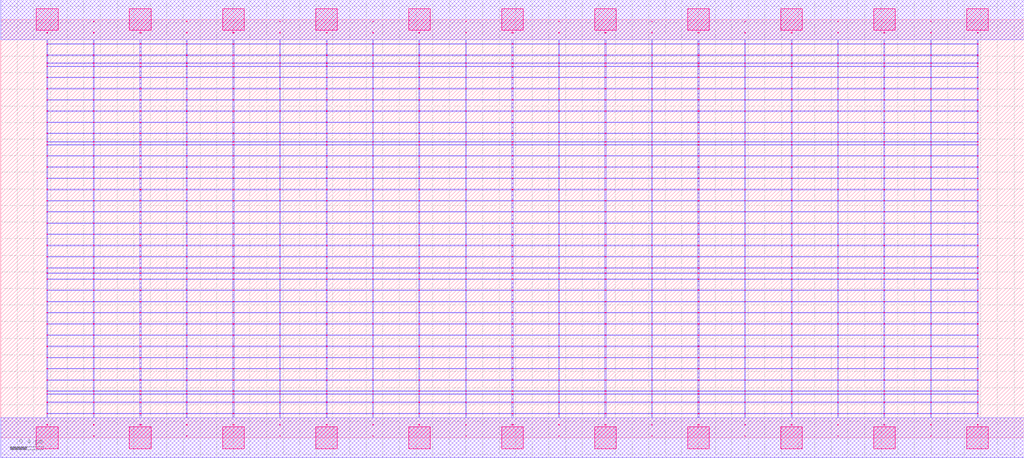
<source format=lef>
MACRO AOAAOAI21131_DEBUG
 CLASS CORE ;
 FOREIGN AOAAOAI21131_DEBUG 0 0 ;
 SIZE 12.32 BY 5.04 ;
 ORIGIN 0 0 ;
 SYMMETRY X Y R90 ;
 SITE unit ;

 OBS
    LAYER polycont ;
     RECT 6.15100000 2.58300000 6.16900000 2.59100000 ;
     RECT 6.15100000 2.71800000 6.16900000 2.72600000 ;
     RECT 6.15100000 2.85300000 6.16900000 2.86100000 ;
     RECT 6.15100000 2.98800000 6.16900000 2.99600000 ;
     RECT 8.39100000 2.58300000 8.40900000 2.59100000 ;
     RECT 8.95600000 2.58300000 8.96400000 2.59100000 ;
     RECT 9.51600000 2.58300000 9.52900000 2.59100000 ;
     RECT 10.07600000 2.58300000 10.08400000 2.59100000 ;
     RECT 10.63100000 2.58300000 10.64400000 2.59100000 ;
     RECT 11.19600000 2.58300000 11.20400000 2.59100000 ;
     RECT 11.75600000 2.58300000 11.76900000 2.59100000 ;
     RECT 6.71600000 2.58300000 6.72400000 2.59100000 ;
     RECT 6.71600000 2.71800000 6.72400000 2.72600000 ;
     RECT 7.27100000 2.71800000 7.28900000 2.72600000 ;
     RECT 7.83600000 2.71800000 7.84400000 2.72600000 ;
     RECT 8.39100000 2.71800000 8.40900000 2.72600000 ;
     RECT 8.95600000 2.71800000 8.96400000 2.72600000 ;
     RECT 9.51600000 2.71800000 9.52900000 2.72600000 ;
     RECT 10.07600000 2.71800000 10.08400000 2.72600000 ;
     RECT 10.63100000 2.71800000 10.64400000 2.72600000 ;
     RECT 11.19600000 2.71800000 11.20400000 2.72600000 ;
     RECT 11.75600000 2.71800000 11.76900000 2.72600000 ;
     RECT 7.27100000 2.58300000 7.28900000 2.59100000 ;
     RECT 6.71600000 2.85300000 6.72400000 2.86100000 ;
     RECT 7.27100000 2.85300000 7.28900000 2.86100000 ;
     RECT 7.83600000 2.85300000 7.84400000 2.86100000 ;
     RECT 8.39100000 2.85300000 8.40900000 2.86100000 ;
     RECT 8.95600000 2.85300000 8.96400000 2.86100000 ;
     RECT 9.51600000 2.85300000 9.52900000 2.86100000 ;
     RECT 10.07600000 2.85300000 10.08400000 2.86100000 ;
     RECT 10.63100000 2.85300000 10.64400000 2.86100000 ;
     RECT 11.19600000 2.85300000 11.20400000 2.86100000 ;
     RECT 11.75600000 2.85300000 11.76900000 2.86100000 ;
     RECT 7.83600000 2.58300000 7.84400000 2.59100000 ;
     RECT 6.71600000 2.98800000 6.72400000 2.99600000 ;
     RECT 7.27100000 2.98800000 7.28900000 2.99600000 ;
     RECT 7.83600000 2.98800000 7.84400000 2.99600000 ;
     RECT 8.39100000 2.98800000 8.40900000 2.99600000 ;
     RECT 8.95600000 2.98800000 8.96400000 2.99600000 ;
     RECT 9.51600000 2.98800000 9.52900000 2.99600000 ;
     RECT 10.07600000 2.98800000 10.08400000 2.99600000 ;
     RECT 10.63100000 2.98800000 10.64400000 2.99600000 ;
     RECT 11.19600000 2.98800000 11.20400000 2.99600000 ;
     RECT 11.75600000 2.98800000 11.76900000 2.99600000 ;
     RECT 10.07600000 3.12300000 10.08400000 3.13100000 ;
     RECT 10.07600000 3.25800000 10.08400000 3.26600000 ;
     RECT 10.07600000 3.39300000 10.08400000 3.40100000 ;
     RECT 10.07600000 3.52800000 10.08400000 3.53600000 ;
     RECT 10.07600000 3.56100000 10.08400000 3.56900000 ;
     RECT 10.07600000 3.66300000 10.08400000 3.67100000 ;
     RECT 10.07600000 3.79800000 10.08400000 3.80600000 ;
     RECT 10.07600000 3.93300000 10.08400000 3.94100000 ;
     RECT 10.07600000 4.06800000 10.08400000 4.07600000 ;
     RECT 10.07600000 4.20300000 10.08400000 4.21100000 ;
     RECT 10.07600000 4.33800000 10.08400000 4.34600000 ;
     RECT 10.07600000 4.47300000 10.08400000 4.48100000 ;
     RECT 10.07600000 4.51100000 10.08400000 4.51900000 ;
     RECT 10.07600000 4.60800000 10.08400000 4.61600000 ;
     RECT 10.07600000 4.74300000 10.08400000 4.75100000 ;
     RECT 10.07600000 4.87800000 10.08400000 4.88600000 ;
     RECT 5.59600000 2.71800000 5.60400000 2.72600000 ;
     RECT 1.11600000 2.58300000 1.12400000 2.59100000 ;
     RECT 1.67100000 2.58300000 1.68900000 2.59100000 ;
     RECT 0.55100000 2.98800000 0.56400000 2.99600000 ;
     RECT 1.11600000 2.98800000 1.12400000 2.99600000 ;
     RECT 1.67100000 2.98800000 1.68900000 2.99600000 ;
     RECT 2.23600000 2.98800000 2.24400000 2.99600000 ;
     RECT 2.79100000 2.98800000 2.80900000 2.99600000 ;
     RECT 3.35600000 2.98800000 3.36400000 2.99600000 ;
     RECT 3.91600000 2.98800000 3.92900000 2.99600000 ;
     RECT 4.47600000 2.98800000 4.48400000 2.99600000 ;
     RECT 5.03100000 2.98800000 5.04400000 2.99600000 ;
     RECT 5.59600000 2.98800000 5.60400000 2.99600000 ;
     RECT 2.23600000 2.58300000 2.24400000 2.59100000 ;
     RECT 2.79100000 2.58300000 2.80900000 2.59100000 ;
     RECT 3.35600000 2.58300000 3.36400000 2.59100000 ;
     RECT 3.91600000 2.58300000 3.92900000 2.59100000 ;
     RECT 4.47600000 2.58300000 4.48400000 2.59100000 ;
     RECT 5.03100000 2.58300000 5.04400000 2.59100000 ;
     RECT 5.59600000 2.58300000 5.60400000 2.59100000 ;
     RECT 0.55100000 2.58300000 0.56400000 2.59100000 ;
     RECT 0.55100000 2.71800000 0.56400000 2.72600000 ;
     RECT 0.55100000 2.85300000 0.56400000 2.86100000 ;
     RECT 1.11600000 2.85300000 1.12400000 2.86100000 ;
     RECT 4.47600000 3.12300000 4.48400000 3.13100000 ;
     RECT 1.67100000 2.85300000 1.68900000 2.86100000 ;
     RECT 4.47600000 3.25800000 4.48400000 3.26600000 ;
     RECT 2.23600000 2.85300000 2.24400000 2.86100000 ;
     RECT 4.47600000 3.39300000 4.48400000 3.40100000 ;
     RECT 2.79100000 2.85300000 2.80900000 2.86100000 ;
     RECT 4.47600000 3.52800000 4.48400000 3.53600000 ;
     RECT 3.35600000 2.85300000 3.36400000 2.86100000 ;
     RECT 4.47600000 3.56100000 4.48400000 3.56900000 ;
     RECT 3.91600000 2.85300000 3.92900000 2.86100000 ;
     RECT 4.47600000 3.66300000 4.48400000 3.67100000 ;
     RECT 4.47600000 2.85300000 4.48400000 2.86100000 ;
     RECT 4.47600000 3.79800000 4.48400000 3.80600000 ;
     RECT 5.03100000 2.85300000 5.04400000 2.86100000 ;
     RECT 4.47600000 3.93300000 4.48400000 3.94100000 ;
     RECT 5.59600000 2.85300000 5.60400000 2.86100000 ;
     RECT 4.47600000 4.06800000 4.48400000 4.07600000 ;
     RECT 1.11600000 2.71800000 1.12400000 2.72600000 ;
     RECT 4.47600000 4.20300000 4.48400000 4.21100000 ;
     RECT 1.67100000 2.71800000 1.68900000 2.72600000 ;
     RECT 4.47600000 4.33800000 4.48400000 4.34600000 ;
     RECT 2.23600000 2.71800000 2.24400000 2.72600000 ;
     RECT 4.47600000 4.47300000 4.48400000 4.48100000 ;
     RECT 2.79100000 2.71800000 2.80900000 2.72600000 ;
     RECT 4.47600000 4.51100000 4.48400000 4.51900000 ;
     RECT 3.35600000 2.71800000 3.36400000 2.72600000 ;
     RECT 4.47600000 4.60800000 4.48400000 4.61600000 ;
     RECT 3.91600000 2.71800000 3.92900000 2.72600000 ;
     RECT 4.47600000 4.74300000 4.48400000 4.75100000 ;
     RECT 4.47600000 2.71800000 4.48400000 2.72600000 ;
     RECT 4.47600000 4.87800000 4.48400000 4.88600000 ;
     RECT 5.03100000 2.71800000 5.04400000 2.72600000 ;
     RECT 3.35600000 2.04300000 3.36400000 2.05100000 ;
     RECT 3.35600000 2.17800000 3.36400000 2.18600000 ;
     RECT 3.35600000 2.31300000 3.36400000 2.32100000 ;
     RECT 3.35600000 2.44800000 3.36400000 2.45600000 ;
     RECT 3.35600000 0.15300000 3.36400000 0.16100000 ;
     RECT 3.35600000 0.28800000 3.36400000 0.29600000 ;
     RECT 3.35600000 0.42300000 3.36400000 0.43100000 ;
     RECT 3.35600000 0.52100000 3.36400000 0.52900000 ;
     RECT 3.35600000 0.55800000 3.36400000 0.56600000 ;
     RECT 3.35600000 0.69300000 3.36400000 0.70100000 ;
     RECT 3.35600000 0.82800000 3.36400000 0.83600000 ;
     RECT 3.35600000 0.96300000 3.36400000 0.97100000 ;
     RECT 3.35600000 1.09800000 3.36400000 1.10600000 ;
     RECT 3.35600000 1.23300000 3.36400000 1.24100000 ;
     RECT 3.35600000 1.36800000 3.36400000 1.37600000 ;
     RECT 3.35600000 1.50300000 3.36400000 1.51100000 ;
     RECT 3.35600000 1.63800000 3.36400000 1.64600000 ;
     RECT 3.35600000 1.77300000 3.36400000 1.78100000 ;
     RECT 3.35600000 1.90800000 3.36400000 1.91600000 ;
     RECT 3.35600000 1.98100000 3.36400000 1.98900000 ;
     RECT 6.71600000 0.55800000 6.72400000 0.56600000 ;
     RECT 6.71600000 2.31300000 6.72400000 2.32100000 ;
     RECT 6.71600000 1.23300000 6.72400000 1.24100000 ;
     RECT 6.71600000 2.44800000 6.72400000 2.45600000 ;
     RECT 6.71600000 0.42300000 6.72400000 0.43100000 ;
     RECT 6.71600000 1.36800000 6.72400000 1.37600000 ;
     RECT 6.71600000 0.69300000 6.72400000 0.70100000 ;
     RECT 6.71600000 1.50300000 6.72400000 1.51100000 ;
     RECT 6.71600000 0.28800000 6.72400000 0.29600000 ;
     RECT 6.71600000 1.63800000 6.72400000 1.64600000 ;
     RECT 6.71600000 0.82800000 6.72400000 0.83600000 ;
     RECT 6.71600000 1.77300000 6.72400000 1.78100000 ;
     RECT 6.71600000 0.52100000 6.72400000 0.52900000 ;
     RECT 6.71600000 1.90800000 6.72400000 1.91600000 ;
     RECT 6.71600000 0.96300000 6.72400000 0.97100000 ;
     RECT 6.71600000 1.98100000 6.72400000 1.98900000 ;
     RECT 6.71600000 0.15300000 6.72400000 0.16100000 ;
     RECT 6.71600000 2.04300000 6.72400000 2.05100000 ;
     RECT 6.71600000 1.09800000 6.72400000 1.10600000 ;
     RECT 6.71600000 2.17800000 6.72400000 2.18600000 ;

    LAYER pdiffc ;
     RECT 0.55100000 3.39300000 0.55900000 3.40100000 ;
     RECT 3.92100000 3.39300000 3.92900000 3.40100000 ;
     RECT 5.03100000 3.39300000 5.03900000 3.40100000 ;
     RECT 9.52100000 3.39300000 9.52900000 3.40100000 ;
     RECT 10.63100000 3.39300000 10.63900000 3.40100000 ;
     RECT 11.76100000 3.39300000 11.76900000 3.40100000 ;
     RECT 0.55100000 3.52800000 0.55900000 3.53600000 ;
     RECT 3.92100000 3.52800000 3.92900000 3.53600000 ;
     RECT 5.03100000 3.52800000 5.03900000 3.53600000 ;
     RECT 9.52100000 3.52800000 9.52900000 3.53600000 ;
     RECT 10.63100000 3.52800000 10.63900000 3.53600000 ;
     RECT 11.76100000 3.52800000 11.76900000 3.53600000 ;
     RECT 0.55100000 3.56100000 0.55900000 3.56900000 ;
     RECT 3.92100000 3.56100000 3.92900000 3.56900000 ;
     RECT 5.03100000 3.56100000 5.03900000 3.56900000 ;
     RECT 9.52100000 3.56100000 9.52900000 3.56900000 ;
     RECT 10.63100000 3.56100000 10.63900000 3.56900000 ;
     RECT 11.76100000 3.56100000 11.76900000 3.56900000 ;
     RECT 0.55100000 3.66300000 0.55900000 3.67100000 ;
     RECT 3.92100000 3.66300000 3.92900000 3.67100000 ;
     RECT 5.03100000 3.66300000 5.03900000 3.67100000 ;
     RECT 9.52100000 3.66300000 9.52900000 3.67100000 ;
     RECT 10.63100000 3.66300000 10.63900000 3.67100000 ;
     RECT 11.76100000 3.66300000 11.76900000 3.67100000 ;
     RECT 0.55100000 3.79800000 0.55900000 3.80600000 ;
     RECT 3.92100000 3.79800000 3.92900000 3.80600000 ;
     RECT 5.03100000 3.79800000 5.03900000 3.80600000 ;
     RECT 9.52100000 3.79800000 9.52900000 3.80600000 ;
     RECT 10.63100000 3.79800000 10.63900000 3.80600000 ;
     RECT 11.76100000 3.79800000 11.76900000 3.80600000 ;
     RECT 0.55100000 3.93300000 0.55900000 3.94100000 ;
     RECT 3.92100000 3.93300000 3.92900000 3.94100000 ;
     RECT 5.03100000 3.93300000 5.03900000 3.94100000 ;
     RECT 9.52100000 3.93300000 9.52900000 3.94100000 ;
     RECT 10.63100000 3.93300000 10.63900000 3.94100000 ;
     RECT 11.76100000 3.93300000 11.76900000 3.94100000 ;
     RECT 0.55100000 4.06800000 0.55900000 4.07600000 ;
     RECT 3.92100000 4.06800000 3.92900000 4.07600000 ;
     RECT 5.03100000 4.06800000 5.03900000 4.07600000 ;
     RECT 9.52100000 4.06800000 9.52900000 4.07600000 ;
     RECT 10.63100000 4.06800000 10.63900000 4.07600000 ;
     RECT 11.76100000 4.06800000 11.76900000 4.07600000 ;
     RECT 0.55100000 4.20300000 0.55900000 4.21100000 ;
     RECT 3.92100000 4.20300000 3.92900000 4.21100000 ;
     RECT 5.03100000 4.20300000 5.03900000 4.21100000 ;
     RECT 9.52100000 4.20300000 9.52900000 4.21100000 ;
     RECT 10.63100000 4.20300000 10.63900000 4.21100000 ;
     RECT 11.76100000 4.20300000 11.76900000 4.21100000 ;
     RECT 0.55100000 4.33800000 0.55900000 4.34600000 ;
     RECT 3.92100000 4.33800000 3.92900000 4.34600000 ;
     RECT 5.03100000 4.33800000 5.03900000 4.34600000 ;
     RECT 9.52100000 4.33800000 9.52900000 4.34600000 ;
     RECT 10.63100000 4.33800000 10.63900000 4.34600000 ;
     RECT 11.76100000 4.33800000 11.76900000 4.34600000 ;
     RECT 0.55100000 4.47300000 0.55900000 4.48100000 ;
     RECT 3.92100000 4.47300000 3.92900000 4.48100000 ;
     RECT 5.03100000 4.47300000 5.03900000 4.48100000 ;
     RECT 9.52100000 4.47300000 9.52900000 4.48100000 ;
     RECT 10.63100000 4.47300000 10.63900000 4.48100000 ;
     RECT 11.76100000 4.47300000 11.76900000 4.48100000 ;
     RECT 0.55100000 4.51100000 0.55900000 4.51900000 ;
     RECT 3.92100000 4.51100000 3.92900000 4.51900000 ;
     RECT 5.03100000 4.51100000 5.03900000 4.51900000 ;
     RECT 9.52100000 4.51100000 9.52900000 4.51900000 ;
     RECT 10.63100000 4.51100000 10.63900000 4.51900000 ;
     RECT 11.76100000 4.51100000 11.76900000 4.51900000 ;
     RECT 0.55100000 4.60800000 0.55900000 4.61600000 ;
     RECT 3.92100000 4.60800000 3.92900000 4.61600000 ;
     RECT 5.03100000 4.60800000 5.03900000 4.61600000 ;
     RECT 9.52100000 4.60800000 9.52900000 4.61600000 ;
     RECT 10.63100000 4.60800000 10.63900000 4.61600000 ;
     RECT 11.76100000 4.60800000 11.76900000 4.61600000 ;

    LAYER ndiffc ;
     RECT 6.15100000 0.42300000 6.16900000 0.43100000 ;
     RECT 6.15100000 0.52100000 6.16900000 0.52900000 ;
     RECT 6.15100000 0.55800000 6.16900000 0.56600000 ;
     RECT 6.15100000 0.69300000 6.16900000 0.70100000 ;
     RECT 6.15100000 0.82800000 6.16900000 0.83600000 ;
     RECT 6.15100000 0.96300000 6.16900000 0.97100000 ;
     RECT 6.15100000 1.09800000 6.16900000 1.10600000 ;
     RECT 6.15100000 1.23300000 6.16900000 1.24100000 ;
     RECT 6.15100000 1.36800000 6.16900000 1.37600000 ;
     RECT 6.15100000 1.50300000 6.16900000 1.51100000 ;
     RECT 6.15100000 1.63800000 6.16900000 1.64600000 ;
     RECT 6.15100000 1.77300000 6.16900000 1.78100000 ;
     RECT 6.15100000 1.90800000 6.16900000 1.91600000 ;
     RECT 6.15100000 1.98100000 6.16900000 1.98900000 ;
     RECT 6.15100000 2.04300000 6.16900000 2.05100000 ;
     RECT 9.51600000 0.55800000 9.52900000 0.56600000 ;
     RECT 10.63100000 0.55800000 10.64400000 0.56600000 ;
     RECT 11.75600000 0.55800000 11.76900000 0.56600000 ;
     RECT 9.51600000 0.42300000 9.52900000 0.43100000 ;
     RECT 7.27100000 0.69300000 7.28900000 0.70100000 ;
     RECT 8.39100000 0.69300000 8.40900000 0.70100000 ;
     RECT 9.51600000 0.69300000 9.52900000 0.70100000 ;
     RECT 10.63100000 0.69300000 10.64400000 0.70100000 ;
     RECT 11.75600000 0.69300000 11.76900000 0.70100000 ;
     RECT 10.63100000 0.42300000 10.64400000 0.43100000 ;
     RECT 7.27100000 0.82800000 7.28900000 0.83600000 ;
     RECT 8.39100000 0.82800000 8.40900000 0.83600000 ;
     RECT 9.51600000 0.82800000 9.52900000 0.83600000 ;
     RECT 10.63100000 0.82800000 10.64400000 0.83600000 ;
     RECT 11.75600000 0.82800000 11.76900000 0.83600000 ;
     RECT 11.75600000 0.42300000 11.76900000 0.43100000 ;
     RECT 7.27100000 0.96300000 7.28900000 0.97100000 ;
     RECT 8.39100000 0.96300000 8.40900000 0.97100000 ;
     RECT 9.51600000 0.96300000 9.52900000 0.97100000 ;
     RECT 10.63100000 0.96300000 10.64400000 0.97100000 ;
     RECT 11.75600000 0.96300000 11.76900000 0.97100000 ;
     RECT 7.27100000 0.42300000 7.28900000 0.43100000 ;
     RECT 7.27100000 1.09800000 7.28900000 1.10600000 ;
     RECT 8.39100000 1.09800000 8.40900000 1.10600000 ;
     RECT 9.51600000 1.09800000 9.52900000 1.10600000 ;
     RECT 10.63100000 1.09800000 10.64400000 1.10600000 ;
     RECT 11.75600000 1.09800000 11.76900000 1.10600000 ;
     RECT 7.27100000 0.52100000 7.28900000 0.52900000 ;
     RECT 7.27100000 1.23300000 7.28900000 1.24100000 ;
     RECT 8.39100000 1.23300000 8.40900000 1.24100000 ;
     RECT 9.51600000 1.23300000 9.52900000 1.24100000 ;
     RECT 10.63100000 1.23300000 10.64400000 1.24100000 ;
     RECT 11.75600000 1.23300000 11.76900000 1.24100000 ;
     RECT 8.39100000 0.52100000 8.40900000 0.52900000 ;
     RECT 7.27100000 1.36800000 7.28900000 1.37600000 ;
     RECT 8.39100000 1.36800000 8.40900000 1.37600000 ;
     RECT 9.51600000 1.36800000 9.52900000 1.37600000 ;
     RECT 10.63100000 1.36800000 10.64400000 1.37600000 ;
     RECT 11.75600000 1.36800000 11.76900000 1.37600000 ;
     RECT 9.51600000 0.52100000 9.52900000 0.52900000 ;
     RECT 7.27100000 1.50300000 7.28900000 1.51100000 ;
     RECT 8.39100000 1.50300000 8.40900000 1.51100000 ;
     RECT 9.51600000 1.50300000 9.52900000 1.51100000 ;
     RECT 10.63100000 1.50300000 10.64400000 1.51100000 ;
     RECT 11.75600000 1.50300000 11.76900000 1.51100000 ;
     RECT 10.63100000 0.52100000 10.64400000 0.52900000 ;
     RECT 7.27100000 1.63800000 7.28900000 1.64600000 ;
     RECT 8.39100000 1.63800000 8.40900000 1.64600000 ;
     RECT 9.51600000 1.63800000 9.52900000 1.64600000 ;
     RECT 10.63100000 1.63800000 10.64400000 1.64600000 ;
     RECT 11.75600000 1.63800000 11.76900000 1.64600000 ;
     RECT 11.75600000 0.52100000 11.76900000 0.52900000 ;
     RECT 7.27100000 1.77300000 7.28900000 1.78100000 ;
     RECT 8.39100000 1.77300000 8.40900000 1.78100000 ;
     RECT 9.51600000 1.77300000 9.52900000 1.78100000 ;
     RECT 10.63100000 1.77300000 10.64400000 1.78100000 ;
     RECT 11.75600000 1.77300000 11.76900000 1.78100000 ;
     RECT 8.39100000 0.42300000 8.40900000 0.43100000 ;
     RECT 7.27100000 1.90800000 7.28900000 1.91600000 ;
     RECT 8.39100000 1.90800000 8.40900000 1.91600000 ;
     RECT 9.51600000 1.90800000 9.52900000 1.91600000 ;
     RECT 10.63100000 1.90800000 10.64400000 1.91600000 ;
     RECT 11.75600000 1.90800000 11.76900000 1.91600000 ;
     RECT 7.27100000 0.55800000 7.28900000 0.56600000 ;
     RECT 7.27100000 1.98100000 7.28900000 1.98900000 ;
     RECT 8.39100000 1.98100000 8.40900000 1.98900000 ;
     RECT 9.51600000 1.98100000 9.52900000 1.98900000 ;
     RECT 10.63100000 1.98100000 10.64400000 1.98900000 ;
     RECT 11.75600000 1.98100000 11.76900000 1.98900000 ;
     RECT 8.39100000 0.55800000 8.40900000 0.56600000 ;
     RECT 7.27100000 2.04300000 7.28900000 2.05100000 ;
     RECT 8.39100000 2.04300000 8.40900000 2.05100000 ;
     RECT 9.51600000 2.04300000 9.52900000 2.05100000 ;
     RECT 10.63100000 2.04300000 10.64400000 2.05100000 ;
     RECT 11.75600000 2.04300000 11.76900000 2.05100000 ;
     RECT 2.79100000 1.36800000 2.80900000 1.37600000 ;
     RECT 3.91600000 1.36800000 3.92900000 1.37600000 ;
     RECT 5.03100000 1.36800000 5.04400000 1.37600000 ;
     RECT 5.03100000 0.82800000 5.04400000 0.83600000 ;
     RECT 2.79100000 0.55800000 2.80900000 0.56600000 ;
     RECT 3.91600000 0.55800000 3.92900000 0.56600000 ;
     RECT 5.03100000 0.55800000 5.04400000 0.56600000 ;
     RECT 1.67100000 0.52100000 1.68900000 0.52900000 ;
     RECT 2.79100000 0.52100000 2.80900000 0.52900000 ;
     RECT 0.55100000 1.50300000 0.56400000 1.51100000 ;
     RECT 1.67100000 1.50300000 1.68900000 1.51100000 ;
     RECT 2.79100000 1.50300000 2.80900000 1.51100000 ;
     RECT 3.91600000 1.50300000 3.92900000 1.51100000 ;
     RECT 5.03100000 1.50300000 5.04400000 1.51100000 ;
     RECT 3.91600000 0.52100000 3.92900000 0.52900000 ;
     RECT 0.55100000 0.96300000 0.56400000 0.97100000 ;
     RECT 1.67100000 0.96300000 1.68900000 0.97100000 ;
     RECT 2.79100000 0.96300000 2.80900000 0.97100000 ;
     RECT 3.91600000 0.96300000 3.92900000 0.97100000 ;
     RECT 5.03100000 0.96300000 5.04400000 0.97100000 ;
     RECT 0.55100000 1.63800000 0.56400000 1.64600000 ;
     RECT 1.67100000 1.63800000 1.68900000 1.64600000 ;
     RECT 2.79100000 1.63800000 2.80900000 1.64600000 ;
     RECT 3.91600000 1.63800000 3.92900000 1.64600000 ;
     RECT 5.03100000 1.63800000 5.04400000 1.64600000 ;
     RECT 5.03100000 0.52100000 5.04400000 0.52900000 ;
     RECT 1.67100000 0.42300000 1.68900000 0.43100000 ;
     RECT 2.79100000 0.42300000 2.80900000 0.43100000 ;
     RECT 0.55100000 0.69300000 0.56400000 0.70100000 ;
     RECT 1.67100000 0.69300000 1.68900000 0.70100000 ;
     RECT 2.79100000 0.69300000 2.80900000 0.70100000 ;
     RECT 0.55100000 1.77300000 0.56400000 1.78100000 ;
     RECT 1.67100000 1.77300000 1.68900000 1.78100000 ;
     RECT 2.79100000 1.77300000 2.80900000 1.78100000 ;
     RECT 3.91600000 1.77300000 3.92900000 1.78100000 ;
     RECT 5.03100000 1.77300000 5.04400000 1.78100000 ;
     RECT 0.55100000 1.09800000 0.56400000 1.10600000 ;
     RECT 1.67100000 1.09800000 1.68900000 1.10600000 ;
     RECT 2.79100000 1.09800000 2.80900000 1.10600000 ;
     RECT 3.91600000 1.09800000 3.92900000 1.10600000 ;
     RECT 5.03100000 1.09800000 5.04400000 1.10600000 ;
     RECT 3.91600000 0.69300000 3.92900000 0.70100000 ;
     RECT 0.55100000 1.90800000 0.56400000 1.91600000 ;
     RECT 1.67100000 1.90800000 1.68900000 1.91600000 ;
     RECT 2.79100000 1.90800000 2.80900000 1.91600000 ;
     RECT 3.91600000 1.90800000 3.92900000 1.91600000 ;
     RECT 5.03100000 1.90800000 5.04400000 1.91600000 ;
     RECT 5.03100000 0.69300000 5.04400000 0.70100000 ;
     RECT 3.91600000 0.42300000 3.92900000 0.43100000 ;
     RECT 5.03100000 0.42300000 5.04400000 0.43100000 ;
     RECT 0.55100000 0.42300000 0.56400000 0.43100000 ;
     RECT 0.55100000 0.52100000 0.56400000 0.52900000 ;
     RECT 0.55100000 1.23300000 0.56400000 1.24100000 ;
     RECT 0.55100000 1.98100000 0.56400000 1.98900000 ;
     RECT 1.67100000 1.98100000 1.68900000 1.98900000 ;
     RECT 2.79100000 1.98100000 2.80900000 1.98900000 ;
     RECT 3.91600000 1.98100000 3.92900000 1.98900000 ;
     RECT 5.03100000 1.98100000 5.04400000 1.98900000 ;
     RECT 1.67100000 1.23300000 1.68900000 1.24100000 ;
     RECT 2.79100000 1.23300000 2.80900000 1.24100000 ;
     RECT 3.91600000 1.23300000 3.92900000 1.24100000 ;
     RECT 5.03100000 1.23300000 5.04400000 1.24100000 ;
     RECT 0.55100000 0.55800000 0.56400000 0.56600000 ;
     RECT 1.67100000 0.55800000 1.68900000 0.56600000 ;
     RECT 0.55100000 2.04300000 0.56400000 2.05100000 ;
     RECT 1.67100000 2.04300000 1.68900000 2.05100000 ;
     RECT 2.79100000 2.04300000 2.80900000 2.05100000 ;
     RECT 3.91600000 2.04300000 3.92900000 2.05100000 ;
     RECT 5.03100000 2.04300000 5.04400000 2.05100000 ;
     RECT 0.55100000 0.82800000 0.56400000 0.83600000 ;
     RECT 1.67100000 0.82800000 1.68900000 0.83600000 ;
     RECT 2.79100000 0.82800000 2.80900000 0.83600000 ;
     RECT 3.91600000 0.82800000 3.92900000 0.83600000 ;
     RECT 0.55100000 1.36800000 0.56400000 1.37600000 ;
     RECT 1.67100000 1.36800000 1.68900000 1.37600000 ;

    LAYER met1 ;
     RECT 0.00000000 -0.24000000 12.32000000 0.24000000 ;
     RECT 6.15100000 0.24000000 6.16900000 0.28800000 ;
     RECT 0.55100000 0.28800000 11.76900000 0.29600000 ;
     RECT 6.15100000 0.29600000 6.16900000 0.42300000 ;
     RECT 0.55100000 0.42300000 11.76900000 0.43100000 ;
     RECT 6.15100000 0.43100000 6.16900000 0.52100000 ;
     RECT 0.55100000 0.52100000 11.76900000 0.52900000 ;
     RECT 6.15100000 0.52900000 6.16900000 0.55800000 ;
     RECT 0.55100000 0.55800000 11.76900000 0.56600000 ;
     RECT 6.15100000 0.56600000 6.16900000 0.69300000 ;
     RECT 0.55100000 0.69300000 11.76900000 0.70100000 ;
     RECT 6.15100000 0.70100000 6.16900000 0.82800000 ;
     RECT 0.55100000 0.82800000 11.76900000 0.83600000 ;
     RECT 6.15100000 0.83600000 6.16900000 0.96300000 ;
     RECT 0.55100000 0.96300000 11.76900000 0.97100000 ;
     RECT 6.15100000 0.97100000 6.16900000 1.09800000 ;
     RECT 0.55100000 1.09800000 11.76900000 1.10600000 ;
     RECT 6.15100000 1.10600000 6.16900000 1.23300000 ;
     RECT 0.55100000 1.23300000 11.76900000 1.24100000 ;
     RECT 6.15100000 1.24100000 6.16900000 1.36800000 ;
     RECT 0.55100000 1.36800000 11.76900000 1.37600000 ;
     RECT 6.15100000 1.37600000 6.16900000 1.50300000 ;
     RECT 0.55100000 1.50300000 11.76900000 1.51100000 ;
     RECT 6.15100000 1.51100000 6.16900000 1.63800000 ;
     RECT 0.55100000 1.63800000 11.76900000 1.64600000 ;
     RECT 6.15100000 1.64600000 6.16900000 1.77300000 ;
     RECT 0.55100000 1.77300000 11.76900000 1.78100000 ;
     RECT 6.15100000 1.78100000 6.16900000 1.90800000 ;
     RECT 0.55100000 1.90800000 11.76900000 1.91600000 ;
     RECT 6.15100000 1.91600000 6.16900000 1.98100000 ;
     RECT 0.55100000 1.98100000 11.76900000 1.98900000 ;
     RECT 6.15100000 1.98900000 6.16900000 2.04300000 ;
     RECT 0.55100000 2.04300000 11.76900000 2.05100000 ;
     RECT 6.15100000 2.05100000 6.16900000 2.17800000 ;
     RECT 0.55100000 2.17800000 11.76900000 2.18600000 ;
     RECT 6.15100000 2.18600000 6.16900000 2.31300000 ;
     RECT 0.55100000 2.31300000 11.76900000 2.32100000 ;
     RECT 6.15100000 2.32100000 6.16900000 2.44800000 ;
     RECT 0.55100000 2.44800000 11.76900000 2.45600000 ;
     RECT 0.55100000 2.45600000 0.56400000 2.58300000 ;
     RECT 1.11600000 2.45600000 1.12400000 2.58300000 ;
     RECT 1.67100000 2.45600000 1.68900000 2.58300000 ;
     RECT 2.23600000 2.45600000 2.24400000 2.58300000 ;
     RECT 2.79100000 2.45600000 2.80900000 2.58300000 ;
     RECT 3.35600000 2.45600000 3.36400000 2.58300000 ;
     RECT 3.91600000 2.45600000 3.92900000 2.58300000 ;
     RECT 4.47600000 2.45600000 4.48400000 2.58300000 ;
     RECT 5.03100000 2.45600000 5.04400000 2.58300000 ;
     RECT 5.59600000 2.45600000 5.60400000 2.58300000 ;
     RECT 6.15100000 2.45600000 6.16900000 2.58300000 ;
     RECT 6.71600000 2.45600000 6.72400000 2.58300000 ;
     RECT 7.27100000 2.45600000 7.28900000 2.58300000 ;
     RECT 7.83600000 2.45600000 7.84400000 2.58300000 ;
     RECT 8.39100000 2.45600000 8.40900000 2.58300000 ;
     RECT 8.95600000 2.45600000 8.96400000 2.58300000 ;
     RECT 9.51600000 2.45600000 9.52900000 2.58300000 ;
     RECT 10.07600000 2.45600000 10.08400000 2.58300000 ;
     RECT 10.63100000 2.45600000 10.64400000 2.58300000 ;
     RECT 11.19600000 2.45600000 11.20400000 2.58300000 ;
     RECT 11.75600000 2.45600000 11.76900000 2.58300000 ;
     RECT 0.55100000 2.58300000 11.76900000 2.59100000 ;
     RECT 6.15100000 2.59100000 6.16900000 2.71800000 ;
     RECT 0.55100000 2.71800000 11.76900000 2.72600000 ;
     RECT 6.15100000 2.72600000 6.16900000 2.85300000 ;
     RECT 0.55100000 2.85300000 11.76900000 2.86100000 ;
     RECT 6.15100000 2.86100000 6.16900000 2.98800000 ;
     RECT 0.55100000 2.98800000 11.76900000 2.99600000 ;
     RECT 6.15100000 2.99600000 6.16900000 3.12300000 ;
     RECT 0.55100000 3.12300000 11.76900000 3.13100000 ;
     RECT 6.15100000 3.13100000 6.16900000 3.25800000 ;
     RECT 0.55100000 3.25800000 11.76900000 3.26600000 ;
     RECT 6.15100000 3.26600000 6.16900000 3.39300000 ;
     RECT 0.55100000 3.39300000 11.76900000 3.40100000 ;
     RECT 6.15100000 3.40100000 6.16900000 3.52800000 ;
     RECT 0.55100000 3.52800000 11.76900000 3.53600000 ;
     RECT 6.15100000 3.53600000 6.16900000 3.56100000 ;
     RECT 0.55100000 3.56100000 11.76900000 3.56900000 ;
     RECT 6.15100000 3.56900000 6.16900000 3.66300000 ;
     RECT 0.55100000 3.66300000 11.76900000 3.67100000 ;
     RECT 6.15100000 3.67100000 6.16900000 3.79800000 ;
     RECT 0.55100000 3.79800000 11.76900000 3.80600000 ;
     RECT 6.15100000 3.80600000 6.16900000 3.93300000 ;
     RECT 0.55100000 3.93300000 11.76900000 3.94100000 ;
     RECT 6.15100000 3.94100000 6.16900000 4.06800000 ;
     RECT 0.55100000 4.06800000 11.76900000 4.07600000 ;
     RECT 6.15100000 4.07600000 6.16900000 4.20300000 ;
     RECT 0.55100000 4.20300000 11.76900000 4.21100000 ;
     RECT 6.15100000 4.21100000 6.16900000 4.33800000 ;
     RECT 0.55100000 4.33800000 11.76900000 4.34600000 ;
     RECT 6.15100000 4.34600000 6.16900000 4.47300000 ;
     RECT 0.55100000 4.47300000 11.76900000 4.48100000 ;
     RECT 6.15100000 4.48100000 6.16900000 4.51100000 ;
     RECT 0.55100000 4.51100000 11.76900000 4.51900000 ;
     RECT 6.15100000 4.51900000 6.16900000 4.60800000 ;
     RECT 0.55100000 4.60800000 11.76900000 4.61600000 ;
     RECT 6.15100000 4.61600000 6.16900000 4.74300000 ;
     RECT 0.55100000 4.74300000 11.76900000 4.75100000 ;
     RECT 6.15100000 4.75100000 6.16900000 4.80000000 ;
     RECT 0.00000000 4.80000000 12.32000000 5.28000000 ;
     RECT 6.71600000 3.80600000 6.72400000 3.93300000 ;
     RECT 7.27100000 3.80600000 7.28900000 3.93300000 ;
     RECT 7.83600000 3.80600000 7.84400000 3.93300000 ;
     RECT 8.39100000 3.80600000 8.40900000 3.93300000 ;
     RECT 8.95600000 3.80600000 8.96400000 3.93300000 ;
     RECT 9.51600000 3.80600000 9.52900000 3.93300000 ;
     RECT 10.07600000 3.80600000 10.08400000 3.93300000 ;
     RECT 10.63100000 3.80600000 10.64400000 3.93300000 ;
     RECT 11.19600000 3.80600000 11.20400000 3.93300000 ;
     RECT 11.75600000 3.80600000 11.76900000 3.93300000 ;
     RECT 9.51600000 3.94100000 9.52900000 4.06800000 ;
     RECT 10.07600000 3.94100000 10.08400000 4.06800000 ;
     RECT 10.63100000 3.94100000 10.64400000 4.06800000 ;
     RECT 11.19600000 3.94100000 11.20400000 4.06800000 ;
     RECT 11.75600000 3.94100000 11.76900000 4.06800000 ;
     RECT 9.51600000 4.07600000 9.52900000 4.20300000 ;
     RECT 10.07600000 4.07600000 10.08400000 4.20300000 ;
     RECT 10.63100000 4.07600000 10.64400000 4.20300000 ;
     RECT 11.19600000 4.07600000 11.20400000 4.20300000 ;
     RECT 11.75600000 4.07600000 11.76900000 4.20300000 ;
     RECT 9.51600000 4.21100000 9.52900000 4.33800000 ;
     RECT 10.07600000 4.21100000 10.08400000 4.33800000 ;
     RECT 10.63100000 4.21100000 10.64400000 4.33800000 ;
     RECT 11.19600000 4.21100000 11.20400000 4.33800000 ;
     RECT 11.75600000 4.21100000 11.76900000 4.33800000 ;
     RECT 9.51600000 4.34600000 9.52900000 4.47300000 ;
     RECT 10.07600000 4.34600000 10.08400000 4.47300000 ;
     RECT 10.63100000 4.34600000 10.64400000 4.47300000 ;
     RECT 11.19600000 4.34600000 11.20400000 4.47300000 ;
     RECT 11.75600000 4.34600000 11.76900000 4.47300000 ;
     RECT 9.51600000 4.48100000 9.52900000 4.51100000 ;
     RECT 10.07600000 4.48100000 10.08400000 4.51100000 ;
     RECT 10.63100000 4.48100000 10.64400000 4.51100000 ;
     RECT 11.19600000 4.48100000 11.20400000 4.51100000 ;
     RECT 11.75600000 4.48100000 11.76900000 4.51100000 ;
     RECT 9.51600000 4.51900000 9.52900000 4.60800000 ;
     RECT 10.07600000 4.51900000 10.08400000 4.60800000 ;
     RECT 10.63100000 4.51900000 10.64400000 4.60800000 ;
     RECT 11.19600000 4.51900000 11.20400000 4.60800000 ;
     RECT 11.75600000 4.51900000 11.76900000 4.60800000 ;
     RECT 9.51600000 4.61600000 9.52900000 4.74300000 ;
     RECT 10.07600000 4.61600000 10.08400000 4.74300000 ;
     RECT 10.63100000 4.61600000 10.64400000 4.74300000 ;
     RECT 11.19600000 4.61600000 11.20400000 4.74300000 ;
     RECT 11.75600000 4.61600000 11.76900000 4.74300000 ;
     RECT 9.51600000 4.75100000 9.52900000 4.80000000 ;
     RECT 10.07600000 4.75100000 10.08400000 4.80000000 ;
     RECT 10.63100000 4.75100000 10.64400000 4.80000000 ;
     RECT 11.19600000 4.75100000 11.20400000 4.80000000 ;
     RECT 11.75600000 4.75100000 11.76900000 4.80000000 ;
     RECT 6.71600000 4.48100000 6.72400000 4.51100000 ;
     RECT 7.27100000 4.48100000 7.28900000 4.51100000 ;
     RECT 7.83600000 4.48100000 7.84400000 4.51100000 ;
     RECT 8.39100000 4.48100000 8.40900000 4.51100000 ;
     RECT 8.95600000 4.48100000 8.96400000 4.51100000 ;
     RECT 6.71600000 4.21100000 6.72400000 4.33800000 ;
     RECT 7.27100000 4.21100000 7.28900000 4.33800000 ;
     RECT 7.83600000 4.21100000 7.84400000 4.33800000 ;
     RECT 8.39100000 4.21100000 8.40900000 4.33800000 ;
     RECT 8.95600000 4.21100000 8.96400000 4.33800000 ;
     RECT 6.71600000 4.51900000 6.72400000 4.60800000 ;
     RECT 7.27100000 4.51900000 7.28900000 4.60800000 ;
     RECT 7.83600000 4.51900000 7.84400000 4.60800000 ;
     RECT 8.39100000 4.51900000 8.40900000 4.60800000 ;
     RECT 8.95600000 4.51900000 8.96400000 4.60800000 ;
     RECT 6.71600000 4.07600000 6.72400000 4.20300000 ;
     RECT 7.27100000 4.07600000 7.28900000 4.20300000 ;
     RECT 7.83600000 4.07600000 7.84400000 4.20300000 ;
     RECT 8.39100000 4.07600000 8.40900000 4.20300000 ;
     RECT 8.95600000 4.07600000 8.96400000 4.20300000 ;
     RECT 6.71600000 4.61600000 6.72400000 4.74300000 ;
     RECT 7.27100000 4.61600000 7.28900000 4.74300000 ;
     RECT 7.83600000 4.61600000 7.84400000 4.74300000 ;
     RECT 8.39100000 4.61600000 8.40900000 4.74300000 ;
     RECT 8.95600000 4.61600000 8.96400000 4.74300000 ;
     RECT 6.71600000 4.34600000 6.72400000 4.47300000 ;
     RECT 7.27100000 4.34600000 7.28900000 4.47300000 ;
     RECT 7.83600000 4.34600000 7.84400000 4.47300000 ;
     RECT 8.39100000 4.34600000 8.40900000 4.47300000 ;
     RECT 8.95600000 4.34600000 8.96400000 4.47300000 ;
     RECT 6.71600000 4.75100000 6.72400000 4.80000000 ;
     RECT 7.27100000 4.75100000 7.28900000 4.80000000 ;
     RECT 7.83600000 4.75100000 7.84400000 4.80000000 ;
     RECT 8.39100000 4.75100000 8.40900000 4.80000000 ;
     RECT 8.95600000 4.75100000 8.96400000 4.80000000 ;
     RECT 6.71600000 3.94100000 6.72400000 4.06800000 ;
     RECT 7.27100000 3.94100000 7.28900000 4.06800000 ;
     RECT 7.83600000 3.94100000 7.84400000 4.06800000 ;
     RECT 8.39100000 3.94100000 8.40900000 4.06800000 ;
     RECT 8.95600000 3.94100000 8.96400000 4.06800000 ;
     RECT 8.39100000 2.99600000 8.40900000 3.12300000 ;
     RECT 8.95600000 2.99600000 8.96400000 3.12300000 ;
     RECT 6.71600000 3.13100000 6.72400000 3.25800000 ;
     RECT 7.27100000 3.13100000 7.28900000 3.25800000 ;
     RECT 7.83600000 3.13100000 7.84400000 3.25800000 ;
     RECT 8.39100000 3.13100000 8.40900000 3.25800000 ;
     RECT 8.95600000 3.13100000 8.96400000 3.25800000 ;
     RECT 8.95600000 2.86100000 8.96400000 2.98800000 ;
     RECT 6.71600000 3.26600000 6.72400000 3.39300000 ;
     RECT 7.27100000 3.26600000 7.28900000 3.39300000 ;
     RECT 7.83600000 3.26600000 7.84400000 3.39300000 ;
     RECT 8.39100000 3.26600000 8.40900000 3.39300000 ;
     RECT 8.95600000 3.26600000 8.96400000 3.39300000 ;
     RECT 6.71600000 2.59100000 6.72400000 2.71800000 ;
     RECT 7.27100000 2.59100000 7.28900000 2.71800000 ;
     RECT 6.71600000 3.40100000 6.72400000 3.52800000 ;
     RECT 7.27100000 3.40100000 7.28900000 3.52800000 ;
     RECT 7.83600000 3.40100000 7.84400000 3.52800000 ;
     RECT 8.39100000 3.40100000 8.40900000 3.52800000 ;
     RECT 7.83600000 2.59100000 7.84400000 2.71800000 ;
     RECT 8.39100000 2.59100000 8.40900000 2.71800000 ;
     RECT 8.95600000 3.40100000 8.96400000 3.52800000 ;
     RECT 6.71600000 2.72600000 6.72400000 2.85300000 ;
     RECT 7.27100000 2.72600000 7.28900000 2.85300000 ;
     RECT 6.71600000 3.53600000 6.72400000 3.56100000 ;
     RECT 7.27100000 3.53600000 7.28900000 3.56100000 ;
     RECT 7.83600000 3.53600000 7.84400000 3.56100000 ;
     RECT 8.39100000 3.53600000 8.40900000 3.56100000 ;
     RECT 8.95600000 3.53600000 8.96400000 3.56100000 ;
     RECT 7.83600000 2.72600000 7.84400000 2.85300000 ;
     RECT 8.39100000 2.72600000 8.40900000 2.85300000 ;
     RECT 6.71600000 2.86100000 6.72400000 2.98800000 ;
     RECT 7.27100000 2.86100000 7.28900000 2.98800000 ;
     RECT 6.71600000 3.56900000 6.72400000 3.66300000 ;
     RECT 7.27100000 3.56900000 7.28900000 3.66300000 ;
     RECT 7.83600000 3.56900000 7.84400000 3.66300000 ;
     RECT 8.39100000 3.56900000 8.40900000 3.66300000 ;
     RECT 8.95600000 3.56900000 8.96400000 3.66300000 ;
     RECT 8.95600000 2.59100000 8.96400000 2.71800000 ;
     RECT 8.95600000 2.72600000 8.96400000 2.85300000 ;
     RECT 6.71600000 3.67100000 6.72400000 3.79800000 ;
     RECT 7.27100000 3.67100000 7.28900000 3.79800000 ;
     RECT 7.83600000 3.67100000 7.84400000 3.79800000 ;
     RECT 8.39100000 3.67100000 8.40900000 3.79800000 ;
     RECT 7.83600000 2.86100000 7.84400000 2.98800000 ;
     RECT 8.39100000 2.86100000 8.40900000 2.98800000 ;
     RECT 8.95600000 3.67100000 8.96400000 3.79800000 ;
     RECT 7.27100000 2.99600000 7.28900000 3.12300000 ;
     RECT 7.83600000 2.99600000 7.84400000 3.12300000 ;
     RECT 6.71600000 2.99600000 6.72400000 3.12300000 ;
     RECT 9.51600000 3.53600000 9.52900000 3.56100000 ;
     RECT 10.07600000 3.53600000 10.08400000 3.56100000 ;
     RECT 9.51600000 2.86100000 9.52900000 2.98800000 ;
     RECT 10.63100000 3.53600000 10.64400000 3.56100000 ;
     RECT 11.19600000 3.53600000 11.20400000 3.56100000 ;
     RECT 11.75600000 3.53600000 11.76900000 3.56100000 ;
     RECT 9.51600000 3.26600000 9.52900000 3.39300000 ;
     RECT 10.07600000 3.26600000 10.08400000 3.39300000 ;
     RECT 10.63100000 3.26600000 10.64400000 3.39300000 ;
     RECT 11.19600000 3.26600000 11.20400000 3.39300000 ;
     RECT 11.75600000 3.26600000 11.76900000 3.39300000 ;
     RECT 11.19600000 2.99600000 11.20400000 3.12300000 ;
     RECT 11.75600000 2.99600000 11.76900000 3.12300000 ;
     RECT 10.07600000 2.86100000 10.08400000 2.98800000 ;
     RECT 10.63100000 2.86100000 10.64400000 2.98800000 ;
     RECT 9.51600000 3.56900000 9.52900000 3.66300000 ;
     RECT 10.07600000 3.56900000 10.08400000 3.66300000 ;
     RECT 10.63100000 3.56900000 10.64400000 3.66300000 ;
     RECT 11.19600000 3.56900000 11.20400000 3.66300000 ;
     RECT 11.75600000 3.56900000 11.76900000 3.66300000 ;
     RECT 9.51600000 3.13100000 9.52900000 3.25800000 ;
     RECT 9.51600000 2.72600000 9.52900000 2.85300000 ;
     RECT 10.07600000 3.13100000 10.08400000 3.25800000 ;
     RECT 10.63100000 3.13100000 10.64400000 3.25800000 ;
     RECT 11.19600000 3.13100000 11.20400000 3.25800000 ;
     RECT 11.19600000 2.86100000 11.20400000 2.98800000 ;
     RECT 11.75600000 2.86100000 11.76900000 2.98800000 ;
     RECT 11.75600000 3.13100000 11.76900000 3.25800000 ;
     RECT 9.51600000 3.40100000 9.52900000 3.52800000 ;
     RECT 9.51600000 3.67100000 9.52900000 3.79800000 ;
     RECT 10.07600000 3.67100000 10.08400000 3.79800000 ;
     RECT 10.63100000 3.67100000 10.64400000 3.79800000 ;
     RECT 11.19600000 3.67100000 11.20400000 3.79800000 ;
     RECT 11.75600000 3.67100000 11.76900000 3.79800000 ;
     RECT 10.07600000 2.72600000 10.08400000 2.85300000 ;
     RECT 10.63100000 2.72600000 10.64400000 2.85300000 ;
     RECT 10.07600000 3.40100000 10.08400000 3.52800000 ;
     RECT 10.63100000 3.40100000 10.64400000 3.52800000 ;
     RECT 9.51600000 2.59100000 9.52900000 2.71800000 ;
     RECT 11.19600000 3.40100000 11.20400000 3.52800000 ;
     RECT 11.75600000 3.40100000 11.76900000 3.52800000 ;
     RECT 11.19600000 2.59100000 11.20400000 2.71800000 ;
     RECT 11.75600000 2.59100000 11.76900000 2.71800000 ;
     RECT 10.07600000 2.59100000 10.08400000 2.71800000 ;
     RECT 10.63100000 2.59100000 10.64400000 2.71800000 ;
     RECT 9.51600000 2.99600000 9.52900000 3.12300000 ;
     RECT 10.07600000 2.99600000 10.08400000 3.12300000 ;
     RECT 11.19600000 2.72600000 11.20400000 2.85300000 ;
     RECT 11.75600000 2.72600000 11.76900000 2.85300000 ;
     RECT 10.63100000 2.99600000 10.64400000 3.12300000 ;
     RECT 5.03100000 3.80600000 5.04400000 3.93300000 ;
     RECT 5.59600000 3.80600000 5.60400000 3.93300000 ;
     RECT 0.55100000 3.80600000 0.56400000 3.93300000 ;
     RECT 1.11600000 3.80600000 1.12400000 3.93300000 ;
     RECT 1.67100000 3.80600000 1.68900000 3.93300000 ;
     RECT 2.23600000 3.80600000 2.24400000 3.93300000 ;
     RECT 2.79100000 3.80600000 2.80900000 3.93300000 ;
     RECT 3.35600000 3.80600000 3.36400000 3.93300000 ;
     RECT 3.91600000 3.80600000 3.92900000 3.93300000 ;
     RECT 4.47600000 3.80600000 4.48400000 3.93300000 ;
     RECT 5.03100000 4.07600000 5.04400000 4.20300000 ;
     RECT 5.59600000 4.07600000 5.60400000 4.20300000 ;
     RECT 3.35600000 4.21100000 3.36400000 4.33800000 ;
     RECT 3.91600000 4.21100000 3.92900000 4.33800000 ;
     RECT 4.47600000 4.21100000 4.48400000 4.33800000 ;
     RECT 5.03100000 4.21100000 5.04400000 4.33800000 ;
     RECT 5.59600000 4.21100000 5.60400000 4.33800000 ;
     RECT 3.35600000 4.34600000 3.36400000 4.47300000 ;
     RECT 3.91600000 4.34600000 3.92900000 4.47300000 ;
     RECT 4.47600000 4.34600000 4.48400000 4.47300000 ;
     RECT 5.03100000 4.34600000 5.04400000 4.47300000 ;
     RECT 5.59600000 4.34600000 5.60400000 4.47300000 ;
     RECT 3.35600000 4.48100000 3.36400000 4.51100000 ;
     RECT 3.91600000 4.48100000 3.92900000 4.51100000 ;
     RECT 4.47600000 4.48100000 4.48400000 4.51100000 ;
     RECT 5.03100000 4.48100000 5.04400000 4.51100000 ;
     RECT 5.59600000 4.48100000 5.60400000 4.51100000 ;
     RECT 3.35600000 4.51900000 3.36400000 4.60800000 ;
     RECT 3.91600000 4.51900000 3.92900000 4.60800000 ;
     RECT 4.47600000 4.51900000 4.48400000 4.60800000 ;
     RECT 5.03100000 4.51900000 5.04400000 4.60800000 ;
     RECT 5.59600000 4.51900000 5.60400000 4.60800000 ;
     RECT 3.35600000 4.61600000 3.36400000 4.74300000 ;
     RECT 3.91600000 4.61600000 3.92900000 4.74300000 ;
     RECT 4.47600000 4.61600000 4.48400000 4.74300000 ;
     RECT 5.03100000 4.61600000 5.04400000 4.74300000 ;
     RECT 5.59600000 4.61600000 5.60400000 4.74300000 ;
     RECT 3.35600000 4.75100000 3.36400000 4.80000000 ;
     RECT 3.91600000 4.75100000 3.92900000 4.80000000 ;
     RECT 4.47600000 4.75100000 4.48400000 4.80000000 ;
     RECT 5.03100000 4.75100000 5.04400000 4.80000000 ;
     RECT 5.59600000 4.75100000 5.60400000 4.80000000 ;
     RECT 3.35600000 3.94100000 3.36400000 4.06800000 ;
     RECT 3.91600000 3.94100000 3.92900000 4.06800000 ;
     RECT 4.47600000 3.94100000 4.48400000 4.06800000 ;
     RECT 5.03100000 3.94100000 5.04400000 4.06800000 ;
     RECT 5.59600000 3.94100000 5.60400000 4.06800000 ;
     RECT 3.35600000 4.07600000 3.36400000 4.20300000 ;
     RECT 3.91600000 4.07600000 3.92900000 4.20300000 ;
     RECT 4.47600000 4.07600000 4.48400000 4.20300000 ;
     RECT 2.23600000 4.21100000 2.24400000 4.33800000 ;
     RECT 2.79100000 4.21100000 2.80900000 4.33800000 ;
     RECT 0.55100000 4.51900000 0.56400000 4.60800000 ;
     RECT 1.11600000 4.51900000 1.12400000 4.60800000 ;
     RECT 1.67100000 4.51900000 1.68900000 4.60800000 ;
     RECT 2.23600000 4.51900000 2.24400000 4.60800000 ;
     RECT 2.79100000 4.51900000 2.80900000 4.60800000 ;
     RECT 0.55100000 4.07600000 0.56400000 4.20300000 ;
     RECT 1.11600000 4.07600000 1.12400000 4.20300000 ;
     RECT 1.67100000 4.07600000 1.68900000 4.20300000 ;
     RECT 2.23600000 4.07600000 2.24400000 4.20300000 ;
     RECT 2.79100000 4.07600000 2.80900000 4.20300000 ;
     RECT 0.55100000 4.61600000 0.56400000 4.74300000 ;
     RECT 1.11600000 4.61600000 1.12400000 4.74300000 ;
     RECT 1.67100000 4.61600000 1.68900000 4.74300000 ;
     RECT 2.23600000 4.61600000 2.24400000 4.74300000 ;
     RECT 2.79100000 4.61600000 2.80900000 4.74300000 ;
     RECT 0.55100000 4.34600000 0.56400000 4.47300000 ;
     RECT 1.11600000 4.34600000 1.12400000 4.47300000 ;
     RECT 1.67100000 4.34600000 1.68900000 4.47300000 ;
     RECT 2.23600000 4.34600000 2.24400000 4.47300000 ;
     RECT 2.79100000 4.34600000 2.80900000 4.47300000 ;
     RECT 0.55100000 4.75100000 0.56400000 4.80000000 ;
     RECT 1.11600000 4.75100000 1.12400000 4.80000000 ;
     RECT 1.67100000 4.75100000 1.68900000 4.80000000 ;
     RECT 2.23600000 4.75100000 2.24400000 4.80000000 ;
     RECT 2.79100000 4.75100000 2.80900000 4.80000000 ;
     RECT 0.55100000 3.94100000 0.56400000 4.06800000 ;
     RECT 1.11600000 3.94100000 1.12400000 4.06800000 ;
     RECT 1.67100000 3.94100000 1.68900000 4.06800000 ;
     RECT 2.23600000 3.94100000 2.24400000 4.06800000 ;
     RECT 2.79100000 3.94100000 2.80900000 4.06800000 ;
     RECT 0.55100000 4.48100000 0.56400000 4.51100000 ;
     RECT 1.11600000 4.48100000 1.12400000 4.51100000 ;
     RECT 1.67100000 4.48100000 1.68900000 4.51100000 ;
     RECT 2.23600000 4.48100000 2.24400000 4.51100000 ;
     RECT 2.79100000 4.48100000 2.80900000 4.51100000 ;
     RECT 0.55100000 4.21100000 0.56400000 4.33800000 ;
     RECT 1.11600000 4.21100000 1.12400000 4.33800000 ;
     RECT 1.67100000 4.21100000 1.68900000 4.33800000 ;
     RECT 2.79100000 3.53600000 2.80900000 3.56100000 ;
     RECT 0.55100000 2.86100000 0.56400000 2.98800000 ;
     RECT 1.11600000 2.86100000 1.12400000 2.98800000 ;
     RECT 1.67100000 2.86100000 1.68900000 2.98800000 ;
     RECT 2.23600000 2.86100000 2.24400000 2.98800000 ;
     RECT 2.23600000 2.59100000 2.24400000 2.71800000 ;
     RECT 0.55100000 3.40100000 0.56400000 3.52800000 ;
     RECT 1.11600000 3.40100000 1.12400000 3.52800000 ;
     RECT 0.55100000 2.59100000 0.56400000 2.71800000 ;
     RECT 1.67100000 2.72600000 1.68900000 2.85300000 ;
     RECT 2.23600000 2.72600000 2.24400000 2.85300000 ;
     RECT 2.79100000 2.72600000 2.80900000 2.85300000 ;
     RECT 0.55100000 3.67100000 0.56400000 3.79800000 ;
     RECT 1.11600000 3.67100000 1.12400000 3.79800000 ;
     RECT 1.67100000 3.67100000 1.68900000 3.79800000 ;
     RECT 2.23600000 3.67100000 2.24400000 3.79800000 ;
     RECT 2.79100000 3.67100000 2.80900000 3.79800000 ;
     RECT 1.11600000 2.59100000 1.12400000 2.71800000 ;
     RECT 0.55100000 2.72600000 0.56400000 2.85300000 ;
     RECT 1.11600000 2.72600000 1.12400000 2.85300000 ;
     RECT 0.55100000 3.53600000 0.56400000 3.56100000 ;
     RECT 1.11600000 3.53600000 1.12400000 3.56100000 ;
     RECT 1.67100000 3.40100000 1.68900000 3.52800000 ;
     RECT 0.55100000 3.13100000 0.56400000 3.25800000 ;
     RECT 1.11600000 3.13100000 1.12400000 3.25800000 ;
     RECT 1.67100000 3.13100000 1.68900000 3.25800000 ;
     RECT 2.23600000 3.13100000 2.24400000 3.25800000 ;
     RECT 0.55100000 3.26600000 0.56400000 3.39300000 ;
     RECT 1.11600000 3.26600000 1.12400000 3.39300000 ;
     RECT 1.67100000 3.26600000 1.68900000 3.39300000 ;
     RECT 2.23600000 3.26600000 2.24400000 3.39300000 ;
     RECT 2.79100000 3.26600000 2.80900000 3.39300000 ;
     RECT 2.79100000 3.13100000 2.80900000 3.25800000 ;
     RECT 0.55100000 3.56900000 0.56400000 3.66300000 ;
     RECT 1.11600000 3.56900000 1.12400000 3.66300000 ;
     RECT 1.67100000 3.56900000 1.68900000 3.66300000 ;
     RECT 2.23600000 3.56900000 2.24400000 3.66300000 ;
     RECT 2.23600000 3.40100000 2.24400000 3.52800000 ;
     RECT 2.79100000 3.40100000 2.80900000 3.52800000 ;
     RECT 2.79100000 2.59100000 2.80900000 2.71800000 ;
     RECT 0.55100000 2.99600000 0.56400000 3.12300000 ;
     RECT 1.11600000 2.99600000 1.12400000 3.12300000 ;
     RECT 1.67100000 2.99600000 1.68900000 3.12300000 ;
     RECT 2.23600000 2.99600000 2.24400000 3.12300000 ;
     RECT 2.79100000 2.99600000 2.80900000 3.12300000 ;
     RECT 1.67100000 2.59100000 1.68900000 2.71800000 ;
     RECT 1.67100000 3.53600000 1.68900000 3.56100000 ;
     RECT 2.79100000 3.56900000 2.80900000 3.66300000 ;
     RECT 2.79100000 2.86100000 2.80900000 2.98800000 ;
     RECT 2.23600000 3.53600000 2.24400000 3.56100000 ;
     RECT 5.59600000 2.72600000 5.60400000 2.85300000 ;
     RECT 5.03100000 2.72600000 5.04400000 2.85300000 ;
     RECT 3.35600000 3.40100000 3.36400000 3.52800000 ;
     RECT 3.91600000 3.40100000 3.92900000 3.52800000 ;
     RECT 4.47600000 3.40100000 4.48400000 3.52800000 ;
     RECT 3.35600000 3.67100000 3.36400000 3.79800000 ;
     RECT 5.03100000 3.40100000 5.04400000 3.52800000 ;
     RECT 5.59600000 3.40100000 5.60400000 3.52800000 ;
     RECT 3.91600000 2.99600000 3.92900000 3.12300000 ;
     RECT 5.03100000 2.99600000 5.04400000 3.12300000 ;
     RECT 5.59600000 2.99600000 5.60400000 3.12300000 ;
     RECT 3.91600000 2.59100000 3.92900000 2.71800000 ;
     RECT 3.35600000 3.56900000 3.36400000 3.66300000 ;
     RECT 3.91600000 3.56900000 3.92900000 3.66300000 ;
     RECT 4.47600000 3.56900000 4.48400000 3.66300000 ;
     RECT 5.03100000 3.56900000 5.04400000 3.66300000 ;
     RECT 3.91600000 3.67100000 3.92900000 3.79800000 ;
     RECT 4.47600000 3.67100000 4.48400000 3.79800000 ;
     RECT 5.03100000 3.67100000 5.04400000 3.79800000 ;
     RECT 5.59600000 3.67100000 5.60400000 3.79800000 ;
     RECT 3.91600000 2.72600000 3.92900000 2.85300000 ;
     RECT 4.47600000 2.72600000 4.48400000 2.85300000 ;
     RECT 5.59600000 3.56900000 5.60400000 3.66300000 ;
     RECT 5.03100000 3.13100000 5.04400000 3.25800000 ;
     RECT 5.59600000 3.13100000 5.60400000 3.25800000 ;
     RECT 4.47600000 2.59100000 4.48400000 2.71800000 ;
     RECT 3.35600000 2.86100000 3.36400000 2.98800000 ;
     RECT 3.35600000 3.26600000 3.36400000 3.39300000 ;
     RECT 3.91600000 2.86100000 3.92900000 2.98800000 ;
     RECT 4.47600000 2.86100000 4.48400000 2.98800000 ;
     RECT 5.03100000 2.59100000 5.04400000 2.71800000 ;
     RECT 5.59600000 2.59100000 5.60400000 2.71800000 ;
     RECT 4.47600000 2.99600000 4.48400000 3.12300000 ;
     RECT 3.35600000 2.99600000 3.36400000 3.12300000 ;
     RECT 3.35600000 3.53600000 3.36400000 3.56100000 ;
     RECT 3.91600000 3.53600000 3.92900000 3.56100000 ;
     RECT 3.35600000 3.13100000 3.36400000 3.25800000 ;
     RECT 3.91600000 3.13100000 3.92900000 3.25800000 ;
     RECT 3.91600000 3.26600000 3.92900000 3.39300000 ;
     RECT 4.47600000 3.26600000 4.48400000 3.39300000 ;
     RECT 5.03100000 3.26600000 5.04400000 3.39300000 ;
     RECT 5.59600000 3.26600000 5.60400000 3.39300000 ;
     RECT 4.47600000 3.13100000 4.48400000 3.25800000 ;
     RECT 4.47600000 3.53600000 4.48400000 3.56100000 ;
     RECT 5.03100000 2.86100000 5.04400000 2.98800000 ;
     RECT 5.59600000 2.86100000 5.60400000 2.98800000 ;
     RECT 5.03100000 3.53600000 5.04400000 3.56100000 ;
     RECT 5.59600000 3.53600000 5.60400000 3.56100000 ;
     RECT 3.35600000 2.59100000 3.36400000 2.71800000 ;
     RECT 3.35600000 2.72600000 3.36400000 2.85300000 ;
     RECT 1.67100000 1.10600000 1.68900000 1.23300000 ;
     RECT 2.23600000 1.10600000 2.24400000 1.23300000 ;
     RECT 2.79100000 1.10600000 2.80900000 1.23300000 ;
     RECT 3.35600000 1.10600000 3.36400000 1.23300000 ;
     RECT 3.91600000 1.10600000 3.92900000 1.23300000 ;
     RECT 4.47600000 1.10600000 4.48400000 1.23300000 ;
     RECT 5.03100000 1.10600000 5.04400000 1.23300000 ;
     RECT 5.59600000 1.10600000 5.60400000 1.23300000 ;
     RECT 0.55100000 1.10600000 0.56400000 1.23300000 ;
     RECT 1.11600000 1.10600000 1.12400000 1.23300000 ;
     RECT 4.47600000 1.24100000 4.48400000 1.36800000 ;
     RECT 5.03100000 1.24100000 5.04400000 1.36800000 ;
     RECT 5.59600000 1.24100000 5.60400000 1.36800000 ;
     RECT 3.35600000 1.37600000 3.36400000 1.50300000 ;
     RECT 3.91600000 1.37600000 3.92900000 1.50300000 ;
     RECT 4.47600000 1.37600000 4.48400000 1.50300000 ;
     RECT 5.03100000 1.37600000 5.04400000 1.50300000 ;
     RECT 5.59600000 1.37600000 5.60400000 1.50300000 ;
     RECT 3.35600000 1.51100000 3.36400000 1.63800000 ;
     RECT 3.91600000 1.51100000 3.92900000 1.63800000 ;
     RECT 4.47600000 1.51100000 4.48400000 1.63800000 ;
     RECT 5.03100000 1.51100000 5.04400000 1.63800000 ;
     RECT 5.59600000 1.51100000 5.60400000 1.63800000 ;
     RECT 3.35600000 1.64600000 3.36400000 1.77300000 ;
     RECT 3.91600000 1.64600000 3.92900000 1.77300000 ;
     RECT 4.47600000 1.64600000 4.48400000 1.77300000 ;
     RECT 5.03100000 1.64600000 5.04400000 1.77300000 ;
     RECT 5.59600000 1.64600000 5.60400000 1.77300000 ;
     RECT 3.35600000 1.78100000 3.36400000 1.90800000 ;
     RECT 3.91600000 1.78100000 3.92900000 1.90800000 ;
     RECT 4.47600000 1.78100000 4.48400000 1.90800000 ;
     RECT 5.03100000 1.78100000 5.04400000 1.90800000 ;
     RECT 5.59600000 1.78100000 5.60400000 1.90800000 ;
     RECT 3.35600000 1.91600000 3.36400000 1.98100000 ;
     RECT 3.91600000 1.91600000 3.92900000 1.98100000 ;
     RECT 4.47600000 1.91600000 4.48400000 1.98100000 ;
     RECT 5.03100000 1.91600000 5.04400000 1.98100000 ;
     RECT 5.59600000 1.91600000 5.60400000 1.98100000 ;
     RECT 3.35600000 1.98900000 3.36400000 2.04300000 ;
     RECT 3.91600000 1.98900000 3.92900000 2.04300000 ;
     RECT 4.47600000 1.98900000 4.48400000 2.04300000 ;
     RECT 5.03100000 1.98900000 5.04400000 2.04300000 ;
     RECT 5.59600000 1.98900000 5.60400000 2.04300000 ;
     RECT 3.35600000 2.05100000 3.36400000 2.17800000 ;
     RECT 3.91600000 2.05100000 3.92900000 2.17800000 ;
     RECT 4.47600000 2.05100000 4.48400000 2.17800000 ;
     RECT 5.03100000 2.05100000 5.04400000 2.17800000 ;
     RECT 5.59600000 2.05100000 5.60400000 2.17800000 ;
     RECT 3.35600000 2.18600000 3.36400000 2.31300000 ;
     RECT 3.91600000 2.18600000 3.92900000 2.31300000 ;
     RECT 4.47600000 2.18600000 4.48400000 2.31300000 ;
     RECT 5.03100000 2.18600000 5.04400000 2.31300000 ;
     RECT 5.59600000 2.18600000 5.60400000 2.31300000 ;
     RECT 3.35600000 2.32100000 3.36400000 2.44800000 ;
     RECT 3.91600000 2.32100000 3.92900000 2.44800000 ;
     RECT 4.47600000 2.32100000 4.48400000 2.44800000 ;
     RECT 5.03100000 2.32100000 5.04400000 2.44800000 ;
     RECT 5.59600000 2.32100000 5.60400000 2.44800000 ;
     RECT 3.35600000 1.24100000 3.36400000 1.36800000 ;
     RECT 3.91600000 1.24100000 3.92900000 1.36800000 ;
     RECT 1.67100000 1.91600000 1.68900000 1.98100000 ;
     RECT 2.23600000 1.91600000 2.24400000 1.98100000 ;
     RECT 2.79100000 1.91600000 2.80900000 1.98100000 ;
     RECT 0.55100000 1.37600000 0.56400000 1.50300000 ;
     RECT 1.11600000 1.37600000 1.12400000 1.50300000 ;
     RECT 1.67100000 1.37600000 1.68900000 1.50300000 ;
     RECT 2.23600000 1.37600000 2.24400000 1.50300000 ;
     RECT 2.79100000 1.37600000 2.80900000 1.50300000 ;
     RECT 0.55100000 1.98900000 0.56400000 2.04300000 ;
     RECT 1.11600000 1.98900000 1.12400000 2.04300000 ;
     RECT 1.67100000 1.98900000 1.68900000 2.04300000 ;
     RECT 2.23600000 1.98900000 2.24400000 2.04300000 ;
     RECT 2.79100000 1.98900000 2.80900000 2.04300000 ;
     RECT 0.55100000 1.64600000 0.56400000 1.77300000 ;
     RECT 1.11600000 1.64600000 1.12400000 1.77300000 ;
     RECT 1.67100000 1.64600000 1.68900000 1.77300000 ;
     RECT 2.23600000 1.64600000 2.24400000 1.77300000 ;
     RECT 2.79100000 1.64600000 2.80900000 1.77300000 ;
     RECT 0.55100000 2.05100000 0.56400000 2.17800000 ;
     RECT 1.11600000 2.05100000 1.12400000 2.17800000 ;
     RECT 1.67100000 2.05100000 1.68900000 2.17800000 ;
     RECT 2.23600000 2.05100000 2.24400000 2.17800000 ;
     RECT 2.79100000 2.05100000 2.80900000 2.17800000 ;
     RECT 0.55100000 1.24100000 0.56400000 1.36800000 ;
     RECT 1.11600000 1.24100000 1.12400000 1.36800000 ;
     RECT 1.67100000 1.24100000 1.68900000 1.36800000 ;
     RECT 2.23600000 1.24100000 2.24400000 1.36800000 ;
     RECT 2.79100000 1.24100000 2.80900000 1.36800000 ;
     RECT 0.55100000 2.18600000 0.56400000 2.31300000 ;
     RECT 1.11600000 2.18600000 1.12400000 2.31300000 ;
     RECT 1.67100000 2.18600000 1.68900000 2.31300000 ;
     RECT 2.23600000 2.18600000 2.24400000 2.31300000 ;
     RECT 2.79100000 2.18600000 2.80900000 2.31300000 ;
     RECT 0.55100000 1.78100000 0.56400000 1.90800000 ;
     RECT 1.11600000 1.78100000 1.12400000 1.90800000 ;
     RECT 1.67100000 1.78100000 1.68900000 1.90800000 ;
     RECT 2.23600000 1.78100000 2.24400000 1.90800000 ;
     RECT 2.79100000 1.78100000 2.80900000 1.90800000 ;
     RECT 0.55100000 2.32100000 0.56400000 2.44800000 ;
     RECT 1.11600000 2.32100000 1.12400000 2.44800000 ;
     RECT 1.67100000 2.32100000 1.68900000 2.44800000 ;
     RECT 2.23600000 2.32100000 2.24400000 2.44800000 ;
     RECT 2.79100000 2.32100000 2.80900000 2.44800000 ;
     RECT 0.55100000 1.51100000 0.56400000 1.63800000 ;
     RECT 1.11600000 1.51100000 1.12400000 1.63800000 ;
     RECT 1.67100000 1.51100000 1.68900000 1.63800000 ;
     RECT 2.23600000 1.51100000 2.24400000 1.63800000 ;
     RECT 2.79100000 1.51100000 2.80900000 1.63800000 ;
     RECT 0.55100000 1.91600000 0.56400000 1.98100000 ;
     RECT 1.11600000 1.91600000 1.12400000 1.98100000 ;
     RECT 1.11600000 0.43100000 1.12400000 0.52100000 ;
     RECT 1.67100000 0.43100000 1.68900000 0.52100000 ;
     RECT 2.23600000 0.43100000 2.24400000 0.52100000 ;
     RECT 1.67100000 0.24000000 1.68900000 0.28800000 ;
     RECT 2.23600000 0.24000000 2.24400000 0.28800000 ;
     RECT 2.79100000 0.24000000 2.80900000 0.28800000 ;
     RECT 2.79100000 0.29600000 2.80900000 0.42300000 ;
     RECT 0.55100000 0.52900000 0.56400000 0.55800000 ;
     RECT 1.11600000 0.52900000 1.12400000 0.55800000 ;
     RECT 1.67100000 0.52900000 1.68900000 0.55800000 ;
     RECT 2.23600000 0.52900000 2.24400000 0.55800000 ;
     RECT 2.79100000 0.52900000 2.80900000 0.55800000 ;
     RECT 0.55100000 0.56600000 0.56400000 0.69300000 ;
     RECT 1.11600000 0.56600000 1.12400000 0.69300000 ;
     RECT 1.67100000 0.56600000 1.68900000 0.69300000 ;
     RECT 2.23600000 0.56600000 2.24400000 0.69300000 ;
     RECT 2.79100000 0.56600000 2.80900000 0.69300000 ;
     RECT 0.55100000 0.70100000 0.56400000 0.82800000 ;
     RECT 1.11600000 0.70100000 1.12400000 0.82800000 ;
     RECT 1.67100000 0.70100000 1.68900000 0.82800000 ;
     RECT 2.23600000 0.70100000 2.24400000 0.82800000 ;
     RECT 2.79100000 0.70100000 2.80900000 0.82800000 ;
     RECT 0.55100000 0.24000000 0.56400000 0.28800000 ;
     RECT 1.11600000 0.24000000 1.12400000 0.28800000 ;
     RECT 0.55100000 0.83600000 0.56400000 0.96300000 ;
     RECT 1.11600000 0.83600000 1.12400000 0.96300000 ;
     RECT 1.67100000 0.83600000 1.68900000 0.96300000 ;
     RECT 2.23600000 0.83600000 2.24400000 0.96300000 ;
     RECT 2.79100000 0.83600000 2.80900000 0.96300000 ;
     RECT 0.55100000 0.29600000 0.56400000 0.42300000 ;
     RECT 1.11600000 0.29600000 1.12400000 0.42300000 ;
     RECT 0.55100000 0.97100000 0.56400000 1.09800000 ;
     RECT 1.11600000 0.97100000 1.12400000 1.09800000 ;
     RECT 1.67100000 0.97100000 1.68900000 1.09800000 ;
     RECT 2.23600000 0.97100000 2.24400000 1.09800000 ;
     RECT 2.79100000 0.97100000 2.80900000 1.09800000 ;
     RECT 1.67100000 0.29600000 1.68900000 0.42300000 ;
     RECT 2.23600000 0.29600000 2.24400000 0.42300000 ;
     RECT 2.79100000 0.43100000 2.80900000 0.52100000 ;
     RECT 0.55100000 0.43100000 0.56400000 0.52100000 ;
     RECT 5.03100000 0.24000000 5.04400000 0.28800000 ;
     RECT 5.59600000 0.24000000 5.60400000 0.28800000 ;
     RECT 3.35600000 0.29600000 3.36400000 0.42300000 ;
     RECT 3.35600000 0.24000000 3.36400000 0.28800000 ;
     RECT 5.03100000 0.29600000 5.04400000 0.42300000 ;
     RECT 5.59600000 0.29600000 5.60400000 0.42300000 ;
     RECT 3.91600000 0.29600000 3.92900000 0.42300000 ;
     RECT 3.35600000 0.70100000 3.36400000 0.82800000 ;
     RECT 3.91600000 0.70100000 3.92900000 0.82800000 ;
     RECT 4.47600000 0.70100000 4.48400000 0.82800000 ;
     RECT 5.03100000 0.70100000 5.04400000 0.82800000 ;
     RECT 5.59600000 0.70100000 5.60400000 0.82800000 ;
     RECT 3.91600000 0.43100000 3.92900000 0.52100000 ;
     RECT 3.35600000 0.52900000 3.36400000 0.55800000 ;
     RECT 3.91600000 0.52900000 3.92900000 0.55800000 ;
     RECT 4.47600000 0.52900000 4.48400000 0.55800000 ;
     RECT 5.03100000 0.52900000 5.04400000 0.55800000 ;
     RECT 5.59600000 0.52900000 5.60400000 0.55800000 ;
     RECT 3.91600000 0.24000000 3.92900000 0.28800000 ;
     RECT 3.35600000 0.83600000 3.36400000 0.96300000 ;
     RECT 3.91600000 0.83600000 3.92900000 0.96300000 ;
     RECT 4.47600000 0.83600000 4.48400000 0.96300000 ;
     RECT 5.03100000 0.83600000 5.04400000 0.96300000 ;
     RECT 5.59600000 0.83600000 5.60400000 0.96300000 ;
     RECT 4.47600000 0.24000000 4.48400000 0.28800000 ;
     RECT 4.47600000 0.43100000 4.48400000 0.52100000 ;
     RECT 4.47600000 0.29600000 4.48400000 0.42300000 ;
     RECT 3.35600000 0.43100000 3.36400000 0.52100000 ;
     RECT 5.03100000 0.43100000 5.04400000 0.52100000 ;
     RECT 5.59600000 0.43100000 5.60400000 0.52100000 ;
     RECT 3.35600000 0.56600000 3.36400000 0.69300000 ;
     RECT 3.35600000 0.97100000 3.36400000 1.09800000 ;
     RECT 3.91600000 0.97100000 3.92900000 1.09800000 ;
     RECT 4.47600000 0.97100000 4.48400000 1.09800000 ;
     RECT 5.03100000 0.97100000 5.04400000 1.09800000 ;
     RECT 5.59600000 0.97100000 5.60400000 1.09800000 ;
     RECT 3.91600000 0.56600000 3.92900000 0.69300000 ;
     RECT 4.47600000 0.56600000 4.48400000 0.69300000 ;
     RECT 5.03100000 0.56600000 5.04400000 0.69300000 ;
     RECT 5.59600000 0.56600000 5.60400000 0.69300000 ;
     RECT 6.71600000 1.10600000 6.72400000 1.23300000 ;
     RECT 7.27100000 1.10600000 7.28900000 1.23300000 ;
     RECT 7.83600000 1.10600000 7.84400000 1.23300000 ;
     RECT 8.39100000 1.10600000 8.40900000 1.23300000 ;
     RECT 8.95600000 1.10600000 8.96400000 1.23300000 ;
     RECT 9.51600000 1.10600000 9.52900000 1.23300000 ;
     RECT 10.07600000 1.10600000 10.08400000 1.23300000 ;
     RECT 10.63100000 1.10600000 10.64400000 1.23300000 ;
     RECT 11.19600000 1.10600000 11.20400000 1.23300000 ;
     RECT 11.75600000 1.10600000 11.76900000 1.23300000 ;
     RECT 9.51600000 1.78100000 9.52900000 1.90800000 ;
     RECT 10.07600000 1.78100000 10.08400000 1.90800000 ;
     RECT 10.63100000 1.78100000 10.64400000 1.90800000 ;
     RECT 11.19600000 1.78100000 11.20400000 1.90800000 ;
     RECT 9.51600000 1.98900000 9.52900000 2.04300000 ;
     RECT 10.07600000 1.98900000 10.08400000 2.04300000 ;
     RECT 10.63100000 1.98900000 10.64400000 2.04300000 ;
     RECT 11.19600000 1.98900000 11.20400000 2.04300000 ;
     RECT 11.75600000 1.98900000 11.76900000 2.04300000 ;
     RECT 11.75600000 1.78100000 11.76900000 1.90800000 ;
     RECT 9.51600000 1.91600000 9.52900000 1.98100000 ;
     RECT 10.07600000 1.91600000 10.08400000 1.98100000 ;
     RECT 10.63100000 1.91600000 10.64400000 1.98100000 ;
     RECT 11.19600000 1.91600000 11.20400000 1.98100000 ;
     RECT 11.75600000 1.91600000 11.76900000 1.98100000 ;
     RECT 9.51600000 2.05100000 9.52900000 2.17800000 ;
     RECT 10.07600000 2.05100000 10.08400000 2.17800000 ;
     RECT 10.63100000 2.05100000 10.64400000 2.17800000 ;
     RECT 11.19600000 2.05100000 11.20400000 2.17800000 ;
     RECT 11.75600000 2.05100000 11.76900000 2.17800000 ;
     RECT 9.51600000 1.24100000 9.52900000 1.36800000 ;
     RECT 9.51600000 2.18600000 9.52900000 2.31300000 ;
     RECT 10.07600000 2.18600000 10.08400000 2.31300000 ;
     RECT 10.63100000 2.18600000 10.64400000 2.31300000 ;
     RECT 11.19600000 2.18600000 11.20400000 2.31300000 ;
     RECT 11.75600000 2.18600000 11.76900000 2.31300000 ;
     RECT 10.07600000 1.24100000 10.08400000 1.36800000 ;
     RECT 10.63100000 1.24100000 10.64400000 1.36800000 ;
     RECT 11.19600000 1.24100000 11.20400000 1.36800000 ;
     RECT 11.75600000 1.24100000 11.76900000 1.36800000 ;
     RECT 9.51600000 2.32100000 9.52900000 2.44800000 ;
     RECT 10.07600000 2.32100000 10.08400000 2.44800000 ;
     RECT 10.63100000 2.32100000 10.64400000 2.44800000 ;
     RECT 11.19600000 2.32100000 11.20400000 2.44800000 ;
     RECT 11.75600000 2.32100000 11.76900000 2.44800000 ;
     RECT 9.51600000 1.37600000 9.52900000 1.50300000 ;
     RECT 10.07600000 1.37600000 10.08400000 1.50300000 ;
     RECT 10.63100000 1.37600000 10.64400000 1.50300000 ;
     RECT 11.19600000 1.37600000 11.20400000 1.50300000 ;
     RECT 11.75600000 1.37600000 11.76900000 1.50300000 ;
     RECT 9.51600000 1.51100000 9.52900000 1.63800000 ;
     RECT 10.07600000 1.51100000 10.08400000 1.63800000 ;
     RECT 10.63100000 1.51100000 10.64400000 1.63800000 ;
     RECT 11.19600000 1.51100000 11.20400000 1.63800000 ;
     RECT 11.75600000 1.51100000 11.76900000 1.63800000 ;
     RECT 9.51600000 1.64600000 9.52900000 1.77300000 ;
     RECT 10.07600000 1.64600000 10.08400000 1.77300000 ;
     RECT 10.63100000 1.64600000 10.64400000 1.77300000 ;
     RECT 11.19600000 1.64600000 11.20400000 1.77300000 ;
     RECT 11.75600000 1.64600000 11.76900000 1.77300000 ;
     RECT 8.95600000 2.18600000 8.96400000 2.31300000 ;
     RECT 7.27100000 1.78100000 7.28900000 1.90800000 ;
     RECT 7.83600000 1.78100000 7.84400000 1.90800000 ;
     RECT 8.39100000 1.78100000 8.40900000 1.90800000 ;
     RECT 8.95600000 1.78100000 8.96400000 1.90800000 ;
     RECT 6.71600000 1.91600000 6.72400000 1.98100000 ;
     RECT 7.27100000 1.91600000 7.28900000 1.98100000 ;
     RECT 7.83600000 1.91600000 7.84400000 1.98100000 ;
     RECT 8.39100000 1.91600000 8.40900000 1.98100000 ;
     RECT 6.71600000 1.98900000 6.72400000 2.04300000 ;
     RECT 6.71600000 2.32100000 6.72400000 2.44800000 ;
     RECT 7.27100000 2.32100000 7.28900000 2.44800000 ;
     RECT 7.83600000 2.32100000 7.84400000 2.44800000 ;
     RECT 8.39100000 2.32100000 8.40900000 2.44800000 ;
     RECT 8.95600000 2.32100000 8.96400000 2.44800000 ;
     RECT 6.71600000 2.05100000 6.72400000 2.17800000 ;
     RECT 7.27100000 2.05100000 7.28900000 2.17800000 ;
     RECT 7.83600000 2.05100000 7.84400000 2.17800000 ;
     RECT 8.39100000 2.05100000 8.40900000 2.17800000 ;
     RECT 8.95600000 2.05100000 8.96400000 2.17800000 ;
     RECT 6.71600000 1.37600000 6.72400000 1.50300000 ;
     RECT 7.27100000 1.37600000 7.28900000 1.50300000 ;
     RECT 7.83600000 1.37600000 7.84400000 1.50300000 ;
     RECT 8.39100000 1.37600000 8.40900000 1.50300000 ;
     RECT 8.95600000 1.37600000 8.96400000 1.50300000 ;
     RECT 7.27100000 1.98900000 7.28900000 2.04300000 ;
     RECT 7.83600000 1.98900000 7.84400000 2.04300000 ;
     RECT 8.39100000 1.98900000 8.40900000 2.04300000 ;
     RECT 8.95600000 1.98900000 8.96400000 2.04300000 ;
     RECT 8.95600000 1.91600000 8.96400000 1.98100000 ;
     RECT 6.71600000 1.51100000 6.72400000 1.63800000 ;
     RECT 7.27100000 1.51100000 7.28900000 1.63800000 ;
     RECT 7.83600000 1.51100000 7.84400000 1.63800000 ;
     RECT 8.39100000 1.51100000 8.40900000 1.63800000 ;
     RECT 8.95600000 1.51100000 8.96400000 1.63800000 ;
     RECT 6.71600000 1.24100000 6.72400000 1.36800000 ;
     RECT 7.27100000 1.24100000 7.28900000 1.36800000 ;
     RECT 7.83600000 1.24100000 7.84400000 1.36800000 ;
     RECT 8.39100000 1.24100000 8.40900000 1.36800000 ;
     RECT 8.95600000 1.24100000 8.96400000 1.36800000 ;
     RECT 6.71600000 1.64600000 6.72400000 1.77300000 ;
     RECT 7.27100000 1.64600000 7.28900000 1.77300000 ;
     RECT 7.83600000 1.64600000 7.84400000 1.77300000 ;
     RECT 8.39100000 1.64600000 8.40900000 1.77300000 ;
     RECT 8.95600000 1.64600000 8.96400000 1.77300000 ;
     RECT 6.71600000 1.78100000 6.72400000 1.90800000 ;
     RECT 6.71600000 2.18600000 6.72400000 2.31300000 ;
     RECT 7.27100000 2.18600000 7.28900000 2.31300000 ;
     RECT 7.83600000 2.18600000 7.84400000 2.31300000 ;
     RECT 8.39100000 2.18600000 8.40900000 2.31300000 ;
     RECT 7.27100000 0.97100000 7.28900000 1.09800000 ;
     RECT 6.71600000 0.24000000 6.72400000 0.28800000 ;
     RECT 7.27100000 0.24000000 7.28900000 0.28800000 ;
     RECT 6.71600000 0.29600000 6.72400000 0.42300000 ;
     RECT 7.27100000 0.29600000 7.28900000 0.42300000 ;
     RECT 7.83600000 0.97100000 7.84400000 1.09800000 ;
     RECT 8.39100000 0.97100000 8.40900000 1.09800000 ;
     RECT 7.83600000 0.24000000 7.84400000 0.28800000 ;
     RECT 8.39100000 0.24000000 8.40900000 0.28800000 ;
     RECT 8.95600000 0.24000000 8.96400000 0.28800000 ;
     RECT 6.71600000 0.52900000 6.72400000 0.55800000 ;
     RECT 7.27100000 0.52900000 7.28900000 0.55800000 ;
     RECT 7.83600000 0.52900000 7.84400000 0.55800000 ;
     RECT 8.39100000 0.52900000 8.40900000 0.55800000 ;
     RECT 8.95600000 0.52900000 8.96400000 0.55800000 ;
     RECT 8.95600000 0.97100000 8.96400000 1.09800000 ;
     RECT 7.83600000 0.29600000 7.84400000 0.42300000 ;
     RECT 6.71600000 0.70100000 6.72400000 0.82800000 ;
     RECT 7.27100000 0.70100000 7.28900000 0.82800000 ;
     RECT 7.83600000 0.70100000 7.84400000 0.82800000 ;
     RECT 8.39100000 0.70100000 8.40900000 0.82800000 ;
     RECT 8.95600000 0.70100000 8.96400000 0.82800000 ;
     RECT 8.39100000 0.29600000 8.40900000 0.42300000 ;
     RECT 8.95600000 0.29600000 8.96400000 0.42300000 ;
     RECT 6.71600000 0.43100000 6.72400000 0.52100000 ;
     RECT 6.71600000 0.83600000 6.72400000 0.96300000 ;
     RECT 7.27100000 0.83600000 7.28900000 0.96300000 ;
     RECT 7.83600000 0.83600000 7.84400000 0.96300000 ;
     RECT 8.39100000 0.83600000 8.40900000 0.96300000 ;
     RECT 8.95600000 0.83600000 8.96400000 0.96300000 ;
     RECT 6.71600000 0.56600000 6.72400000 0.69300000 ;
     RECT 7.27100000 0.56600000 7.28900000 0.69300000 ;
     RECT 7.83600000 0.56600000 7.84400000 0.69300000 ;
     RECT 8.39100000 0.56600000 8.40900000 0.69300000 ;
     RECT 8.95600000 0.56600000 8.96400000 0.69300000 ;
     RECT 7.27100000 0.43100000 7.28900000 0.52100000 ;
     RECT 7.83600000 0.43100000 7.84400000 0.52100000 ;
     RECT 8.95600000 0.43100000 8.96400000 0.52100000 ;
     RECT 8.39100000 0.43100000 8.40900000 0.52100000 ;
     RECT 6.71600000 0.97100000 6.72400000 1.09800000 ;
     RECT 11.75600000 0.97100000 11.76900000 1.09800000 ;
     RECT 11.19600000 0.24000000 11.20400000 0.28800000 ;
     RECT 11.75600000 0.24000000 11.76900000 0.28800000 ;
     RECT 10.63100000 0.24000000 10.64400000 0.28800000 ;
     RECT 9.51600000 0.52900000 9.52900000 0.55800000 ;
     RECT 9.51600000 0.56600000 9.52900000 0.69300000 ;
     RECT 11.19600000 0.43100000 11.20400000 0.52100000 ;
     RECT 11.75600000 0.43100000 11.76900000 0.52100000 ;
     RECT 11.19600000 0.56600000 11.20400000 0.69300000 ;
     RECT 10.07600000 0.70100000 10.08400000 0.82800000 ;
     RECT 10.63100000 0.70100000 10.64400000 0.82800000 ;
     RECT 11.19600000 0.70100000 11.20400000 0.82800000 ;
     RECT 11.75600000 0.70100000 11.76900000 0.82800000 ;
     RECT 11.75600000 0.56600000 11.76900000 0.69300000 ;
     RECT 10.07600000 0.56600000 10.08400000 0.69300000 ;
     RECT 9.51600000 0.29600000 9.52900000 0.42300000 ;
     RECT 9.51600000 0.43100000 9.52900000 0.52100000 ;
     RECT 10.07600000 0.29600000 10.08400000 0.42300000 ;
     RECT 10.63100000 0.29600000 10.64400000 0.42300000 ;
     RECT 10.07600000 0.43100000 10.08400000 0.52100000 ;
     RECT 9.51600000 0.83600000 9.52900000 0.96300000 ;
     RECT 10.07600000 0.83600000 10.08400000 0.96300000 ;
     RECT 10.63100000 0.83600000 10.64400000 0.96300000 ;
     RECT 11.19600000 0.83600000 11.20400000 0.96300000 ;
     RECT 11.75600000 0.83600000 11.76900000 0.96300000 ;
     RECT 10.07600000 0.52900000 10.08400000 0.55800000 ;
     RECT 10.63100000 0.52900000 10.64400000 0.55800000 ;
     RECT 10.63100000 0.43100000 10.64400000 0.52100000 ;
     RECT 10.63100000 0.56600000 10.64400000 0.69300000 ;
     RECT 9.51600000 0.97100000 9.52900000 1.09800000 ;
     RECT 11.19600000 0.29600000 11.20400000 0.42300000 ;
     RECT 11.75600000 0.29600000 11.76900000 0.42300000 ;
     RECT 10.07600000 0.97100000 10.08400000 1.09800000 ;
     RECT 9.51600000 0.70100000 9.52900000 0.82800000 ;
     RECT 10.63100000 0.97100000 10.64400000 1.09800000 ;
     RECT 9.51600000 0.24000000 9.52900000 0.28800000 ;
     RECT 11.19600000 0.97100000 11.20400000 1.09800000 ;
     RECT 11.19600000 0.52900000 11.20400000 0.55800000 ;
     RECT 11.75600000 0.52900000 11.76900000 0.55800000 ;
     RECT 10.07600000 0.24000000 10.08400000 0.28800000 ;

    LAYER via1 ;
     RECT 6.03000000 -0.13000000 6.29000000 0.13000000 ;
     RECT 6.15100000 0.15300000 6.16900000 0.16100000 ;
     RECT 6.15100000 0.28800000 6.16900000 0.29600000 ;
     RECT 6.15100000 0.42300000 6.16900000 0.43100000 ;
     RECT 6.15100000 0.52100000 6.16900000 0.52900000 ;
     RECT 6.15100000 0.55800000 6.16900000 0.56600000 ;
     RECT 6.15100000 0.69300000 6.16900000 0.70100000 ;
     RECT 6.15100000 0.82800000 6.16900000 0.83600000 ;
     RECT 6.15100000 0.96300000 6.16900000 0.97100000 ;
     RECT 6.15100000 1.09800000 6.16900000 1.10600000 ;
     RECT 6.15100000 1.23300000 6.16900000 1.24100000 ;
     RECT 6.15100000 1.36800000 6.16900000 1.37600000 ;
     RECT 6.15100000 1.50300000 6.16900000 1.51100000 ;
     RECT 6.15100000 1.63800000 6.16900000 1.64600000 ;
     RECT 6.15100000 1.77300000 6.16900000 1.78100000 ;
     RECT 6.15100000 1.90800000 6.16900000 1.91600000 ;
     RECT 6.15100000 1.98100000 6.16900000 1.98900000 ;
     RECT 6.15100000 2.04300000 6.16900000 2.05100000 ;
     RECT 6.15100000 2.17800000 6.16900000 2.18600000 ;
     RECT 6.15100000 2.31300000 6.16900000 2.32100000 ;
     RECT 6.15100000 2.44800000 6.16900000 2.45600000 ;
     RECT 6.15100000 2.58300000 6.16900000 2.59100000 ;
     RECT 6.15100000 2.71800000 6.16900000 2.72600000 ;
     RECT 6.15100000 2.85300000 6.16900000 2.86100000 ;
     RECT 6.15100000 2.98800000 6.16900000 2.99600000 ;
     RECT 6.15100000 3.12300000 6.16900000 3.13100000 ;
     RECT 6.15100000 3.25800000 6.16900000 3.26600000 ;
     RECT 6.15100000 3.39300000 6.16900000 3.40100000 ;
     RECT 6.15100000 3.52800000 6.16900000 3.53600000 ;
     RECT 6.15100000 3.56100000 6.16900000 3.56900000 ;
     RECT 6.15100000 3.66300000 6.16900000 3.67100000 ;
     RECT 6.15100000 3.79800000 6.16900000 3.80600000 ;
     RECT 6.15100000 3.93300000 6.16900000 3.94100000 ;
     RECT 6.15100000 4.06800000 6.16900000 4.07600000 ;
     RECT 6.15100000 4.20300000 6.16900000 4.21100000 ;
     RECT 6.15100000 4.33800000 6.16900000 4.34600000 ;
     RECT 6.15100000 4.47300000 6.16900000 4.48100000 ;
     RECT 6.15100000 4.51100000 6.16900000 4.51900000 ;
     RECT 6.15100000 4.60800000 6.16900000 4.61600000 ;
     RECT 6.15100000 4.74300000 6.16900000 4.75100000 ;
     RECT 6.15100000 4.87800000 6.16900000 4.88600000 ;
     RECT 6.03000000 4.91000000 6.29000000 5.17000000 ;
     RECT 9.51600000 3.93300000 9.52900000 3.94100000 ;
     RECT 10.07600000 3.93300000 10.08400000 3.94100000 ;
     RECT 10.63100000 3.93300000 10.64400000 3.94100000 ;
     RECT 11.19600000 3.93300000 11.20400000 3.94100000 ;
     RECT 11.75600000 3.93300000 11.76900000 3.94100000 ;
     RECT 9.51600000 4.06800000 9.52900000 4.07600000 ;
     RECT 10.07600000 4.06800000 10.08400000 4.07600000 ;
     RECT 10.63100000 4.06800000 10.64400000 4.07600000 ;
     RECT 11.19600000 4.06800000 11.20400000 4.07600000 ;
     RECT 11.75600000 4.06800000 11.76900000 4.07600000 ;
     RECT 9.51600000 4.20300000 9.52900000 4.21100000 ;
     RECT 10.07600000 4.20300000 10.08400000 4.21100000 ;
     RECT 10.63100000 4.20300000 10.64400000 4.21100000 ;
     RECT 11.19600000 4.20300000 11.20400000 4.21100000 ;
     RECT 11.75600000 4.20300000 11.76900000 4.21100000 ;
     RECT 9.51600000 4.33800000 9.52900000 4.34600000 ;
     RECT 10.07600000 4.33800000 10.08400000 4.34600000 ;
     RECT 10.63100000 4.33800000 10.64400000 4.34600000 ;
     RECT 11.19600000 4.33800000 11.20400000 4.34600000 ;
     RECT 11.75600000 4.33800000 11.76900000 4.34600000 ;
     RECT 9.51600000 4.47300000 9.52900000 4.48100000 ;
     RECT 10.07600000 4.47300000 10.08400000 4.48100000 ;
     RECT 10.63100000 4.47300000 10.64400000 4.48100000 ;
     RECT 11.19600000 4.47300000 11.20400000 4.48100000 ;
     RECT 11.75600000 4.47300000 11.76900000 4.48100000 ;
     RECT 9.51600000 4.51100000 9.52900000 4.51900000 ;
     RECT 10.07600000 4.51100000 10.08400000 4.51900000 ;
     RECT 10.63100000 4.51100000 10.64400000 4.51900000 ;
     RECT 11.19600000 4.51100000 11.20400000 4.51900000 ;
     RECT 11.75600000 4.51100000 11.76900000 4.51900000 ;
     RECT 9.51600000 4.60800000 9.52900000 4.61600000 ;
     RECT 10.07600000 4.60800000 10.08400000 4.61600000 ;
     RECT 10.63100000 4.60800000 10.64400000 4.61600000 ;
     RECT 11.19600000 4.60800000 11.20400000 4.61600000 ;
     RECT 11.75600000 4.60800000 11.76900000 4.61600000 ;
     RECT 9.51600000 4.74300000 9.52900000 4.75100000 ;
     RECT 10.07600000 4.74300000 10.08400000 4.75100000 ;
     RECT 10.63100000 4.74300000 10.64400000 4.75100000 ;
     RECT 11.19600000 4.74300000 11.20400000 4.75100000 ;
     RECT 11.75600000 4.74300000 11.76900000 4.75100000 ;
     RECT 9.51600000 4.87800000 9.52900000 4.88600000 ;
     RECT 10.07600000 4.87800000 10.08400000 4.88600000 ;
     RECT 10.63100000 4.87800000 10.64400000 4.88600000 ;
     RECT 11.19600000 4.87800000 11.20400000 4.88600000 ;
     RECT 11.75600000 4.87800000 11.76900000 4.88600000 ;
     RECT 10.07600000 5.01300000 10.08400000 5.02100000 ;
     RECT 11.19600000 5.01300000 11.20400000 5.02100000 ;
     RECT 9.39000000 4.91000000 9.65000000 5.17000000 ;
     RECT 10.51000000 4.91000000 10.77000000 5.17000000 ;
     RECT 11.63000000 4.91000000 11.89000000 5.17000000 ;
     RECT 6.71600000 4.51100000 6.72400000 4.51900000 ;
     RECT 7.27100000 4.51100000 7.28900000 4.51900000 ;
     RECT 7.83600000 4.51100000 7.84400000 4.51900000 ;
     RECT 8.39100000 4.51100000 8.40900000 4.51900000 ;
     RECT 8.95600000 4.51100000 8.96400000 4.51900000 ;
     RECT 6.71600000 4.06800000 6.72400000 4.07600000 ;
     RECT 7.27100000 4.06800000 7.28900000 4.07600000 ;
     RECT 7.83600000 4.06800000 7.84400000 4.07600000 ;
     RECT 8.39100000 4.06800000 8.40900000 4.07600000 ;
     RECT 8.95600000 4.06800000 8.96400000 4.07600000 ;
     RECT 6.71600000 4.60800000 6.72400000 4.61600000 ;
     RECT 7.27100000 4.60800000 7.28900000 4.61600000 ;
     RECT 7.83600000 4.60800000 7.84400000 4.61600000 ;
     RECT 8.39100000 4.60800000 8.40900000 4.61600000 ;
     RECT 8.95600000 4.60800000 8.96400000 4.61600000 ;
     RECT 6.71600000 4.33800000 6.72400000 4.34600000 ;
     RECT 7.27100000 4.33800000 7.28900000 4.34600000 ;
     RECT 7.83600000 4.33800000 7.84400000 4.34600000 ;
     RECT 8.39100000 4.33800000 8.40900000 4.34600000 ;
     RECT 8.95600000 4.33800000 8.96400000 4.34600000 ;
     RECT 6.71600000 4.74300000 6.72400000 4.75100000 ;
     RECT 7.27100000 4.74300000 7.28900000 4.75100000 ;
     RECT 7.83600000 4.74300000 7.84400000 4.75100000 ;
     RECT 8.39100000 4.74300000 8.40900000 4.75100000 ;
     RECT 8.95600000 4.74300000 8.96400000 4.75100000 ;
     RECT 6.71600000 3.93300000 6.72400000 3.94100000 ;
     RECT 7.27100000 3.93300000 7.28900000 3.94100000 ;
     RECT 7.83600000 3.93300000 7.84400000 3.94100000 ;
     RECT 8.39100000 3.93300000 8.40900000 3.94100000 ;
     RECT 8.95600000 3.93300000 8.96400000 3.94100000 ;
     RECT 6.71600000 4.87800000 6.72400000 4.88600000 ;
     RECT 7.27100000 4.87800000 7.28900000 4.88600000 ;
     RECT 7.83600000 4.87800000 7.84400000 4.88600000 ;
     RECT 8.39100000 4.87800000 8.40900000 4.88600000 ;
     RECT 8.95600000 4.87800000 8.96400000 4.88600000 ;
     RECT 6.71600000 4.47300000 6.72400000 4.48100000 ;
     RECT 7.27100000 4.47300000 7.28900000 4.48100000 ;
     RECT 7.83600000 4.47300000 7.84400000 4.48100000 ;
     RECT 8.39100000 4.47300000 8.40900000 4.48100000 ;
     RECT 8.95600000 4.47300000 8.96400000 4.48100000 ;
     RECT 6.71600000 5.01300000 6.72400000 5.02100000 ;
     RECT 7.83600000 5.01300000 7.84400000 5.02100000 ;
     RECT 8.95600000 5.01300000 8.96400000 5.02100000 ;
     RECT 6.71600000 4.20300000 6.72400000 4.21100000 ;
     RECT 7.27100000 4.20300000 7.28900000 4.21100000 ;
     RECT 7.15000000 4.91000000 7.41000000 5.17000000 ;
     RECT 8.27000000 4.91000000 8.53000000 5.17000000 ;
     RECT 7.83600000 4.20300000 7.84400000 4.21100000 ;
     RECT 8.39100000 4.20300000 8.40900000 4.21100000 ;
     RECT 8.95600000 4.20300000 8.96400000 4.21100000 ;
     RECT 7.83600000 3.79800000 7.84400000 3.80600000 ;
     RECT 8.39100000 3.79800000 8.40900000 3.80600000 ;
     RECT 8.95600000 3.79800000 8.96400000 3.80600000 ;
     RECT 6.71600000 2.58300000 6.72400000 2.59100000 ;
     RECT 8.95600000 2.71800000 8.96400000 2.72600000 ;
     RECT 7.27100000 2.58300000 7.28900000 2.59100000 ;
     RECT 6.71600000 2.85300000 6.72400000 2.86100000 ;
     RECT 7.27100000 2.85300000 7.28900000 2.86100000 ;
     RECT 7.83600000 2.85300000 7.84400000 2.86100000 ;
     RECT 8.39100000 2.85300000 8.40900000 2.86100000 ;
     RECT 8.95600000 2.85300000 8.96400000 2.86100000 ;
     RECT 7.83600000 2.58300000 7.84400000 2.59100000 ;
     RECT 6.71600000 2.98800000 6.72400000 2.99600000 ;
     RECT 7.27100000 2.98800000 7.28900000 2.99600000 ;
     RECT 7.83600000 2.98800000 7.84400000 2.99600000 ;
     RECT 6.71600000 2.71800000 6.72400000 2.72600000 ;
     RECT 8.39100000 2.98800000 8.40900000 2.99600000 ;
     RECT 8.95600000 2.98800000 8.96400000 2.99600000 ;
     RECT 8.39100000 2.58300000 8.40900000 2.59100000 ;
     RECT 6.71600000 3.12300000 6.72400000 3.13100000 ;
     RECT 7.27100000 3.12300000 7.28900000 3.13100000 ;
     RECT 7.83600000 3.12300000 7.84400000 3.13100000 ;
     RECT 8.39100000 3.12300000 8.40900000 3.13100000 ;
     RECT 8.95600000 3.12300000 8.96400000 3.13100000 ;
     RECT 8.95600000 2.58300000 8.96400000 2.59100000 ;
     RECT 6.71600000 3.25800000 6.72400000 3.26600000 ;
     RECT 7.27100000 2.71800000 7.28900000 2.72600000 ;
     RECT 7.27100000 3.25800000 7.28900000 3.26600000 ;
     RECT 7.83600000 3.25800000 7.84400000 3.26600000 ;
     RECT 8.39100000 3.25800000 8.40900000 3.26600000 ;
     RECT 8.95600000 3.25800000 8.96400000 3.26600000 ;
     RECT 6.71600000 3.39300000 6.72400000 3.40100000 ;
     RECT 7.27100000 3.39300000 7.28900000 3.40100000 ;
     RECT 7.83600000 3.39300000 7.84400000 3.40100000 ;
     RECT 8.39100000 3.39300000 8.40900000 3.40100000 ;
     RECT 8.95600000 3.39300000 8.96400000 3.40100000 ;
     RECT 6.71600000 3.52800000 6.72400000 3.53600000 ;
     RECT 7.83600000 2.71800000 7.84400000 2.72600000 ;
     RECT 7.27100000 3.52800000 7.28900000 3.53600000 ;
     RECT 7.83600000 3.52800000 7.84400000 3.53600000 ;
     RECT 8.39100000 3.52800000 8.40900000 3.53600000 ;
     RECT 8.95600000 3.52800000 8.96400000 3.53600000 ;
     RECT 6.71600000 3.56100000 6.72400000 3.56900000 ;
     RECT 7.27100000 3.56100000 7.28900000 3.56900000 ;
     RECT 7.83600000 3.56100000 7.84400000 3.56900000 ;
     RECT 8.39100000 3.56100000 8.40900000 3.56900000 ;
     RECT 8.95600000 3.56100000 8.96400000 3.56900000 ;
     RECT 6.71600000 3.66300000 6.72400000 3.67100000 ;
     RECT 8.39100000 2.71800000 8.40900000 2.72600000 ;
     RECT 7.27100000 3.66300000 7.28900000 3.67100000 ;
     RECT 7.83600000 3.66300000 7.84400000 3.67100000 ;
     RECT 8.39100000 3.66300000 8.40900000 3.67100000 ;
     RECT 8.95600000 3.66300000 8.96400000 3.67100000 ;
     RECT 6.71600000 3.79800000 6.72400000 3.80600000 ;
     RECT 7.27100000 3.79800000 7.28900000 3.80600000 ;
     RECT 10.63100000 3.39300000 10.64400000 3.40100000 ;
     RECT 11.19600000 3.39300000 11.20400000 3.40100000 ;
     RECT 11.75600000 3.39300000 11.76900000 3.40100000 ;
     RECT 10.07600000 2.58300000 10.08400000 2.59100000 ;
     RECT 9.51600000 3.12300000 9.52900000 3.13100000 ;
     RECT 10.07600000 3.12300000 10.08400000 3.13100000 ;
     RECT 10.63100000 3.12300000 10.64400000 3.13100000 ;
     RECT 11.19600000 3.12300000 11.20400000 3.13100000 ;
     RECT 11.75600000 3.12300000 11.76900000 3.13100000 ;
     RECT 9.51600000 3.52800000 9.52900000 3.53600000 ;
     RECT 10.07600000 3.52800000 10.08400000 3.53600000 ;
     RECT 9.51600000 2.71800000 9.52900000 2.72600000 ;
     RECT 10.63100000 3.52800000 10.64400000 3.53600000 ;
     RECT 11.19600000 3.52800000 11.20400000 3.53600000 ;
     RECT 11.75600000 3.52800000 11.76900000 3.53600000 ;
     RECT 10.63100000 2.58300000 10.64400000 2.59100000 ;
     RECT 9.51600000 2.98800000 9.52900000 2.99600000 ;
     RECT 10.07600000 2.98800000 10.08400000 2.99600000 ;
     RECT 10.63100000 2.98800000 10.64400000 2.99600000 ;
     RECT 11.19600000 2.98800000 11.20400000 2.99600000 ;
     RECT 11.75600000 2.98800000 11.76900000 2.99600000 ;
     RECT 9.51600000 3.56100000 9.52900000 3.56900000 ;
     RECT 10.07600000 2.71800000 10.08400000 2.72600000 ;
     RECT 10.07600000 3.56100000 10.08400000 3.56900000 ;
     RECT 10.63100000 3.56100000 10.64400000 3.56900000 ;
     RECT 11.19600000 3.56100000 11.20400000 3.56900000 ;
     RECT 11.75600000 3.56100000 11.76900000 3.56900000 ;
     RECT 11.19600000 2.58300000 11.20400000 2.59100000 ;
     RECT 11.75600000 2.71800000 11.76900000 2.72600000 ;
     RECT 9.51600000 3.25800000 9.52900000 3.26600000 ;
     RECT 10.07600000 3.25800000 10.08400000 3.26600000 ;
     RECT 10.63100000 3.25800000 10.64400000 3.26600000 ;
     RECT 11.19600000 3.25800000 11.20400000 3.26600000 ;
     RECT 10.63100000 2.71800000 10.64400000 2.72600000 ;
     RECT 9.51600000 3.66300000 9.52900000 3.67100000 ;
     RECT 10.07600000 3.66300000 10.08400000 3.67100000 ;
     RECT 10.63100000 3.66300000 10.64400000 3.67100000 ;
     RECT 11.19600000 3.66300000 11.20400000 3.67100000 ;
     RECT 11.75600000 3.66300000 11.76900000 3.67100000 ;
     RECT 11.75600000 2.58300000 11.76900000 2.59100000 ;
     RECT 11.75600000 3.25800000 11.76900000 3.26600000 ;
     RECT 9.51600000 2.58300000 9.52900000 2.59100000 ;
     RECT 9.51600000 2.85300000 9.52900000 2.86100000 ;
     RECT 10.07600000 2.85300000 10.08400000 2.86100000 ;
     RECT 10.63100000 2.85300000 10.64400000 2.86100000 ;
     RECT 9.51600000 3.79800000 9.52900000 3.80600000 ;
     RECT 10.07600000 3.79800000 10.08400000 3.80600000 ;
     RECT 10.63100000 3.79800000 10.64400000 3.80600000 ;
     RECT 11.19600000 3.79800000 11.20400000 3.80600000 ;
     RECT 11.19600000 2.71800000 11.20400000 2.72600000 ;
     RECT 11.75600000 3.79800000 11.76900000 3.80600000 ;
     RECT 11.19600000 2.85300000 11.20400000 2.86100000 ;
     RECT 11.75600000 2.85300000 11.76900000 2.86100000 ;
     RECT 9.51600000 3.39300000 9.52900000 3.40100000 ;
     RECT 10.07600000 3.39300000 10.08400000 3.40100000 ;
     RECT 3.35600000 3.93300000 3.36400000 3.94100000 ;
     RECT 3.91600000 3.93300000 3.92900000 3.94100000 ;
     RECT 4.47600000 3.93300000 4.48400000 3.94100000 ;
     RECT 5.03100000 3.93300000 5.04400000 3.94100000 ;
     RECT 5.59600000 3.93300000 5.60400000 3.94100000 ;
     RECT 3.35600000 4.06800000 3.36400000 4.07600000 ;
     RECT 3.91600000 4.06800000 3.92900000 4.07600000 ;
     RECT 4.47600000 4.06800000 4.48400000 4.07600000 ;
     RECT 5.03100000 4.06800000 5.04400000 4.07600000 ;
     RECT 5.59600000 4.06800000 5.60400000 4.07600000 ;
     RECT 3.35600000 4.20300000 3.36400000 4.21100000 ;
     RECT 3.91600000 4.20300000 3.92900000 4.21100000 ;
     RECT 4.47600000 4.20300000 4.48400000 4.21100000 ;
     RECT 5.03100000 4.20300000 5.04400000 4.21100000 ;
     RECT 5.59600000 4.20300000 5.60400000 4.21100000 ;
     RECT 3.35600000 4.33800000 3.36400000 4.34600000 ;
     RECT 3.91600000 4.33800000 3.92900000 4.34600000 ;
     RECT 4.47600000 4.33800000 4.48400000 4.34600000 ;
     RECT 5.03100000 4.33800000 5.04400000 4.34600000 ;
     RECT 5.59600000 4.33800000 5.60400000 4.34600000 ;
     RECT 3.35600000 4.47300000 3.36400000 4.48100000 ;
     RECT 3.91600000 4.47300000 3.92900000 4.48100000 ;
     RECT 4.47600000 4.47300000 4.48400000 4.48100000 ;
     RECT 5.03100000 4.47300000 5.04400000 4.48100000 ;
     RECT 5.59600000 4.47300000 5.60400000 4.48100000 ;
     RECT 3.35600000 4.51100000 3.36400000 4.51900000 ;
     RECT 3.91600000 4.51100000 3.92900000 4.51900000 ;
     RECT 4.47600000 4.51100000 4.48400000 4.51900000 ;
     RECT 5.03100000 4.51100000 5.04400000 4.51900000 ;
     RECT 5.59600000 4.51100000 5.60400000 4.51900000 ;
     RECT 3.35600000 4.60800000 3.36400000 4.61600000 ;
     RECT 3.91600000 4.60800000 3.92900000 4.61600000 ;
     RECT 4.47600000 4.60800000 4.48400000 4.61600000 ;
     RECT 5.03100000 4.60800000 5.04400000 4.61600000 ;
     RECT 5.59600000 4.60800000 5.60400000 4.61600000 ;
     RECT 3.35600000 4.74300000 3.36400000 4.75100000 ;
     RECT 3.91600000 4.74300000 3.92900000 4.75100000 ;
     RECT 4.47600000 4.74300000 4.48400000 4.75100000 ;
     RECT 5.03100000 4.74300000 5.04400000 4.75100000 ;
     RECT 5.59600000 4.74300000 5.60400000 4.75100000 ;
     RECT 3.35600000 4.87800000 3.36400000 4.88600000 ;
     RECT 3.91600000 4.87800000 3.92900000 4.88600000 ;
     RECT 4.47600000 4.87800000 4.48400000 4.88600000 ;
     RECT 5.03100000 4.87800000 5.04400000 4.88600000 ;
     RECT 5.59600000 4.87800000 5.60400000 4.88600000 ;
     RECT 3.35600000 5.01300000 3.36400000 5.02100000 ;
     RECT 4.47600000 5.01300000 4.48400000 5.02100000 ;
     RECT 5.59600000 5.01300000 5.60400000 5.02100000 ;
     RECT 3.79000000 4.91000000 4.05000000 5.17000000 ;
     RECT 4.91000000 4.91000000 5.17000000 5.17000000 ;
     RECT 0.55100000 4.51100000 0.56400000 4.51900000 ;
     RECT 1.11600000 4.51100000 1.12400000 4.51900000 ;
     RECT 1.67100000 4.51100000 1.68900000 4.51900000 ;
     RECT 2.23600000 4.51100000 2.24400000 4.51900000 ;
     RECT 2.79100000 4.51100000 2.80900000 4.51900000 ;
     RECT 0.55100000 4.06800000 0.56400000 4.07600000 ;
     RECT 1.11600000 4.06800000 1.12400000 4.07600000 ;
     RECT 1.67100000 4.06800000 1.68900000 4.07600000 ;
     RECT 2.23600000 4.06800000 2.24400000 4.07600000 ;
     RECT 2.79100000 4.06800000 2.80900000 4.07600000 ;
     RECT 0.55100000 4.60800000 0.56400000 4.61600000 ;
     RECT 1.11600000 4.60800000 1.12400000 4.61600000 ;
     RECT 1.67100000 4.60800000 1.68900000 4.61600000 ;
     RECT 2.23600000 4.60800000 2.24400000 4.61600000 ;
     RECT 2.79100000 4.60800000 2.80900000 4.61600000 ;
     RECT 0.55100000 4.33800000 0.56400000 4.34600000 ;
     RECT 1.11600000 4.33800000 1.12400000 4.34600000 ;
     RECT 1.67100000 4.33800000 1.68900000 4.34600000 ;
     RECT 2.23600000 4.33800000 2.24400000 4.34600000 ;
     RECT 2.79100000 4.33800000 2.80900000 4.34600000 ;
     RECT 0.55100000 4.74300000 0.56400000 4.75100000 ;
     RECT 1.11600000 4.74300000 1.12400000 4.75100000 ;
     RECT 1.67100000 4.74300000 1.68900000 4.75100000 ;
     RECT 2.23600000 4.74300000 2.24400000 4.75100000 ;
     RECT 2.79100000 4.74300000 2.80900000 4.75100000 ;
     RECT 0.55100000 3.93300000 0.56400000 3.94100000 ;
     RECT 1.11600000 3.93300000 1.12400000 3.94100000 ;
     RECT 1.67100000 3.93300000 1.68900000 3.94100000 ;
     RECT 2.23600000 3.93300000 2.24400000 3.94100000 ;
     RECT 2.79100000 3.93300000 2.80900000 3.94100000 ;
     RECT 0.55100000 4.87800000 0.56400000 4.88600000 ;
     RECT 1.11600000 4.87800000 1.12400000 4.88600000 ;
     RECT 1.67100000 4.87800000 1.68900000 4.88600000 ;
     RECT 2.23600000 4.87800000 2.24400000 4.88600000 ;
     RECT 2.79100000 4.87800000 2.80900000 4.88600000 ;
     RECT 0.55100000 4.47300000 0.56400000 4.48100000 ;
     RECT 1.11600000 4.47300000 1.12400000 4.48100000 ;
     RECT 1.67100000 4.47300000 1.68900000 4.48100000 ;
     RECT 2.23600000 4.47300000 2.24400000 4.48100000 ;
     RECT 2.79100000 4.47300000 2.80900000 4.48100000 ;
     RECT 1.11600000 5.01300000 1.12400000 5.02100000 ;
     RECT 2.23600000 5.01300000 2.24400000 5.02100000 ;
     RECT 0.55100000 4.20300000 0.56400000 4.21100000 ;
     RECT 1.11600000 4.20300000 1.12400000 4.21100000 ;
     RECT 1.67100000 4.20300000 1.68900000 4.21100000 ;
     RECT 0.43000000 4.91000000 0.69000000 5.17000000 ;
     RECT 1.55000000 4.91000000 1.81000000 5.17000000 ;
     RECT 2.67000000 4.91000000 2.93000000 5.17000000 ;
     RECT 2.23600000 4.20300000 2.24400000 4.21100000 ;
     RECT 2.79100000 4.20300000 2.80900000 4.21100000 ;
     RECT 2.23600000 3.39300000 2.24400000 3.40100000 ;
     RECT 2.79100000 3.39300000 2.80900000 3.40100000 ;
     RECT 2.23600000 2.58300000 2.24400000 2.59100000 ;
     RECT 2.79100000 2.58300000 2.80900000 2.59100000 ;
     RECT 0.55100000 3.52800000 0.56400000 3.53600000 ;
     RECT 1.11600000 3.52800000 1.12400000 3.53600000 ;
     RECT 0.55100000 3.66300000 0.56400000 3.67100000 ;
     RECT 1.11600000 3.66300000 1.12400000 3.67100000 ;
     RECT 1.67100000 3.66300000 1.68900000 3.67100000 ;
     RECT 2.23600000 3.66300000 2.24400000 3.67100000 ;
     RECT 2.79100000 3.66300000 2.80900000 3.67100000 ;
     RECT 1.67100000 3.52800000 1.68900000 3.53600000 ;
     RECT 2.23600000 3.52800000 2.24400000 3.53600000 ;
     RECT 2.79100000 3.52800000 2.80900000 3.53600000 ;
     RECT 2.23600000 2.98800000 2.24400000 2.99600000 ;
     RECT 1.11600000 3.12300000 1.12400000 3.13100000 ;
     RECT 1.67100000 3.12300000 1.68900000 3.13100000 ;
     RECT 2.23600000 3.12300000 2.24400000 3.13100000 ;
     RECT 0.55100000 3.56100000 0.56400000 3.56900000 ;
     RECT 1.11600000 3.56100000 1.12400000 3.56900000 ;
     RECT 1.67100000 3.56100000 1.68900000 3.56900000 ;
     RECT 1.11600000 2.71800000 1.12400000 2.72600000 ;
     RECT 1.67100000 2.71800000 1.68900000 2.72600000 ;
     RECT 2.23600000 2.71800000 2.24400000 2.72600000 ;
     RECT 0.55100000 3.25800000 0.56400000 3.26600000 ;
     RECT 1.11600000 3.25800000 1.12400000 3.26600000 ;
     RECT 1.67100000 3.25800000 1.68900000 3.26600000 ;
     RECT 2.23600000 3.25800000 2.24400000 3.26600000 ;
     RECT 2.23600000 3.56100000 2.24400000 3.56900000 ;
     RECT 2.79100000 3.56100000 2.80900000 3.56900000 ;
     RECT 2.79100000 2.98800000 2.80900000 2.99600000 ;
     RECT 1.11600000 2.58300000 1.12400000 2.59100000 ;
     RECT 1.67100000 2.58300000 1.68900000 2.59100000 ;
     RECT 0.55100000 2.98800000 0.56400000 2.99600000 ;
     RECT 1.11600000 2.98800000 1.12400000 2.99600000 ;
     RECT 1.67100000 2.98800000 1.68900000 2.99600000 ;
     RECT 0.55100000 3.39300000 0.56400000 3.40100000 ;
     RECT 1.11600000 3.39300000 1.12400000 3.40100000 ;
     RECT 2.79100000 3.25800000 2.80900000 3.26600000 ;
     RECT 0.55100000 3.79800000 0.56400000 3.80600000 ;
     RECT 1.11600000 3.79800000 1.12400000 3.80600000 ;
     RECT 1.67100000 3.79800000 1.68900000 3.80600000 ;
     RECT 2.23600000 3.79800000 2.24400000 3.80600000 ;
     RECT 2.79100000 3.79800000 2.80900000 3.80600000 ;
     RECT 1.67100000 3.39300000 1.68900000 3.40100000 ;
     RECT 0.55100000 2.58300000 0.56400000 2.59100000 ;
     RECT 2.79100000 3.12300000 2.80900000 3.13100000 ;
     RECT 1.67100000 2.85300000 1.68900000 2.86100000 ;
     RECT 2.23600000 2.85300000 2.24400000 2.86100000 ;
     RECT 2.79100000 2.85300000 2.80900000 2.86100000 ;
     RECT 0.55100000 2.71800000 0.56400000 2.72600000 ;
     RECT 0.55100000 2.85300000 0.56400000 2.86100000 ;
     RECT 1.11600000 2.85300000 1.12400000 2.86100000 ;
     RECT 0.55100000 3.12300000 0.56400000 3.13100000 ;
     RECT 2.79100000 2.71800000 2.80900000 2.72600000 ;
     RECT 3.91600000 3.12300000 3.92900000 3.13100000 ;
     RECT 4.47600000 3.12300000 4.48400000 3.13100000 ;
     RECT 5.59600000 3.66300000 5.60400000 3.67100000 ;
     RECT 4.47600000 2.85300000 4.48400000 2.86100000 ;
     RECT 5.03100000 2.85300000 5.04400000 2.86100000 ;
     RECT 5.59600000 2.85300000 5.60400000 2.86100000 ;
     RECT 5.03100000 3.12300000 5.04400000 3.13100000 ;
     RECT 5.59600000 3.12300000 5.60400000 3.13100000 ;
     RECT 4.47600000 3.52800000 4.48400000 3.53600000 ;
     RECT 5.03100000 3.52800000 5.04400000 3.53600000 ;
     RECT 5.59600000 3.52800000 5.60400000 3.53600000 ;
     RECT 4.47600000 2.58300000 4.48400000 2.59100000 ;
     RECT 5.03100000 2.58300000 5.04400000 2.59100000 ;
     RECT 5.59600000 2.58300000 5.60400000 2.59100000 ;
     RECT 3.35600000 2.98800000 3.36400000 2.99600000 ;
     RECT 3.91600000 2.98800000 3.92900000 2.99600000 ;
     RECT 3.35600000 3.52800000 3.36400000 3.53600000 ;
     RECT 3.35600000 3.56100000 3.36400000 3.56900000 ;
     RECT 3.91600000 3.56100000 3.92900000 3.56900000 ;
     RECT 4.47600000 3.56100000 4.48400000 3.56900000 ;
     RECT 3.91600000 3.52800000 3.92900000 3.53600000 ;
     RECT 3.35600000 2.85300000 3.36400000 2.86100000 ;
     RECT 3.91600000 2.85300000 3.92900000 2.86100000 ;
     RECT 4.47600000 2.98800000 4.48400000 2.99600000 ;
     RECT 5.03100000 2.98800000 5.04400000 2.99600000 ;
     RECT 5.59600000 2.98800000 5.60400000 2.99600000 ;
     RECT 4.47600000 3.39300000 4.48400000 3.40100000 ;
     RECT 5.03100000 3.39300000 5.04400000 3.40100000 ;
     RECT 3.35600000 3.66300000 3.36400000 3.67100000 ;
     RECT 3.35600000 3.79800000 3.36400000 3.80600000 ;
     RECT 3.91600000 3.79800000 3.92900000 3.80600000 ;
     RECT 4.47600000 3.79800000 4.48400000 3.80600000 ;
     RECT 5.03100000 3.79800000 5.04400000 3.80600000 ;
     RECT 5.59600000 3.79800000 5.60400000 3.80600000 ;
     RECT 3.91600000 3.66300000 3.92900000 3.67100000 ;
     RECT 4.47600000 3.66300000 4.48400000 3.67100000 ;
     RECT 5.03100000 3.66300000 5.04400000 3.67100000 ;
     RECT 3.35600000 2.58300000 3.36400000 2.59100000 ;
     RECT 3.91600000 2.58300000 3.92900000 2.59100000 ;
     RECT 3.35600000 3.25800000 3.36400000 3.26600000 ;
     RECT 3.91600000 3.25800000 3.92900000 3.26600000 ;
     RECT 4.47600000 3.25800000 4.48400000 3.26600000 ;
     RECT 5.03100000 3.25800000 5.04400000 3.26600000 ;
     RECT 5.59600000 3.25800000 5.60400000 3.26600000 ;
     RECT 5.59600000 3.39300000 5.60400000 3.40100000 ;
     RECT 3.35600000 3.39300000 3.36400000 3.40100000 ;
     RECT 5.03100000 3.56100000 5.04400000 3.56900000 ;
     RECT 5.59600000 3.56100000 5.60400000 3.56900000 ;
     RECT 3.91600000 3.39300000 3.92900000 3.40100000 ;
     RECT 3.35600000 3.12300000 3.36400000 3.13100000 ;
     RECT 3.35600000 2.71800000 3.36400000 2.72600000 ;
     RECT 3.91600000 2.71800000 3.92900000 2.72600000 ;
     RECT 4.47600000 2.71800000 4.48400000 2.72600000 ;
     RECT 5.03100000 2.71800000 5.04400000 2.72600000 ;
     RECT 5.59600000 2.71800000 5.60400000 2.72600000 ;
     RECT 3.35600000 1.23300000 3.36400000 1.24100000 ;
     RECT 3.91600000 1.23300000 3.92900000 1.24100000 ;
     RECT 4.47600000 1.23300000 4.48400000 1.24100000 ;
     RECT 5.03100000 1.23300000 5.04400000 1.24100000 ;
     RECT 5.59600000 1.23300000 5.60400000 1.24100000 ;
     RECT 3.35600000 1.36800000 3.36400000 1.37600000 ;
     RECT 3.91600000 1.36800000 3.92900000 1.37600000 ;
     RECT 4.47600000 1.36800000 4.48400000 1.37600000 ;
     RECT 5.03100000 1.36800000 5.04400000 1.37600000 ;
     RECT 5.59600000 1.36800000 5.60400000 1.37600000 ;
     RECT 3.35600000 1.50300000 3.36400000 1.51100000 ;
     RECT 3.91600000 1.50300000 3.92900000 1.51100000 ;
     RECT 4.47600000 1.50300000 4.48400000 1.51100000 ;
     RECT 5.03100000 1.50300000 5.04400000 1.51100000 ;
     RECT 5.59600000 1.50300000 5.60400000 1.51100000 ;
     RECT 3.35600000 1.63800000 3.36400000 1.64600000 ;
     RECT 3.91600000 1.63800000 3.92900000 1.64600000 ;
     RECT 4.47600000 1.63800000 4.48400000 1.64600000 ;
     RECT 5.03100000 1.63800000 5.04400000 1.64600000 ;
     RECT 5.59600000 1.63800000 5.60400000 1.64600000 ;
     RECT 3.35600000 1.77300000 3.36400000 1.78100000 ;
     RECT 3.91600000 1.77300000 3.92900000 1.78100000 ;
     RECT 4.47600000 1.77300000 4.48400000 1.78100000 ;
     RECT 5.03100000 1.77300000 5.04400000 1.78100000 ;
     RECT 5.59600000 1.77300000 5.60400000 1.78100000 ;
     RECT 3.35600000 1.90800000 3.36400000 1.91600000 ;
     RECT 3.91600000 1.90800000 3.92900000 1.91600000 ;
     RECT 4.47600000 1.90800000 4.48400000 1.91600000 ;
     RECT 5.03100000 1.90800000 5.04400000 1.91600000 ;
     RECT 5.59600000 1.90800000 5.60400000 1.91600000 ;
     RECT 3.35600000 1.98100000 3.36400000 1.98900000 ;
     RECT 3.91600000 1.98100000 3.92900000 1.98900000 ;
     RECT 4.47600000 1.98100000 4.48400000 1.98900000 ;
     RECT 5.03100000 1.98100000 5.04400000 1.98900000 ;
     RECT 5.59600000 1.98100000 5.60400000 1.98900000 ;
     RECT 3.35600000 2.04300000 3.36400000 2.05100000 ;
     RECT 3.91600000 2.04300000 3.92900000 2.05100000 ;
     RECT 4.47600000 2.04300000 4.48400000 2.05100000 ;
     RECT 5.03100000 2.04300000 5.04400000 2.05100000 ;
     RECT 5.59600000 2.04300000 5.60400000 2.05100000 ;
     RECT 3.35600000 2.17800000 3.36400000 2.18600000 ;
     RECT 3.91600000 2.17800000 3.92900000 2.18600000 ;
     RECT 4.47600000 2.17800000 4.48400000 2.18600000 ;
     RECT 5.03100000 2.17800000 5.04400000 2.18600000 ;
     RECT 5.59600000 2.17800000 5.60400000 2.18600000 ;
     RECT 3.35600000 2.31300000 3.36400000 2.32100000 ;
     RECT 3.91600000 2.31300000 3.92900000 2.32100000 ;
     RECT 4.47600000 2.31300000 4.48400000 2.32100000 ;
     RECT 5.03100000 2.31300000 5.04400000 2.32100000 ;
     RECT 5.59600000 2.31300000 5.60400000 2.32100000 ;
     RECT 3.35600000 2.44800000 3.36400000 2.45600000 ;
     RECT 3.91600000 2.44800000 3.92900000 2.45600000 ;
     RECT 4.47600000 2.44800000 4.48400000 2.45600000 ;
     RECT 5.03100000 2.44800000 5.04400000 2.45600000 ;
     RECT 5.59600000 2.44800000 5.60400000 2.45600000 ;
     RECT 0.55100000 1.36800000 0.56400000 1.37600000 ;
     RECT 1.11600000 1.36800000 1.12400000 1.37600000 ;
     RECT 1.67100000 1.36800000 1.68900000 1.37600000 ;
     RECT 2.23600000 1.36800000 2.24400000 1.37600000 ;
     RECT 2.79100000 1.36800000 2.80900000 1.37600000 ;
     RECT 0.55100000 1.98100000 0.56400000 1.98900000 ;
     RECT 1.11600000 1.98100000 1.12400000 1.98900000 ;
     RECT 1.67100000 1.98100000 1.68900000 1.98900000 ;
     RECT 2.23600000 1.98100000 2.24400000 1.98900000 ;
     RECT 2.79100000 1.98100000 2.80900000 1.98900000 ;
     RECT 0.55100000 1.63800000 0.56400000 1.64600000 ;
     RECT 1.11600000 1.63800000 1.12400000 1.64600000 ;
     RECT 1.67100000 1.63800000 1.68900000 1.64600000 ;
     RECT 2.23600000 1.63800000 2.24400000 1.64600000 ;
     RECT 2.79100000 1.63800000 2.80900000 1.64600000 ;
     RECT 0.55100000 2.04300000 0.56400000 2.05100000 ;
     RECT 1.11600000 2.04300000 1.12400000 2.05100000 ;
     RECT 1.67100000 2.04300000 1.68900000 2.05100000 ;
     RECT 2.23600000 2.04300000 2.24400000 2.05100000 ;
     RECT 2.79100000 2.04300000 2.80900000 2.05100000 ;
     RECT 0.55100000 1.23300000 0.56400000 1.24100000 ;
     RECT 1.11600000 1.23300000 1.12400000 1.24100000 ;
     RECT 1.67100000 1.23300000 1.68900000 1.24100000 ;
     RECT 2.23600000 1.23300000 2.24400000 1.24100000 ;
     RECT 2.79100000 1.23300000 2.80900000 1.24100000 ;
     RECT 0.55100000 2.17800000 0.56400000 2.18600000 ;
     RECT 1.11600000 2.17800000 1.12400000 2.18600000 ;
     RECT 1.67100000 2.17800000 1.68900000 2.18600000 ;
     RECT 2.23600000 2.17800000 2.24400000 2.18600000 ;
     RECT 2.79100000 2.17800000 2.80900000 2.18600000 ;
     RECT 0.55100000 1.77300000 0.56400000 1.78100000 ;
     RECT 1.11600000 1.77300000 1.12400000 1.78100000 ;
     RECT 1.67100000 1.77300000 1.68900000 1.78100000 ;
     RECT 2.23600000 1.77300000 2.24400000 1.78100000 ;
     RECT 2.79100000 1.77300000 2.80900000 1.78100000 ;
     RECT 0.55100000 2.31300000 0.56400000 2.32100000 ;
     RECT 1.11600000 2.31300000 1.12400000 2.32100000 ;
     RECT 1.67100000 2.31300000 1.68900000 2.32100000 ;
     RECT 2.23600000 2.31300000 2.24400000 2.32100000 ;
     RECT 2.79100000 2.31300000 2.80900000 2.32100000 ;
     RECT 0.55100000 1.50300000 0.56400000 1.51100000 ;
     RECT 1.11600000 1.50300000 1.12400000 1.51100000 ;
     RECT 1.67100000 1.50300000 1.68900000 1.51100000 ;
     RECT 2.23600000 1.50300000 2.24400000 1.51100000 ;
     RECT 2.79100000 1.50300000 2.80900000 1.51100000 ;
     RECT 0.55100000 2.44800000 0.56400000 2.45600000 ;
     RECT 1.11600000 2.44800000 1.12400000 2.45600000 ;
     RECT 1.67100000 2.44800000 1.68900000 2.45600000 ;
     RECT 2.23600000 2.44800000 2.24400000 2.45600000 ;
     RECT 2.79100000 2.44800000 2.80900000 2.45600000 ;
     RECT 0.55100000 1.90800000 0.56400000 1.91600000 ;
     RECT 1.11600000 1.90800000 1.12400000 1.91600000 ;
     RECT 1.67100000 1.90800000 1.68900000 1.91600000 ;
     RECT 2.23600000 1.90800000 2.24400000 1.91600000 ;
     RECT 2.79100000 1.90800000 2.80900000 1.91600000 ;
     RECT 1.67100000 0.52100000 1.68900000 0.52900000 ;
     RECT 2.23600000 0.52100000 2.24400000 0.52900000 ;
     RECT 2.79100000 0.52100000 2.80900000 0.52900000 ;
     RECT 0.55100000 0.55800000 0.56400000 0.56600000 ;
     RECT 1.11600000 0.55800000 1.12400000 0.56600000 ;
     RECT 1.67100000 0.15300000 1.68900000 0.16100000 ;
     RECT 1.67100000 0.55800000 1.68900000 0.56600000 ;
     RECT 2.23600000 0.55800000 2.24400000 0.56600000 ;
     RECT 2.79100000 0.55800000 2.80900000 0.56600000 ;
     RECT 1.11600000 0.01800000 1.12400000 0.02600000 ;
     RECT 0.43000000 -0.13000000 0.69000000 0.13000000 ;
     RECT 0.55100000 0.69300000 0.56400000 0.70100000 ;
     RECT 1.11600000 0.69300000 1.12400000 0.70100000 ;
     RECT 1.67100000 0.69300000 1.68900000 0.70100000 ;
     RECT 2.23600000 0.69300000 2.24400000 0.70100000 ;
     RECT 2.79100000 0.69300000 2.80900000 0.70100000 ;
     RECT 2.23600000 0.15300000 2.24400000 0.16100000 ;
     RECT 1.55000000 -0.13000000 1.81000000 0.13000000 ;
     RECT 0.55100000 0.82800000 0.56400000 0.83600000 ;
     RECT 1.11600000 0.82800000 1.12400000 0.83600000 ;
     RECT 1.67100000 0.82800000 1.68900000 0.83600000 ;
     RECT 0.55100000 0.15300000 0.56400000 0.16100000 ;
     RECT 2.23600000 0.82800000 2.24400000 0.83600000 ;
     RECT 2.79100000 0.82800000 2.80900000 0.83600000 ;
     RECT 2.67000000 -0.13000000 2.93000000 0.13000000 ;
     RECT 0.55100000 0.96300000 0.56400000 0.97100000 ;
     RECT 1.11600000 0.96300000 1.12400000 0.97100000 ;
     RECT 2.79100000 0.15300000 2.80900000 0.16100000 ;
     RECT 1.67100000 0.96300000 1.68900000 0.97100000 ;
     RECT 2.23600000 0.96300000 2.24400000 0.97100000 ;
     RECT 2.79100000 0.96300000 2.80900000 0.97100000 ;
     RECT 0.55100000 1.09800000 0.56400000 1.10600000 ;
     RECT 1.11600000 1.09800000 1.12400000 1.10600000 ;
     RECT 1.11600000 0.15300000 1.12400000 0.16100000 ;
     RECT 1.67100000 1.09800000 1.68900000 1.10600000 ;
     RECT 2.23600000 1.09800000 2.24400000 1.10600000 ;
     RECT 2.79100000 1.09800000 2.80900000 1.10600000 ;
     RECT 0.55100000 0.52100000 0.56400000 0.52900000 ;
     RECT 1.11600000 0.52100000 1.12400000 0.52900000 ;
     RECT 2.23600000 0.01800000 2.24400000 0.02600000 ;
     RECT 0.55100000 0.28800000 0.56400000 0.29600000 ;
     RECT 1.11600000 0.28800000 1.12400000 0.29600000 ;
     RECT 1.67100000 0.28800000 1.68900000 0.29600000 ;
     RECT 2.23600000 0.28800000 2.24400000 0.29600000 ;
     RECT 2.79100000 0.28800000 2.80900000 0.29600000 ;
     RECT 0.55100000 0.42300000 0.56400000 0.43100000 ;
     RECT 1.11600000 0.42300000 1.12400000 0.43100000 ;
     RECT 1.67100000 0.42300000 1.68900000 0.43100000 ;
     RECT 2.23600000 0.42300000 2.24400000 0.43100000 ;
     RECT 2.79100000 0.42300000 2.80900000 0.43100000 ;
     RECT 4.47600000 0.96300000 4.48400000 0.97100000 ;
     RECT 5.03100000 0.96300000 5.04400000 0.97100000 ;
     RECT 5.59600000 0.96300000 5.60400000 0.97100000 ;
     RECT 3.79000000 -0.13000000 4.05000000 0.13000000 ;
     RECT 3.35600000 0.52100000 3.36400000 0.52900000 ;
     RECT 3.35600000 0.69300000 3.36400000 0.70100000 ;
     RECT 4.47600000 0.15300000 4.48400000 0.16100000 ;
     RECT 3.91600000 0.69300000 3.92900000 0.70100000 ;
     RECT 4.47600000 0.69300000 4.48400000 0.70100000 ;
     RECT 5.03100000 0.69300000 5.04400000 0.70100000 ;
     RECT 3.35600000 1.09800000 3.36400000 1.10600000 ;
     RECT 3.91600000 1.09800000 3.92900000 1.10600000 ;
     RECT 4.47600000 1.09800000 4.48400000 1.10600000 ;
     RECT 5.03100000 1.09800000 5.04400000 1.10600000 ;
     RECT 5.59600000 1.09800000 5.60400000 1.10600000 ;
     RECT 4.91000000 -0.13000000 5.17000000 0.13000000 ;
     RECT 5.59600000 0.69300000 5.60400000 0.70100000 ;
     RECT 5.03100000 0.15300000 5.04400000 0.16100000 ;
     RECT 3.91600000 0.52100000 3.92900000 0.52900000 ;
     RECT 4.47600000 0.52100000 4.48400000 0.52900000 ;
     RECT 3.35600000 0.55800000 3.36400000 0.56600000 ;
     RECT 3.91600000 0.55800000 3.92900000 0.56600000 ;
     RECT 4.47600000 0.55800000 4.48400000 0.56600000 ;
     RECT 3.35600000 0.15300000 3.36400000 0.16100000 ;
     RECT 5.03100000 0.55800000 5.04400000 0.56600000 ;
     RECT 3.35600000 0.82800000 3.36400000 0.83600000 ;
     RECT 3.91600000 0.82800000 3.92900000 0.83600000 ;
     RECT 4.47600000 0.82800000 4.48400000 0.83600000 ;
     RECT 5.59600000 0.15300000 5.60400000 0.16100000 ;
     RECT 5.03100000 0.82800000 5.04400000 0.83600000 ;
     RECT 5.59600000 0.82800000 5.60400000 0.83600000 ;
     RECT 5.59600000 0.55800000 5.60400000 0.56600000 ;
     RECT 5.03100000 0.52100000 5.04400000 0.52900000 ;
     RECT 5.59600000 0.52100000 5.60400000 0.52900000 ;
     RECT 5.59600000 0.01800000 5.60400000 0.02600000 ;
     RECT 3.35600000 0.28800000 3.36400000 0.29600000 ;
     RECT 3.91600000 0.28800000 3.92900000 0.29600000 ;
     RECT 4.47600000 0.28800000 4.48400000 0.29600000 ;
     RECT 5.03100000 0.28800000 5.04400000 0.29600000 ;
     RECT 5.59600000 0.28800000 5.60400000 0.29600000 ;
     RECT 3.35600000 0.01800000 3.36400000 0.02600000 ;
     RECT 3.91600000 0.15300000 3.92900000 0.16100000 ;
     RECT 4.47600000 0.01800000 4.48400000 0.02600000 ;
     RECT 5.59600000 0.42300000 5.60400000 0.43100000 ;
     RECT 3.35600000 0.96300000 3.36400000 0.97100000 ;
     RECT 3.91600000 0.96300000 3.92900000 0.97100000 ;
     RECT 3.35600000 0.42300000 3.36400000 0.43100000 ;
     RECT 3.91600000 0.42300000 3.92900000 0.43100000 ;
     RECT 4.47600000 0.42300000 4.48400000 0.43100000 ;
     RECT 5.03100000 0.42300000 5.04400000 0.43100000 ;
     RECT 9.51600000 1.50300000 9.52900000 1.51100000 ;
     RECT 10.07600000 1.50300000 10.08400000 1.51100000 ;
     RECT 10.63100000 1.50300000 10.64400000 1.51100000 ;
     RECT 11.19600000 1.50300000 11.20400000 1.51100000 ;
     RECT 11.75600000 1.50300000 11.76900000 1.51100000 ;
     RECT 9.51600000 1.63800000 9.52900000 1.64600000 ;
     RECT 10.07600000 1.63800000 10.08400000 1.64600000 ;
     RECT 10.63100000 1.63800000 10.64400000 1.64600000 ;
     RECT 11.19600000 1.63800000 11.20400000 1.64600000 ;
     RECT 11.75600000 1.63800000 11.76900000 1.64600000 ;
     RECT 9.51600000 1.77300000 9.52900000 1.78100000 ;
     RECT 10.07600000 1.77300000 10.08400000 1.78100000 ;
     RECT 10.63100000 1.77300000 10.64400000 1.78100000 ;
     RECT 11.19600000 1.77300000 11.20400000 1.78100000 ;
     RECT 11.75600000 1.77300000 11.76900000 1.78100000 ;
     RECT 9.51600000 1.90800000 9.52900000 1.91600000 ;
     RECT 10.07600000 1.90800000 10.08400000 1.91600000 ;
     RECT 10.63100000 1.90800000 10.64400000 1.91600000 ;
     RECT 11.19600000 1.90800000 11.20400000 1.91600000 ;
     RECT 11.75600000 1.90800000 11.76900000 1.91600000 ;
     RECT 9.51600000 1.98100000 9.52900000 1.98900000 ;
     RECT 10.07600000 1.98100000 10.08400000 1.98900000 ;
     RECT 10.63100000 1.98100000 10.64400000 1.98900000 ;
     RECT 11.19600000 1.98100000 11.20400000 1.98900000 ;
     RECT 11.75600000 1.98100000 11.76900000 1.98900000 ;
     RECT 9.51600000 2.04300000 9.52900000 2.05100000 ;
     RECT 10.07600000 2.04300000 10.08400000 2.05100000 ;
     RECT 10.63100000 2.04300000 10.64400000 2.05100000 ;
     RECT 11.19600000 2.04300000 11.20400000 2.05100000 ;
     RECT 11.75600000 2.04300000 11.76900000 2.05100000 ;
     RECT 9.51600000 2.17800000 9.52900000 2.18600000 ;
     RECT 10.07600000 2.17800000 10.08400000 2.18600000 ;
     RECT 10.63100000 2.17800000 10.64400000 2.18600000 ;
     RECT 11.19600000 2.17800000 11.20400000 2.18600000 ;
     RECT 11.75600000 2.17800000 11.76900000 2.18600000 ;
     RECT 9.51600000 2.31300000 9.52900000 2.32100000 ;
     RECT 10.07600000 2.31300000 10.08400000 2.32100000 ;
     RECT 10.63100000 2.31300000 10.64400000 2.32100000 ;
     RECT 11.19600000 2.31300000 11.20400000 2.32100000 ;
     RECT 11.75600000 2.31300000 11.76900000 2.32100000 ;
     RECT 9.51600000 1.23300000 9.52900000 1.24100000 ;
     RECT 10.07600000 1.23300000 10.08400000 1.24100000 ;
     RECT 10.63100000 1.23300000 10.64400000 1.24100000 ;
     RECT 11.19600000 1.23300000 11.20400000 1.24100000 ;
     RECT 11.75600000 1.23300000 11.76900000 1.24100000 ;
     RECT 9.51600000 2.44800000 9.52900000 2.45600000 ;
     RECT 10.07600000 2.44800000 10.08400000 2.45600000 ;
     RECT 10.63100000 2.44800000 10.64400000 2.45600000 ;
     RECT 11.19600000 2.44800000 11.20400000 2.45600000 ;
     RECT 11.75600000 2.44800000 11.76900000 2.45600000 ;
     RECT 9.51600000 1.36800000 9.52900000 1.37600000 ;
     RECT 10.07600000 1.36800000 10.08400000 1.37600000 ;
     RECT 10.63100000 1.36800000 10.64400000 1.37600000 ;
     RECT 11.19600000 1.36800000 11.20400000 1.37600000 ;
     RECT 11.75600000 1.36800000 11.76900000 1.37600000 ;
     RECT 6.71600000 1.63800000 6.72400000 1.64600000 ;
     RECT 7.27100000 1.63800000 7.28900000 1.64600000 ;
     RECT 7.83600000 1.63800000 7.84400000 1.64600000 ;
     RECT 8.39100000 1.63800000 8.40900000 1.64600000 ;
     RECT 8.95600000 1.63800000 8.96400000 1.64600000 ;
     RECT 6.71600000 2.17800000 6.72400000 2.18600000 ;
     RECT 7.27100000 2.17800000 7.28900000 2.18600000 ;
     RECT 7.83600000 2.17800000 7.84400000 2.18600000 ;
     RECT 8.39100000 2.17800000 8.40900000 2.18600000 ;
     RECT 8.95600000 2.17800000 8.96400000 2.18600000 ;
     RECT 6.71600000 1.90800000 6.72400000 1.91600000 ;
     RECT 7.27100000 1.90800000 7.28900000 1.91600000 ;
     RECT 7.83600000 1.90800000 7.84400000 1.91600000 ;
     RECT 8.39100000 1.90800000 8.40900000 1.91600000 ;
     RECT 8.95600000 1.90800000 8.96400000 1.91600000 ;
     RECT 6.71600000 2.31300000 6.72400000 2.32100000 ;
     RECT 7.27100000 2.31300000 7.28900000 2.32100000 ;
     RECT 7.83600000 2.31300000 7.84400000 2.32100000 ;
     RECT 8.39100000 2.31300000 8.40900000 2.32100000 ;
     RECT 8.95600000 2.31300000 8.96400000 2.32100000 ;
     RECT 6.71600000 1.50300000 6.72400000 1.51100000 ;
     RECT 7.27100000 1.50300000 7.28900000 1.51100000 ;
     RECT 7.83600000 1.50300000 7.84400000 1.51100000 ;
     RECT 8.39100000 1.50300000 8.40900000 1.51100000 ;
     RECT 8.95600000 1.50300000 8.96400000 1.51100000 ;
     RECT 6.71600000 1.23300000 6.72400000 1.24100000 ;
     RECT 7.27100000 1.23300000 7.28900000 1.24100000 ;
     RECT 7.83600000 1.23300000 7.84400000 1.24100000 ;
     RECT 8.39100000 1.23300000 8.40900000 1.24100000 ;
     RECT 8.95600000 1.23300000 8.96400000 1.24100000 ;
     RECT 6.71600000 1.98100000 6.72400000 1.98900000 ;
     RECT 7.27100000 1.98100000 7.28900000 1.98900000 ;
     RECT 7.83600000 1.98100000 7.84400000 1.98900000 ;
     RECT 8.39100000 1.98100000 8.40900000 1.98900000 ;
     RECT 8.95600000 1.98100000 8.96400000 1.98900000 ;
     RECT 6.71600000 2.44800000 6.72400000 2.45600000 ;
     RECT 7.27100000 2.44800000 7.28900000 2.45600000 ;
     RECT 7.83600000 2.44800000 7.84400000 2.45600000 ;
     RECT 8.39100000 2.44800000 8.40900000 2.45600000 ;
     RECT 8.95600000 2.44800000 8.96400000 2.45600000 ;
     RECT 6.71600000 1.77300000 6.72400000 1.78100000 ;
     RECT 7.27100000 1.77300000 7.28900000 1.78100000 ;
     RECT 7.83600000 1.77300000 7.84400000 1.78100000 ;
     RECT 8.39100000 1.77300000 8.40900000 1.78100000 ;
     RECT 8.95600000 1.77300000 8.96400000 1.78100000 ;
     RECT 6.71600000 1.36800000 6.72400000 1.37600000 ;
     RECT 7.27100000 1.36800000 7.28900000 1.37600000 ;
     RECT 7.83600000 1.36800000 7.84400000 1.37600000 ;
     RECT 8.39100000 1.36800000 8.40900000 1.37600000 ;
     RECT 8.95600000 1.36800000 8.96400000 1.37600000 ;
     RECT 6.71600000 2.04300000 6.72400000 2.05100000 ;
     RECT 7.27100000 2.04300000 7.28900000 2.05100000 ;
     RECT 7.83600000 2.04300000 7.84400000 2.05100000 ;
     RECT 8.39100000 2.04300000 8.40900000 2.05100000 ;
     RECT 8.95600000 2.04300000 8.96400000 2.05100000 ;
     RECT 7.83600000 0.96300000 7.84400000 0.97100000 ;
     RECT 7.27100000 0.15300000 7.28900000 0.16100000 ;
     RECT 7.83600000 0.15300000 7.84400000 0.16100000 ;
     RECT 8.39100000 0.15300000 8.40900000 0.16100000 ;
     RECT 6.71600000 0.55800000 6.72400000 0.56600000 ;
     RECT 7.27100000 0.55800000 7.28900000 0.56600000 ;
     RECT 7.83600000 0.55800000 7.84400000 0.56600000 ;
     RECT 8.39100000 0.55800000 8.40900000 0.56600000 ;
     RECT 8.39100000 0.96300000 8.40900000 0.97100000 ;
     RECT 8.95600000 0.96300000 8.96400000 0.97100000 ;
     RECT 6.71600000 0.42300000 6.72400000 0.43100000 ;
     RECT 7.27100000 0.42300000 7.28900000 0.43100000 ;
     RECT 7.83600000 0.42300000 7.84400000 0.43100000 ;
     RECT 6.71600000 0.69300000 6.72400000 0.70100000 ;
     RECT 7.27100000 0.69300000 7.28900000 0.70100000 ;
     RECT 7.83600000 0.69300000 7.84400000 0.70100000 ;
     RECT 8.39100000 0.69300000 8.40900000 0.70100000 ;
     RECT 8.95600000 0.69300000 8.96400000 0.70100000 ;
     RECT 8.95600000 0.55800000 8.96400000 0.56600000 ;
     RECT 8.95600000 0.01800000 8.96400000 0.02600000 ;
     RECT 7.83600000 0.01800000 7.84400000 0.02600000 ;
     RECT 8.95600000 0.52100000 8.96400000 0.52900000 ;
     RECT 7.83600000 0.28800000 7.84400000 0.29600000 ;
     RECT 8.39100000 0.28800000 8.40900000 0.29600000 ;
     RECT 8.95600000 0.28800000 8.96400000 0.29600000 ;
     RECT 6.71600000 0.15300000 6.72400000 0.16100000 ;
     RECT 6.71600000 0.28800000 6.72400000 0.29600000 ;
     RECT 7.27100000 0.28800000 7.28900000 0.29600000 ;
     RECT 6.71600000 0.52100000 6.72400000 0.52900000 ;
     RECT 8.39100000 0.42300000 8.40900000 0.43100000 ;
     RECT 6.71600000 0.01800000 6.72400000 0.02600000 ;
     RECT 7.15000000 -0.13000000 7.41000000 0.13000000 ;
     RECT 8.27000000 -0.13000000 8.53000000 0.13000000 ;
     RECT 6.71600000 0.82800000 6.72400000 0.83600000 ;
     RECT 7.27100000 0.82800000 7.28900000 0.83600000 ;
     RECT 6.71600000 1.09800000 6.72400000 1.10600000 ;
     RECT 7.27100000 1.09800000 7.28900000 1.10600000 ;
     RECT 7.83600000 1.09800000 7.84400000 1.10600000 ;
     RECT 8.39100000 1.09800000 8.40900000 1.10600000 ;
     RECT 8.95600000 0.15300000 8.96400000 0.16100000 ;
     RECT 8.95600000 1.09800000 8.96400000 1.10600000 ;
     RECT 7.83600000 0.82800000 7.84400000 0.83600000 ;
     RECT 8.39100000 0.82800000 8.40900000 0.83600000 ;
     RECT 8.95600000 0.82800000 8.96400000 0.83600000 ;
     RECT 8.95600000 0.42300000 8.96400000 0.43100000 ;
     RECT 7.27100000 0.52100000 7.28900000 0.52900000 ;
     RECT 7.83600000 0.52100000 7.84400000 0.52900000 ;
     RECT 8.39100000 0.52100000 8.40900000 0.52900000 ;
     RECT 6.71600000 0.96300000 6.72400000 0.97100000 ;
     RECT 7.27100000 0.96300000 7.28900000 0.97100000 ;
     RECT 9.51600000 0.42300000 9.52900000 0.43100000 ;
     RECT 9.51600000 0.82800000 9.52900000 0.83600000 ;
     RECT 9.51600000 0.96300000 9.52900000 0.97100000 ;
     RECT 10.07600000 0.96300000 10.08400000 0.97100000 ;
     RECT 10.63100000 0.96300000 10.64400000 0.97100000 ;
     RECT 10.07600000 0.82800000 10.08400000 0.83600000 ;
     RECT 9.51600000 0.28800000 9.52900000 0.29600000 ;
     RECT 10.07600000 0.28800000 10.08400000 0.29600000 ;
     RECT 10.07600000 0.42300000 10.08400000 0.43100000 ;
     RECT 10.63100000 0.42300000 10.64400000 0.43100000 ;
     RECT 11.19600000 0.42300000 11.20400000 0.43100000 ;
     RECT 11.19600000 0.01800000 11.20400000 0.02600000 ;
     RECT 11.75600000 0.42300000 11.76900000 0.43100000 ;
     RECT 9.51600000 1.09800000 9.52900000 1.10600000 ;
     RECT 10.07600000 1.09800000 10.08400000 1.10600000 ;
     RECT 10.63100000 1.09800000 10.64400000 1.10600000 ;
     RECT 11.19600000 1.09800000 11.20400000 1.10600000 ;
     RECT 10.07600000 0.69300000 10.08400000 0.70100000 ;
     RECT 10.63100000 0.69300000 10.64400000 0.70100000 ;
     RECT 11.19600000 0.69300000 11.20400000 0.70100000 ;
     RECT 11.75600000 0.69300000 11.76900000 0.70100000 ;
     RECT 11.19600000 0.96300000 11.20400000 0.97100000 ;
     RECT 11.75600000 0.96300000 11.76900000 0.97100000 ;
     RECT 10.07600000 0.01800000 10.08400000 0.02600000 ;
     RECT 9.51600000 0.52100000 9.52900000 0.52900000 ;
     RECT 10.07600000 0.52100000 10.08400000 0.52900000 ;
     RECT 10.63100000 0.52100000 10.64400000 0.52900000 ;
     RECT 11.75600000 1.09800000 11.76900000 1.10600000 ;
     RECT 10.63100000 0.28800000 10.64400000 0.29600000 ;
     RECT 9.51600000 0.55800000 9.52900000 0.56600000 ;
     RECT 10.07600000 0.55800000 10.08400000 0.56600000 ;
     RECT 10.63100000 0.55800000 10.64400000 0.56600000 ;
     RECT 11.19600000 0.55800000 11.20400000 0.56600000 ;
     RECT 11.75600000 0.55800000 11.76900000 0.56600000 ;
     RECT 11.19600000 0.28800000 11.20400000 0.29600000 ;
     RECT 9.51600000 0.15300000 9.52900000 0.16100000 ;
     RECT 10.07600000 0.15300000 10.08400000 0.16100000 ;
     RECT 10.63100000 0.15300000 10.64400000 0.16100000 ;
     RECT 11.19600000 0.15300000 11.20400000 0.16100000 ;
     RECT 11.75600000 0.15300000 11.76900000 0.16100000 ;
     RECT 11.75600000 0.28800000 11.76900000 0.29600000 ;
     RECT 11.19600000 0.52100000 11.20400000 0.52900000 ;
     RECT 11.75600000 0.52100000 11.76900000 0.52900000 ;
     RECT 10.63100000 0.82800000 10.64400000 0.83600000 ;
     RECT 11.19600000 0.82800000 11.20400000 0.83600000 ;
     RECT 11.75600000 0.82800000 11.76900000 0.83600000 ;
     RECT 9.39000000 -0.13000000 9.65000000 0.13000000 ;
     RECT 10.51000000 -0.13000000 10.77000000 0.13000000 ;
     RECT 11.63000000 -0.13000000 11.89000000 0.13000000 ;
     RECT 9.51600000 0.69300000 9.52900000 0.70100000 ;

    LAYER met2 ;
     RECT 0.00000000 -0.24000000 12.32000000 0.24000000 ;
     RECT 6.15100000 0.24000000 6.16900000 0.28800000 ;
     RECT 0.55100000 0.28800000 11.76900000 0.29600000 ;
     RECT 6.15100000 0.29600000 6.16900000 0.42300000 ;
     RECT 0.55100000 0.42300000 11.76900000 0.43100000 ;
     RECT 6.15100000 0.43100000 6.16900000 0.52100000 ;
     RECT 0.55100000 0.52100000 11.76900000 0.52900000 ;
     RECT 6.15100000 0.52900000 6.16900000 0.55800000 ;
     RECT 0.55100000 0.55800000 11.76900000 0.56600000 ;
     RECT 6.15100000 0.56600000 6.16900000 0.69300000 ;
     RECT 0.55100000 0.69300000 11.76900000 0.70100000 ;
     RECT 6.15100000 0.70100000 6.16900000 0.82800000 ;
     RECT 0.55100000 0.82800000 11.76900000 0.83600000 ;
     RECT 6.15100000 0.83600000 6.16900000 0.96300000 ;
     RECT 0.55100000 0.96300000 11.76900000 0.97100000 ;
     RECT 6.15100000 0.97100000 6.16900000 1.09800000 ;
     RECT 0.55100000 1.09800000 11.76900000 1.10600000 ;
     RECT 6.15100000 1.10600000 6.16900000 1.23300000 ;
     RECT 0.55100000 1.23300000 11.76900000 1.24100000 ;
     RECT 6.15100000 1.24100000 6.16900000 1.36800000 ;
     RECT 0.55100000 1.36800000 11.76900000 1.37600000 ;
     RECT 6.15100000 1.37600000 6.16900000 1.50300000 ;
     RECT 0.55100000 1.50300000 11.76900000 1.51100000 ;
     RECT 6.15100000 1.51100000 6.16900000 1.63800000 ;
     RECT 0.55100000 1.63800000 11.76900000 1.64600000 ;
     RECT 6.15100000 1.64600000 6.16900000 1.77300000 ;
     RECT 0.55100000 1.77300000 11.76900000 1.78100000 ;
     RECT 6.15100000 1.78100000 6.16900000 1.90800000 ;
     RECT 0.55100000 1.90800000 11.76900000 1.91600000 ;
     RECT 6.15100000 1.91600000 6.16900000 1.98100000 ;
     RECT 0.55100000 1.98100000 11.76900000 1.98900000 ;
     RECT 6.15100000 1.98900000 6.16900000 2.04300000 ;
     RECT 0.55100000 2.04300000 11.76900000 2.05100000 ;
     RECT 6.15100000 2.05100000 6.16900000 2.17800000 ;
     RECT 0.55100000 2.17800000 11.76900000 2.18600000 ;
     RECT 6.15100000 2.18600000 6.16900000 2.31300000 ;
     RECT 0.55100000 2.31300000 11.76900000 2.32100000 ;
     RECT 6.15100000 2.32100000 6.16900000 2.44800000 ;
     RECT 0.55100000 2.44800000 11.76900000 2.45600000 ;
     RECT 0.55100000 2.45600000 0.56400000 2.58300000 ;
     RECT 1.11600000 2.45600000 1.12400000 2.58300000 ;
     RECT 1.67100000 2.45600000 1.68900000 2.58300000 ;
     RECT 2.23600000 2.45600000 2.24400000 2.58300000 ;
     RECT 2.79100000 2.45600000 2.80900000 2.58300000 ;
     RECT 3.35600000 2.45600000 3.36400000 2.58300000 ;
     RECT 3.91600000 2.45600000 3.92900000 2.58300000 ;
     RECT 4.47600000 2.45600000 4.48400000 2.58300000 ;
     RECT 5.03100000 2.45600000 5.04400000 2.58300000 ;
     RECT 5.59600000 2.45600000 5.60400000 2.58300000 ;
     RECT 6.15100000 2.45600000 6.16900000 2.58300000 ;
     RECT 6.71600000 2.45600000 6.72400000 2.58300000 ;
     RECT 7.27100000 2.45600000 7.28900000 2.58300000 ;
     RECT 7.83600000 2.45600000 7.84400000 2.58300000 ;
     RECT 8.39100000 2.45600000 8.40900000 2.58300000 ;
     RECT 8.95600000 2.45600000 8.96400000 2.58300000 ;
     RECT 9.51600000 2.45600000 9.52900000 2.58300000 ;
     RECT 10.07600000 2.45600000 10.08400000 2.58300000 ;
     RECT 10.63100000 2.45600000 10.64400000 2.58300000 ;
     RECT 11.19600000 2.45600000 11.20400000 2.58300000 ;
     RECT 11.75600000 2.45600000 11.76900000 2.58300000 ;
     RECT 0.55100000 2.58300000 11.76900000 2.59100000 ;
     RECT 6.15100000 2.59100000 6.16900000 2.71800000 ;
     RECT 0.55100000 2.71800000 11.76900000 2.72600000 ;
     RECT 6.15100000 2.72600000 6.16900000 2.85300000 ;
     RECT 0.55100000 2.85300000 11.76900000 2.86100000 ;
     RECT 6.15100000 2.86100000 6.16900000 2.98800000 ;
     RECT 0.55100000 2.98800000 11.76900000 2.99600000 ;
     RECT 6.15100000 2.99600000 6.16900000 3.12300000 ;
     RECT 0.55100000 3.12300000 11.76900000 3.13100000 ;
     RECT 6.15100000 3.13100000 6.16900000 3.25800000 ;
     RECT 0.55100000 3.25800000 11.76900000 3.26600000 ;
     RECT 6.15100000 3.26600000 6.16900000 3.39300000 ;
     RECT 0.55100000 3.39300000 11.76900000 3.40100000 ;
     RECT 6.15100000 3.40100000 6.16900000 3.52800000 ;
     RECT 0.55100000 3.52800000 11.76900000 3.53600000 ;
     RECT 6.15100000 3.53600000 6.16900000 3.56100000 ;
     RECT 0.55100000 3.56100000 11.76900000 3.56900000 ;
     RECT 6.15100000 3.56900000 6.16900000 3.66300000 ;
     RECT 0.55100000 3.66300000 11.76900000 3.67100000 ;
     RECT 6.15100000 3.67100000 6.16900000 3.79800000 ;
     RECT 0.55100000 3.79800000 11.76900000 3.80600000 ;
     RECT 6.15100000 3.80600000 6.16900000 3.93300000 ;
     RECT 0.55100000 3.93300000 11.76900000 3.94100000 ;
     RECT 6.15100000 3.94100000 6.16900000 4.06800000 ;
     RECT 0.55100000 4.06800000 11.76900000 4.07600000 ;
     RECT 6.15100000 4.07600000 6.16900000 4.20300000 ;
     RECT 0.55100000 4.20300000 11.76900000 4.21100000 ;
     RECT 6.15100000 4.21100000 6.16900000 4.33800000 ;
     RECT 0.55100000 4.33800000 11.76900000 4.34600000 ;
     RECT 6.15100000 4.34600000 6.16900000 4.47300000 ;
     RECT 0.55100000 4.47300000 11.76900000 4.48100000 ;
     RECT 6.15100000 4.48100000 6.16900000 4.51100000 ;
     RECT 0.55100000 4.51100000 11.76900000 4.51900000 ;
     RECT 6.15100000 4.51900000 6.16900000 4.60800000 ;
     RECT 0.55100000 4.60800000 11.76900000 4.61600000 ;
     RECT 6.15100000 4.61600000 6.16900000 4.74300000 ;
     RECT 0.55100000 4.74300000 11.76900000 4.75100000 ;
     RECT 6.15100000 4.75100000 6.16900000 4.80000000 ;
     RECT 0.00000000 4.80000000 12.32000000 5.28000000 ;
     RECT 6.71600000 3.80600000 6.72400000 3.93300000 ;
     RECT 7.27100000 3.80600000 7.28900000 3.93300000 ;
     RECT 7.83600000 3.80600000 7.84400000 3.93300000 ;
     RECT 8.39100000 3.80600000 8.40900000 3.93300000 ;
     RECT 8.95600000 3.80600000 8.96400000 3.93300000 ;
     RECT 9.51600000 3.80600000 9.52900000 3.93300000 ;
     RECT 10.07600000 3.80600000 10.08400000 3.93300000 ;
     RECT 10.63100000 3.80600000 10.64400000 3.93300000 ;
     RECT 11.19600000 3.80600000 11.20400000 3.93300000 ;
     RECT 11.75600000 3.80600000 11.76900000 3.93300000 ;
     RECT 9.51600000 3.94100000 9.52900000 4.06800000 ;
     RECT 10.07600000 3.94100000 10.08400000 4.06800000 ;
     RECT 10.63100000 3.94100000 10.64400000 4.06800000 ;
     RECT 11.19600000 3.94100000 11.20400000 4.06800000 ;
     RECT 11.75600000 3.94100000 11.76900000 4.06800000 ;
     RECT 9.51600000 4.07600000 9.52900000 4.20300000 ;
     RECT 10.07600000 4.07600000 10.08400000 4.20300000 ;
     RECT 10.63100000 4.07600000 10.64400000 4.20300000 ;
     RECT 11.19600000 4.07600000 11.20400000 4.20300000 ;
     RECT 11.75600000 4.07600000 11.76900000 4.20300000 ;
     RECT 9.51600000 4.21100000 9.52900000 4.33800000 ;
     RECT 10.07600000 4.21100000 10.08400000 4.33800000 ;
     RECT 10.63100000 4.21100000 10.64400000 4.33800000 ;
     RECT 11.19600000 4.21100000 11.20400000 4.33800000 ;
     RECT 11.75600000 4.21100000 11.76900000 4.33800000 ;
     RECT 9.51600000 4.34600000 9.52900000 4.47300000 ;
     RECT 10.07600000 4.34600000 10.08400000 4.47300000 ;
     RECT 10.63100000 4.34600000 10.64400000 4.47300000 ;
     RECT 11.19600000 4.34600000 11.20400000 4.47300000 ;
     RECT 11.75600000 4.34600000 11.76900000 4.47300000 ;
     RECT 9.51600000 4.48100000 9.52900000 4.51100000 ;
     RECT 10.07600000 4.48100000 10.08400000 4.51100000 ;
     RECT 10.63100000 4.48100000 10.64400000 4.51100000 ;
     RECT 11.19600000 4.48100000 11.20400000 4.51100000 ;
     RECT 11.75600000 4.48100000 11.76900000 4.51100000 ;
     RECT 9.51600000 4.51900000 9.52900000 4.60800000 ;
     RECT 10.07600000 4.51900000 10.08400000 4.60800000 ;
     RECT 10.63100000 4.51900000 10.64400000 4.60800000 ;
     RECT 11.19600000 4.51900000 11.20400000 4.60800000 ;
     RECT 11.75600000 4.51900000 11.76900000 4.60800000 ;
     RECT 9.51600000 4.61600000 9.52900000 4.74300000 ;
     RECT 10.07600000 4.61600000 10.08400000 4.74300000 ;
     RECT 10.63100000 4.61600000 10.64400000 4.74300000 ;
     RECT 11.19600000 4.61600000 11.20400000 4.74300000 ;
     RECT 11.75600000 4.61600000 11.76900000 4.74300000 ;
     RECT 9.51600000 4.75100000 9.52900000 4.80000000 ;
     RECT 10.07600000 4.75100000 10.08400000 4.80000000 ;
     RECT 10.63100000 4.75100000 10.64400000 4.80000000 ;
     RECT 11.19600000 4.75100000 11.20400000 4.80000000 ;
     RECT 11.75600000 4.75100000 11.76900000 4.80000000 ;
     RECT 6.71600000 4.48100000 6.72400000 4.51100000 ;
     RECT 7.27100000 4.48100000 7.28900000 4.51100000 ;
     RECT 7.83600000 4.48100000 7.84400000 4.51100000 ;
     RECT 8.39100000 4.48100000 8.40900000 4.51100000 ;
     RECT 8.95600000 4.48100000 8.96400000 4.51100000 ;
     RECT 6.71600000 4.21100000 6.72400000 4.33800000 ;
     RECT 7.27100000 4.21100000 7.28900000 4.33800000 ;
     RECT 7.83600000 4.21100000 7.84400000 4.33800000 ;
     RECT 8.39100000 4.21100000 8.40900000 4.33800000 ;
     RECT 8.95600000 4.21100000 8.96400000 4.33800000 ;
     RECT 6.71600000 4.51900000 6.72400000 4.60800000 ;
     RECT 7.27100000 4.51900000 7.28900000 4.60800000 ;
     RECT 7.83600000 4.51900000 7.84400000 4.60800000 ;
     RECT 8.39100000 4.51900000 8.40900000 4.60800000 ;
     RECT 8.95600000 4.51900000 8.96400000 4.60800000 ;
     RECT 6.71600000 4.07600000 6.72400000 4.20300000 ;
     RECT 7.27100000 4.07600000 7.28900000 4.20300000 ;
     RECT 7.83600000 4.07600000 7.84400000 4.20300000 ;
     RECT 8.39100000 4.07600000 8.40900000 4.20300000 ;
     RECT 8.95600000 4.07600000 8.96400000 4.20300000 ;
     RECT 6.71600000 4.61600000 6.72400000 4.74300000 ;
     RECT 7.27100000 4.61600000 7.28900000 4.74300000 ;
     RECT 7.83600000 4.61600000 7.84400000 4.74300000 ;
     RECT 8.39100000 4.61600000 8.40900000 4.74300000 ;
     RECT 8.95600000 4.61600000 8.96400000 4.74300000 ;
     RECT 6.71600000 4.34600000 6.72400000 4.47300000 ;
     RECT 7.27100000 4.34600000 7.28900000 4.47300000 ;
     RECT 7.83600000 4.34600000 7.84400000 4.47300000 ;
     RECT 8.39100000 4.34600000 8.40900000 4.47300000 ;
     RECT 8.95600000 4.34600000 8.96400000 4.47300000 ;
     RECT 6.71600000 4.75100000 6.72400000 4.80000000 ;
     RECT 7.27100000 4.75100000 7.28900000 4.80000000 ;
     RECT 7.83600000 4.75100000 7.84400000 4.80000000 ;
     RECT 8.39100000 4.75100000 8.40900000 4.80000000 ;
     RECT 8.95600000 4.75100000 8.96400000 4.80000000 ;
     RECT 6.71600000 3.94100000 6.72400000 4.06800000 ;
     RECT 7.27100000 3.94100000 7.28900000 4.06800000 ;
     RECT 7.83600000 3.94100000 7.84400000 4.06800000 ;
     RECT 8.39100000 3.94100000 8.40900000 4.06800000 ;
     RECT 8.95600000 3.94100000 8.96400000 4.06800000 ;
     RECT 8.39100000 2.99600000 8.40900000 3.12300000 ;
     RECT 8.95600000 2.99600000 8.96400000 3.12300000 ;
     RECT 6.71600000 3.13100000 6.72400000 3.25800000 ;
     RECT 7.27100000 3.13100000 7.28900000 3.25800000 ;
     RECT 7.83600000 3.13100000 7.84400000 3.25800000 ;
     RECT 8.39100000 3.13100000 8.40900000 3.25800000 ;
     RECT 8.95600000 3.13100000 8.96400000 3.25800000 ;
     RECT 8.95600000 2.86100000 8.96400000 2.98800000 ;
     RECT 6.71600000 3.26600000 6.72400000 3.39300000 ;
     RECT 7.27100000 3.26600000 7.28900000 3.39300000 ;
     RECT 7.83600000 3.26600000 7.84400000 3.39300000 ;
     RECT 8.39100000 3.26600000 8.40900000 3.39300000 ;
     RECT 8.95600000 3.26600000 8.96400000 3.39300000 ;
     RECT 6.71600000 2.59100000 6.72400000 2.71800000 ;
     RECT 7.27100000 2.59100000 7.28900000 2.71800000 ;
     RECT 6.71600000 3.40100000 6.72400000 3.52800000 ;
     RECT 7.27100000 3.40100000 7.28900000 3.52800000 ;
     RECT 7.83600000 3.40100000 7.84400000 3.52800000 ;
     RECT 8.39100000 3.40100000 8.40900000 3.52800000 ;
     RECT 7.83600000 2.59100000 7.84400000 2.71800000 ;
     RECT 8.39100000 2.59100000 8.40900000 2.71800000 ;
     RECT 8.95600000 3.40100000 8.96400000 3.52800000 ;
     RECT 6.71600000 2.72600000 6.72400000 2.85300000 ;
     RECT 7.27100000 2.72600000 7.28900000 2.85300000 ;
     RECT 6.71600000 3.53600000 6.72400000 3.56100000 ;
     RECT 7.27100000 3.53600000 7.28900000 3.56100000 ;
     RECT 7.83600000 3.53600000 7.84400000 3.56100000 ;
     RECT 8.39100000 3.53600000 8.40900000 3.56100000 ;
     RECT 8.95600000 3.53600000 8.96400000 3.56100000 ;
     RECT 7.83600000 2.72600000 7.84400000 2.85300000 ;
     RECT 8.39100000 2.72600000 8.40900000 2.85300000 ;
     RECT 6.71600000 2.86100000 6.72400000 2.98800000 ;
     RECT 7.27100000 2.86100000 7.28900000 2.98800000 ;
     RECT 6.71600000 3.56900000 6.72400000 3.66300000 ;
     RECT 7.27100000 3.56900000 7.28900000 3.66300000 ;
     RECT 7.83600000 3.56900000 7.84400000 3.66300000 ;
     RECT 8.39100000 3.56900000 8.40900000 3.66300000 ;
     RECT 8.95600000 3.56900000 8.96400000 3.66300000 ;
     RECT 8.95600000 2.59100000 8.96400000 2.71800000 ;
     RECT 8.95600000 2.72600000 8.96400000 2.85300000 ;
     RECT 6.71600000 3.67100000 6.72400000 3.79800000 ;
     RECT 7.27100000 3.67100000 7.28900000 3.79800000 ;
     RECT 7.83600000 3.67100000 7.84400000 3.79800000 ;
     RECT 8.39100000 3.67100000 8.40900000 3.79800000 ;
     RECT 7.83600000 2.86100000 7.84400000 2.98800000 ;
     RECT 8.39100000 2.86100000 8.40900000 2.98800000 ;
     RECT 8.95600000 3.67100000 8.96400000 3.79800000 ;
     RECT 7.27100000 2.99600000 7.28900000 3.12300000 ;
     RECT 7.83600000 2.99600000 7.84400000 3.12300000 ;
     RECT 6.71600000 2.99600000 6.72400000 3.12300000 ;
     RECT 9.51600000 3.53600000 9.52900000 3.56100000 ;
     RECT 10.07600000 3.53600000 10.08400000 3.56100000 ;
     RECT 9.51600000 2.86100000 9.52900000 2.98800000 ;
     RECT 10.63100000 3.53600000 10.64400000 3.56100000 ;
     RECT 11.19600000 3.53600000 11.20400000 3.56100000 ;
     RECT 11.75600000 3.53600000 11.76900000 3.56100000 ;
     RECT 9.51600000 3.26600000 9.52900000 3.39300000 ;
     RECT 10.07600000 3.26600000 10.08400000 3.39300000 ;
     RECT 10.63100000 3.26600000 10.64400000 3.39300000 ;
     RECT 11.19600000 3.26600000 11.20400000 3.39300000 ;
     RECT 11.75600000 3.26600000 11.76900000 3.39300000 ;
     RECT 11.19600000 2.99600000 11.20400000 3.12300000 ;
     RECT 11.75600000 2.99600000 11.76900000 3.12300000 ;
     RECT 10.07600000 2.86100000 10.08400000 2.98800000 ;
     RECT 10.63100000 2.86100000 10.64400000 2.98800000 ;
     RECT 9.51600000 3.56900000 9.52900000 3.66300000 ;
     RECT 10.07600000 3.56900000 10.08400000 3.66300000 ;
     RECT 10.63100000 3.56900000 10.64400000 3.66300000 ;
     RECT 11.19600000 3.56900000 11.20400000 3.66300000 ;
     RECT 11.75600000 3.56900000 11.76900000 3.66300000 ;
     RECT 9.51600000 3.13100000 9.52900000 3.25800000 ;
     RECT 9.51600000 2.72600000 9.52900000 2.85300000 ;
     RECT 10.07600000 3.13100000 10.08400000 3.25800000 ;
     RECT 10.63100000 3.13100000 10.64400000 3.25800000 ;
     RECT 11.19600000 3.13100000 11.20400000 3.25800000 ;
     RECT 11.19600000 2.86100000 11.20400000 2.98800000 ;
     RECT 11.75600000 2.86100000 11.76900000 2.98800000 ;
     RECT 11.75600000 3.13100000 11.76900000 3.25800000 ;
     RECT 9.51600000 3.40100000 9.52900000 3.52800000 ;
     RECT 9.51600000 3.67100000 9.52900000 3.79800000 ;
     RECT 10.07600000 3.67100000 10.08400000 3.79800000 ;
     RECT 10.63100000 3.67100000 10.64400000 3.79800000 ;
     RECT 11.19600000 3.67100000 11.20400000 3.79800000 ;
     RECT 11.75600000 3.67100000 11.76900000 3.79800000 ;
     RECT 10.07600000 2.72600000 10.08400000 2.85300000 ;
     RECT 10.63100000 2.72600000 10.64400000 2.85300000 ;
     RECT 10.07600000 3.40100000 10.08400000 3.52800000 ;
     RECT 10.63100000 3.40100000 10.64400000 3.52800000 ;
     RECT 9.51600000 2.59100000 9.52900000 2.71800000 ;
     RECT 11.19600000 3.40100000 11.20400000 3.52800000 ;
     RECT 11.75600000 3.40100000 11.76900000 3.52800000 ;
     RECT 11.19600000 2.59100000 11.20400000 2.71800000 ;
     RECT 11.75600000 2.59100000 11.76900000 2.71800000 ;
     RECT 10.07600000 2.59100000 10.08400000 2.71800000 ;
     RECT 10.63100000 2.59100000 10.64400000 2.71800000 ;
     RECT 9.51600000 2.99600000 9.52900000 3.12300000 ;
     RECT 10.07600000 2.99600000 10.08400000 3.12300000 ;
     RECT 11.19600000 2.72600000 11.20400000 2.85300000 ;
     RECT 11.75600000 2.72600000 11.76900000 2.85300000 ;
     RECT 10.63100000 2.99600000 10.64400000 3.12300000 ;
     RECT 5.03100000 3.80600000 5.04400000 3.93300000 ;
     RECT 5.59600000 3.80600000 5.60400000 3.93300000 ;
     RECT 0.55100000 3.80600000 0.56400000 3.93300000 ;
     RECT 1.11600000 3.80600000 1.12400000 3.93300000 ;
     RECT 1.67100000 3.80600000 1.68900000 3.93300000 ;
     RECT 2.23600000 3.80600000 2.24400000 3.93300000 ;
     RECT 2.79100000 3.80600000 2.80900000 3.93300000 ;
     RECT 3.35600000 3.80600000 3.36400000 3.93300000 ;
     RECT 3.91600000 3.80600000 3.92900000 3.93300000 ;
     RECT 4.47600000 3.80600000 4.48400000 3.93300000 ;
     RECT 5.03100000 4.07600000 5.04400000 4.20300000 ;
     RECT 5.59600000 4.07600000 5.60400000 4.20300000 ;
     RECT 3.35600000 4.21100000 3.36400000 4.33800000 ;
     RECT 3.91600000 4.21100000 3.92900000 4.33800000 ;
     RECT 4.47600000 4.21100000 4.48400000 4.33800000 ;
     RECT 5.03100000 4.21100000 5.04400000 4.33800000 ;
     RECT 5.59600000 4.21100000 5.60400000 4.33800000 ;
     RECT 3.35600000 4.34600000 3.36400000 4.47300000 ;
     RECT 3.91600000 4.34600000 3.92900000 4.47300000 ;
     RECT 4.47600000 4.34600000 4.48400000 4.47300000 ;
     RECT 5.03100000 4.34600000 5.04400000 4.47300000 ;
     RECT 5.59600000 4.34600000 5.60400000 4.47300000 ;
     RECT 3.35600000 4.48100000 3.36400000 4.51100000 ;
     RECT 3.91600000 4.48100000 3.92900000 4.51100000 ;
     RECT 4.47600000 4.48100000 4.48400000 4.51100000 ;
     RECT 5.03100000 4.48100000 5.04400000 4.51100000 ;
     RECT 5.59600000 4.48100000 5.60400000 4.51100000 ;
     RECT 3.35600000 4.51900000 3.36400000 4.60800000 ;
     RECT 3.91600000 4.51900000 3.92900000 4.60800000 ;
     RECT 4.47600000 4.51900000 4.48400000 4.60800000 ;
     RECT 5.03100000 4.51900000 5.04400000 4.60800000 ;
     RECT 5.59600000 4.51900000 5.60400000 4.60800000 ;
     RECT 3.35600000 4.61600000 3.36400000 4.74300000 ;
     RECT 3.91600000 4.61600000 3.92900000 4.74300000 ;
     RECT 4.47600000 4.61600000 4.48400000 4.74300000 ;
     RECT 5.03100000 4.61600000 5.04400000 4.74300000 ;
     RECT 5.59600000 4.61600000 5.60400000 4.74300000 ;
     RECT 3.35600000 4.75100000 3.36400000 4.80000000 ;
     RECT 3.91600000 4.75100000 3.92900000 4.80000000 ;
     RECT 4.47600000 4.75100000 4.48400000 4.80000000 ;
     RECT 5.03100000 4.75100000 5.04400000 4.80000000 ;
     RECT 5.59600000 4.75100000 5.60400000 4.80000000 ;
     RECT 3.35600000 3.94100000 3.36400000 4.06800000 ;
     RECT 3.91600000 3.94100000 3.92900000 4.06800000 ;
     RECT 4.47600000 3.94100000 4.48400000 4.06800000 ;
     RECT 5.03100000 3.94100000 5.04400000 4.06800000 ;
     RECT 5.59600000 3.94100000 5.60400000 4.06800000 ;
     RECT 3.35600000 4.07600000 3.36400000 4.20300000 ;
     RECT 3.91600000 4.07600000 3.92900000 4.20300000 ;
     RECT 4.47600000 4.07600000 4.48400000 4.20300000 ;
     RECT 2.23600000 4.21100000 2.24400000 4.33800000 ;
     RECT 2.79100000 4.21100000 2.80900000 4.33800000 ;
     RECT 0.55100000 4.51900000 0.56400000 4.60800000 ;
     RECT 1.11600000 4.51900000 1.12400000 4.60800000 ;
     RECT 1.67100000 4.51900000 1.68900000 4.60800000 ;
     RECT 2.23600000 4.51900000 2.24400000 4.60800000 ;
     RECT 2.79100000 4.51900000 2.80900000 4.60800000 ;
     RECT 0.55100000 4.07600000 0.56400000 4.20300000 ;
     RECT 1.11600000 4.07600000 1.12400000 4.20300000 ;
     RECT 1.67100000 4.07600000 1.68900000 4.20300000 ;
     RECT 2.23600000 4.07600000 2.24400000 4.20300000 ;
     RECT 2.79100000 4.07600000 2.80900000 4.20300000 ;
     RECT 0.55100000 4.61600000 0.56400000 4.74300000 ;
     RECT 1.11600000 4.61600000 1.12400000 4.74300000 ;
     RECT 1.67100000 4.61600000 1.68900000 4.74300000 ;
     RECT 2.23600000 4.61600000 2.24400000 4.74300000 ;
     RECT 2.79100000 4.61600000 2.80900000 4.74300000 ;
     RECT 0.55100000 4.34600000 0.56400000 4.47300000 ;
     RECT 1.11600000 4.34600000 1.12400000 4.47300000 ;
     RECT 1.67100000 4.34600000 1.68900000 4.47300000 ;
     RECT 2.23600000 4.34600000 2.24400000 4.47300000 ;
     RECT 2.79100000 4.34600000 2.80900000 4.47300000 ;
     RECT 0.55100000 4.75100000 0.56400000 4.80000000 ;
     RECT 1.11600000 4.75100000 1.12400000 4.80000000 ;
     RECT 1.67100000 4.75100000 1.68900000 4.80000000 ;
     RECT 2.23600000 4.75100000 2.24400000 4.80000000 ;
     RECT 2.79100000 4.75100000 2.80900000 4.80000000 ;
     RECT 0.55100000 3.94100000 0.56400000 4.06800000 ;
     RECT 1.11600000 3.94100000 1.12400000 4.06800000 ;
     RECT 1.67100000 3.94100000 1.68900000 4.06800000 ;
     RECT 2.23600000 3.94100000 2.24400000 4.06800000 ;
     RECT 2.79100000 3.94100000 2.80900000 4.06800000 ;
     RECT 0.55100000 4.48100000 0.56400000 4.51100000 ;
     RECT 1.11600000 4.48100000 1.12400000 4.51100000 ;
     RECT 1.67100000 4.48100000 1.68900000 4.51100000 ;
     RECT 2.23600000 4.48100000 2.24400000 4.51100000 ;
     RECT 2.79100000 4.48100000 2.80900000 4.51100000 ;
     RECT 0.55100000 4.21100000 0.56400000 4.33800000 ;
     RECT 1.11600000 4.21100000 1.12400000 4.33800000 ;
     RECT 1.67100000 4.21100000 1.68900000 4.33800000 ;
     RECT 2.79100000 3.53600000 2.80900000 3.56100000 ;
     RECT 0.55100000 2.86100000 0.56400000 2.98800000 ;
     RECT 1.11600000 2.86100000 1.12400000 2.98800000 ;
     RECT 1.67100000 2.86100000 1.68900000 2.98800000 ;
     RECT 2.23600000 2.86100000 2.24400000 2.98800000 ;
     RECT 2.23600000 2.59100000 2.24400000 2.71800000 ;
     RECT 0.55100000 3.40100000 0.56400000 3.52800000 ;
     RECT 1.11600000 3.40100000 1.12400000 3.52800000 ;
     RECT 0.55100000 2.59100000 0.56400000 2.71800000 ;
     RECT 1.67100000 2.72600000 1.68900000 2.85300000 ;
     RECT 2.23600000 2.72600000 2.24400000 2.85300000 ;
     RECT 2.79100000 2.72600000 2.80900000 2.85300000 ;
     RECT 0.55100000 3.67100000 0.56400000 3.79800000 ;
     RECT 1.11600000 3.67100000 1.12400000 3.79800000 ;
     RECT 1.67100000 3.67100000 1.68900000 3.79800000 ;
     RECT 2.23600000 3.67100000 2.24400000 3.79800000 ;
     RECT 2.79100000 3.67100000 2.80900000 3.79800000 ;
     RECT 1.11600000 2.59100000 1.12400000 2.71800000 ;
     RECT 0.55100000 2.72600000 0.56400000 2.85300000 ;
     RECT 1.11600000 2.72600000 1.12400000 2.85300000 ;
     RECT 0.55100000 3.53600000 0.56400000 3.56100000 ;
     RECT 1.11600000 3.53600000 1.12400000 3.56100000 ;
     RECT 1.67100000 3.40100000 1.68900000 3.52800000 ;
     RECT 0.55100000 3.13100000 0.56400000 3.25800000 ;
     RECT 1.11600000 3.13100000 1.12400000 3.25800000 ;
     RECT 1.67100000 3.13100000 1.68900000 3.25800000 ;
     RECT 2.23600000 3.13100000 2.24400000 3.25800000 ;
     RECT 0.55100000 3.26600000 0.56400000 3.39300000 ;
     RECT 1.11600000 3.26600000 1.12400000 3.39300000 ;
     RECT 1.67100000 3.26600000 1.68900000 3.39300000 ;
     RECT 2.23600000 3.26600000 2.24400000 3.39300000 ;
     RECT 2.79100000 3.26600000 2.80900000 3.39300000 ;
     RECT 2.79100000 3.13100000 2.80900000 3.25800000 ;
     RECT 0.55100000 3.56900000 0.56400000 3.66300000 ;
     RECT 1.11600000 3.56900000 1.12400000 3.66300000 ;
     RECT 1.67100000 3.56900000 1.68900000 3.66300000 ;
     RECT 2.23600000 3.56900000 2.24400000 3.66300000 ;
     RECT 2.23600000 3.40100000 2.24400000 3.52800000 ;
     RECT 2.79100000 3.40100000 2.80900000 3.52800000 ;
     RECT 2.79100000 2.59100000 2.80900000 2.71800000 ;
     RECT 0.55100000 2.99600000 0.56400000 3.12300000 ;
     RECT 1.11600000 2.99600000 1.12400000 3.12300000 ;
     RECT 1.67100000 2.99600000 1.68900000 3.12300000 ;
     RECT 2.23600000 2.99600000 2.24400000 3.12300000 ;
     RECT 2.79100000 2.99600000 2.80900000 3.12300000 ;
     RECT 1.67100000 2.59100000 1.68900000 2.71800000 ;
     RECT 1.67100000 3.53600000 1.68900000 3.56100000 ;
     RECT 2.79100000 3.56900000 2.80900000 3.66300000 ;
     RECT 2.79100000 2.86100000 2.80900000 2.98800000 ;
     RECT 2.23600000 3.53600000 2.24400000 3.56100000 ;
     RECT 5.59600000 2.72600000 5.60400000 2.85300000 ;
     RECT 5.03100000 2.72600000 5.04400000 2.85300000 ;
     RECT 3.35600000 3.40100000 3.36400000 3.52800000 ;
     RECT 3.91600000 3.40100000 3.92900000 3.52800000 ;
     RECT 4.47600000 3.40100000 4.48400000 3.52800000 ;
     RECT 3.35600000 3.67100000 3.36400000 3.79800000 ;
     RECT 5.03100000 3.40100000 5.04400000 3.52800000 ;
     RECT 5.59600000 3.40100000 5.60400000 3.52800000 ;
     RECT 3.91600000 2.99600000 3.92900000 3.12300000 ;
     RECT 5.03100000 2.99600000 5.04400000 3.12300000 ;
     RECT 5.59600000 2.99600000 5.60400000 3.12300000 ;
     RECT 3.91600000 2.59100000 3.92900000 2.71800000 ;
     RECT 3.35600000 3.56900000 3.36400000 3.66300000 ;
     RECT 3.91600000 3.56900000 3.92900000 3.66300000 ;
     RECT 4.47600000 3.56900000 4.48400000 3.66300000 ;
     RECT 5.03100000 3.56900000 5.04400000 3.66300000 ;
     RECT 3.91600000 3.67100000 3.92900000 3.79800000 ;
     RECT 4.47600000 3.67100000 4.48400000 3.79800000 ;
     RECT 5.03100000 3.67100000 5.04400000 3.79800000 ;
     RECT 5.59600000 3.67100000 5.60400000 3.79800000 ;
     RECT 3.91600000 2.72600000 3.92900000 2.85300000 ;
     RECT 4.47600000 2.72600000 4.48400000 2.85300000 ;
     RECT 5.59600000 3.56900000 5.60400000 3.66300000 ;
     RECT 5.03100000 3.13100000 5.04400000 3.25800000 ;
     RECT 5.59600000 3.13100000 5.60400000 3.25800000 ;
     RECT 4.47600000 2.59100000 4.48400000 2.71800000 ;
     RECT 3.35600000 2.86100000 3.36400000 2.98800000 ;
     RECT 3.35600000 3.26600000 3.36400000 3.39300000 ;
     RECT 3.91600000 2.86100000 3.92900000 2.98800000 ;
     RECT 4.47600000 2.86100000 4.48400000 2.98800000 ;
     RECT 5.03100000 2.59100000 5.04400000 2.71800000 ;
     RECT 5.59600000 2.59100000 5.60400000 2.71800000 ;
     RECT 4.47600000 2.99600000 4.48400000 3.12300000 ;
     RECT 3.35600000 2.99600000 3.36400000 3.12300000 ;
     RECT 3.35600000 3.53600000 3.36400000 3.56100000 ;
     RECT 3.91600000 3.53600000 3.92900000 3.56100000 ;
     RECT 3.35600000 3.13100000 3.36400000 3.25800000 ;
     RECT 3.91600000 3.13100000 3.92900000 3.25800000 ;
     RECT 3.91600000 3.26600000 3.92900000 3.39300000 ;
     RECT 4.47600000 3.26600000 4.48400000 3.39300000 ;
     RECT 5.03100000 3.26600000 5.04400000 3.39300000 ;
     RECT 5.59600000 3.26600000 5.60400000 3.39300000 ;
     RECT 4.47600000 3.13100000 4.48400000 3.25800000 ;
     RECT 4.47600000 3.53600000 4.48400000 3.56100000 ;
     RECT 5.03100000 2.86100000 5.04400000 2.98800000 ;
     RECT 5.59600000 2.86100000 5.60400000 2.98800000 ;
     RECT 5.03100000 3.53600000 5.04400000 3.56100000 ;
     RECT 5.59600000 3.53600000 5.60400000 3.56100000 ;
     RECT 3.35600000 2.59100000 3.36400000 2.71800000 ;
     RECT 3.35600000 2.72600000 3.36400000 2.85300000 ;
     RECT 1.67100000 1.10600000 1.68900000 1.23300000 ;
     RECT 2.23600000 1.10600000 2.24400000 1.23300000 ;
     RECT 2.79100000 1.10600000 2.80900000 1.23300000 ;
     RECT 3.35600000 1.10600000 3.36400000 1.23300000 ;
     RECT 3.91600000 1.10600000 3.92900000 1.23300000 ;
     RECT 4.47600000 1.10600000 4.48400000 1.23300000 ;
     RECT 5.03100000 1.10600000 5.04400000 1.23300000 ;
     RECT 5.59600000 1.10600000 5.60400000 1.23300000 ;
     RECT 0.55100000 1.10600000 0.56400000 1.23300000 ;
     RECT 1.11600000 1.10600000 1.12400000 1.23300000 ;
     RECT 4.47600000 1.24100000 4.48400000 1.36800000 ;
     RECT 5.03100000 1.24100000 5.04400000 1.36800000 ;
     RECT 5.59600000 1.24100000 5.60400000 1.36800000 ;
     RECT 3.35600000 1.37600000 3.36400000 1.50300000 ;
     RECT 3.91600000 1.37600000 3.92900000 1.50300000 ;
     RECT 4.47600000 1.37600000 4.48400000 1.50300000 ;
     RECT 5.03100000 1.37600000 5.04400000 1.50300000 ;
     RECT 5.59600000 1.37600000 5.60400000 1.50300000 ;
     RECT 3.35600000 1.51100000 3.36400000 1.63800000 ;
     RECT 3.91600000 1.51100000 3.92900000 1.63800000 ;
     RECT 4.47600000 1.51100000 4.48400000 1.63800000 ;
     RECT 5.03100000 1.51100000 5.04400000 1.63800000 ;
     RECT 5.59600000 1.51100000 5.60400000 1.63800000 ;
     RECT 3.35600000 1.64600000 3.36400000 1.77300000 ;
     RECT 3.91600000 1.64600000 3.92900000 1.77300000 ;
     RECT 4.47600000 1.64600000 4.48400000 1.77300000 ;
     RECT 5.03100000 1.64600000 5.04400000 1.77300000 ;
     RECT 5.59600000 1.64600000 5.60400000 1.77300000 ;
     RECT 3.35600000 1.78100000 3.36400000 1.90800000 ;
     RECT 3.91600000 1.78100000 3.92900000 1.90800000 ;
     RECT 4.47600000 1.78100000 4.48400000 1.90800000 ;
     RECT 5.03100000 1.78100000 5.04400000 1.90800000 ;
     RECT 5.59600000 1.78100000 5.60400000 1.90800000 ;
     RECT 3.35600000 1.91600000 3.36400000 1.98100000 ;
     RECT 3.91600000 1.91600000 3.92900000 1.98100000 ;
     RECT 4.47600000 1.91600000 4.48400000 1.98100000 ;
     RECT 5.03100000 1.91600000 5.04400000 1.98100000 ;
     RECT 5.59600000 1.91600000 5.60400000 1.98100000 ;
     RECT 3.35600000 1.98900000 3.36400000 2.04300000 ;
     RECT 3.91600000 1.98900000 3.92900000 2.04300000 ;
     RECT 4.47600000 1.98900000 4.48400000 2.04300000 ;
     RECT 5.03100000 1.98900000 5.04400000 2.04300000 ;
     RECT 5.59600000 1.98900000 5.60400000 2.04300000 ;
     RECT 3.35600000 2.05100000 3.36400000 2.17800000 ;
     RECT 3.91600000 2.05100000 3.92900000 2.17800000 ;
     RECT 4.47600000 2.05100000 4.48400000 2.17800000 ;
     RECT 5.03100000 2.05100000 5.04400000 2.17800000 ;
     RECT 5.59600000 2.05100000 5.60400000 2.17800000 ;
     RECT 3.35600000 2.18600000 3.36400000 2.31300000 ;
     RECT 3.91600000 2.18600000 3.92900000 2.31300000 ;
     RECT 4.47600000 2.18600000 4.48400000 2.31300000 ;
     RECT 5.03100000 2.18600000 5.04400000 2.31300000 ;
     RECT 5.59600000 2.18600000 5.60400000 2.31300000 ;
     RECT 3.35600000 2.32100000 3.36400000 2.44800000 ;
     RECT 3.91600000 2.32100000 3.92900000 2.44800000 ;
     RECT 4.47600000 2.32100000 4.48400000 2.44800000 ;
     RECT 5.03100000 2.32100000 5.04400000 2.44800000 ;
     RECT 5.59600000 2.32100000 5.60400000 2.44800000 ;
     RECT 3.35600000 1.24100000 3.36400000 1.36800000 ;
     RECT 3.91600000 1.24100000 3.92900000 1.36800000 ;
     RECT 1.67100000 1.91600000 1.68900000 1.98100000 ;
     RECT 2.23600000 1.91600000 2.24400000 1.98100000 ;
     RECT 2.79100000 1.91600000 2.80900000 1.98100000 ;
     RECT 0.55100000 1.37600000 0.56400000 1.50300000 ;
     RECT 1.11600000 1.37600000 1.12400000 1.50300000 ;
     RECT 1.67100000 1.37600000 1.68900000 1.50300000 ;
     RECT 2.23600000 1.37600000 2.24400000 1.50300000 ;
     RECT 2.79100000 1.37600000 2.80900000 1.50300000 ;
     RECT 0.55100000 1.98900000 0.56400000 2.04300000 ;
     RECT 1.11600000 1.98900000 1.12400000 2.04300000 ;
     RECT 1.67100000 1.98900000 1.68900000 2.04300000 ;
     RECT 2.23600000 1.98900000 2.24400000 2.04300000 ;
     RECT 2.79100000 1.98900000 2.80900000 2.04300000 ;
     RECT 0.55100000 1.64600000 0.56400000 1.77300000 ;
     RECT 1.11600000 1.64600000 1.12400000 1.77300000 ;
     RECT 1.67100000 1.64600000 1.68900000 1.77300000 ;
     RECT 2.23600000 1.64600000 2.24400000 1.77300000 ;
     RECT 2.79100000 1.64600000 2.80900000 1.77300000 ;
     RECT 0.55100000 2.05100000 0.56400000 2.17800000 ;
     RECT 1.11600000 2.05100000 1.12400000 2.17800000 ;
     RECT 1.67100000 2.05100000 1.68900000 2.17800000 ;
     RECT 2.23600000 2.05100000 2.24400000 2.17800000 ;
     RECT 2.79100000 2.05100000 2.80900000 2.17800000 ;
     RECT 0.55100000 1.24100000 0.56400000 1.36800000 ;
     RECT 1.11600000 1.24100000 1.12400000 1.36800000 ;
     RECT 1.67100000 1.24100000 1.68900000 1.36800000 ;
     RECT 2.23600000 1.24100000 2.24400000 1.36800000 ;
     RECT 2.79100000 1.24100000 2.80900000 1.36800000 ;
     RECT 0.55100000 2.18600000 0.56400000 2.31300000 ;
     RECT 1.11600000 2.18600000 1.12400000 2.31300000 ;
     RECT 1.67100000 2.18600000 1.68900000 2.31300000 ;
     RECT 2.23600000 2.18600000 2.24400000 2.31300000 ;
     RECT 2.79100000 2.18600000 2.80900000 2.31300000 ;
     RECT 0.55100000 1.78100000 0.56400000 1.90800000 ;
     RECT 1.11600000 1.78100000 1.12400000 1.90800000 ;
     RECT 1.67100000 1.78100000 1.68900000 1.90800000 ;
     RECT 2.23600000 1.78100000 2.24400000 1.90800000 ;
     RECT 2.79100000 1.78100000 2.80900000 1.90800000 ;
     RECT 0.55100000 2.32100000 0.56400000 2.44800000 ;
     RECT 1.11600000 2.32100000 1.12400000 2.44800000 ;
     RECT 1.67100000 2.32100000 1.68900000 2.44800000 ;
     RECT 2.23600000 2.32100000 2.24400000 2.44800000 ;
     RECT 2.79100000 2.32100000 2.80900000 2.44800000 ;
     RECT 0.55100000 1.51100000 0.56400000 1.63800000 ;
     RECT 1.11600000 1.51100000 1.12400000 1.63800000 ;
     RECT 1.67100000 1.51100000 1.68900000 1.63800000 ;
     RECT 2.23600000 1.51100000 2.24400000 1.63800000 ;
     RECT 2.79100000 1.51100000 2.80900000 1.63800000 ;
     RECT 0.55100000 1.91600000 0.56400000 1.98100000 ;
     RECT 1.11600000 1.91600000 1.12400000 1.98100000 ;
     RECT 1.11600000 0.43100000 1.12400000 0.52100000 ;
     RECT 1.67100000 0.43100000 1.68900000 0.52100000 ;
     RECT 2.23600000 0.43100000 2.24400000 0.52100000 ;
     RECT 1.67100000 0.24000000 1.68900000 0.28800000 ;
     RECT 2.23600000 0.24000000 2.24400000 0.28800000 ;
     RECT 2.79100000 0.24000000 2.80900000 0.28800000 ;
     RECT 2.79100000 0.29600000 2.80900000 0.42300000 ;
     RECT 0.55100000 0.52900000 0.56400000 0.55800000 ;
     RECT 1.11600000 0.52900000 1.12400000 0.55800000 ;
     RECT 1.67100000 0.52900000 1.68900000 0.55800000 ;
     RECT 2.23600000 0.52900000 2.24400000 0.55800000 ;
     RECT 2.79100000 0.52900000 2.80900000 0.55800000 ;
     RECT 0.55100000 0.56600000 0.56400000 0.69300000 ;
     RECT 1.11600000 0.56600000 1.12400000 0.69300000 ;
     RECT 1.67100000 0.56600000 1.68900000 0.69300000 ;
     RECT 2.23600000 0.56600000 2.24400000 0.69300000 ;
     RECT 2.79100000 0.56600000 2.80900000 0.69300000 ;
     RECT 0.55100000 0.70100000 0.56400000 0.82800000 ;
     RECT 1.11600000 0.70100000 1.12400000 0.82800000 ;
     RECT 1.67100000 0.70100000 1.68900000 0.82800000 ;
     RECT 2.23600000 0.70100000 2.24400000 0.82800000 ;
     RECT 2.79100000 0.70100000 2.80900000 0.82800000 ;
     RECT 0.55100000 0.24000000 0.56400000 0.28800000 ;
     RECT 1.11600000 0.24000000 1.12400000 0.28800000 ;
     RECT 0.55100000 0.83600000 0.56400000 0.96300000 ;
     RECT 1.11600000 0.83600000 1.12400000 0.96300000 ;
     RECT 1.67100000 0.83600000 1.68900000 0.96300000 ;
     RECT 2.23600000 0.83600000 2.24400000 0.96300000 ;
     RECT 2.79100000 0.83600000 2.80900000 0.96300000 ;
     RECT 0.55100000 0.29600000 0.56400000 0.42300000 ;
     RECT 1.11600000 0.29600000 1.12400000 0.42300000 ;
     RECT 0.55100000 0.97100000 0.56400000 1.09800000 ;
     RECT 1.11600000 0.97100000 1.12400000 1.09800000 ;
     RECT 1.67100000 0.97100000 1.68900000 1.09800000 ;
     RECT 2.23600000 0.97100000 2.24400000 1.09800000 ;
     RECT 2.79100000 0.97100000 2.80900000 1.09800000 ;
     RECT 1.67100000 0.29600000 1.68900000 0.42300000 ;
     RECT 2.23600000 0.29600000 2.24400000 0.42300000 ;
     RECT 2.79100000 0.43100000 2.80900000 0.52100000 ;
     RECT 0.55100000 0.43100000 0.56400000 0.52100000 ;
     RECT 5.03100000 0.24000000 5.04400000 0.28800000 ;
     RECT 5.59600000 0.24000000 5.60400000 0.28800000 ;
     RECT 3.35600000 0.29600000 3.36400000 0.42300000 ;
     RECT 3.35600000 0.24000000 3.36400000 0.28800000 ;
     RECT 5.03100000 0.29600000 5.04400000 0.42300000 ;
     RECT 5.59600000 0.29600000 5.60400000 0.42300000 ;
     RECT 3.91600000 0.29600000 3.92900000 0.42300000 ;
     RECT 3.35600000 0.70100000 3.36400000 0.82800000 ;
     RECT 3.91600000 0.70100000 3.92900000 0.82800000 ;
     RECT 4.47600000 0.70100000 4.48400000 0.82800000 ;
     RECT 5.03100000 0.70100000 5.04400000 0.82800000 ;
     RECT 5.59600000 0.70100000 5.60400000 0.82800000 ;
     RECT 3.91600000 0.43100000 3.92900000 0.52100000 ;
     RECT 3.35600000 0.52900000 3.36400000 0.55800000 ;
     RECT 3.91600000 0.52900000 3.92900000 0.55800000 ;
     RECT 4.47600000 0.52900000 4.48400000 0.55800000 ;
     RECT 5.03100000 0.52900000 5.04400000 0.55800000 ;
     RECT 5.59600000 0.52900000 5.60400000 0.55800000 ;
     RECT 3.91600000 0.24000000 3.92900000 0.28800000 ;
     RECT 3.35600000 0.83600000 3.36400000 0.96300000 ;
     RECT 3.91600000 0.83600000 3.92900000 0.96300000 ;
     RECT 4.47600000 0.83600000 4.48400000 0.96300000 ;
     RECT 5.03100000 0.83600000 5.04400000 0.96300000 ;
     RECT 5.59600000 0.83600000 5.60400000 0.96300000 ;
     RECT 4.47600000 0.24000000 4.48400000 0.28800000 ;
     RECT 4.47600000 0.43100000 4.48400000 0.52100000 ;
     RECT 4.47600000 0.29600000 4.48400000 0.42300000 ;
     RECT 3.35600000 0.43100000 3.36400000 0.52100000 ;
     RECT 5.03100000 0.43100000 5.04400000 0.52100000 ;
     RECT 5.59600000 0.43100000 5.60400000 0.52100000 ;
     RECT 3.35600000 0.56600000 3.36400000 0.69300000 ;
     RECT 3.35600000 0.97100000 3.36400000 1.09800000 ;
     RECT 3.91600000 0.97100000 3.92900000 1.09800000 ;
     RECT 4.47600000 0.97100000 4.48400000 1.09800000 ;
     RECT 5.03100000 0.97100000 5.04400000 1.09800000 ;
     RECT 5.59600000 0.97100000 5.60400000 1.09800000 ;
     RECT 3.91600000 0.56600000 3.92900000 0.69300000 ;
     RECT 4.47600000 0.56600000 4.48400000 0.69300000 ;
     RECT 5.03100000 0.56600000 5.04400000 0.69300000 ;
     RECT 5.59600000 0.56600000 5.60400000 0.69300000 ;
     RECT 6.71600000 1.10600000 6.72400000 1.23300000 ;
     RECT 7.27100000 1.10600000 7.28900000 1.23300000 ;
     RECT 7.83600000 1.10600000 7.84400000 1.23300000 ;
     RECT 8.39100000 1.10600000 8.40900000 1.23300000 ;
     RECT 8.95600000 1.10600000 8.96400000 1.23300000 ;
     RECT 9.51600000 1.10600000 9.52900000 1.23300000 ;
     RECT 10.07600000 1.10600000 10.08400000 1.23300000 ;
     RECT 10.63100000 1.10600000 10.64400000 1.23300000 ;
     RECT 11.19600000 1.10600000 11.20400000 1.23300000 ;
     RECT 11.75600000 1.10600000 11.76900000 1.23300000 ;
     RECT 9.51600000 1.78100000 9.52900000 1.90800000 ;
     RECT 10.07600000 1.78100000 10.08400000 1.90800000 ;
     RECT 10.63100000 1.78100000 10.64400000 1.90800000 ;
     RECT 11.19600000 1.78100000 11.20400000 1.90800000 ;
     RECT 9.51600000 1.98900000 9.52900000 2.04300000 ;
     RECT 10.07600000 1.98900000 10.08400000 2.04300000 ;
     RECT 10.63100000 1.98900000 10.64400000 2.04300000 ;
     RECT 11.19600000 1.98900000 11.20400000 2.04300000 ;
     RECT 11.75600000 1.98900000 11.76900000 2.04300000 ;
     RECT 11.75600000 1.78100000 11.76900000 1.90800000 ;
     RECT 9.51600000 1.91600000 9.52900000 1.98100000 ;
     RECT 10.07600000 1.91600000 10.08400000 1.98100000 ;
     RECT 10.63100000 1.91600000 10.64400000 1.98100000 ;
     RECT 11.19600000 1.91600000 11.20400000 1.98100000 ;
     RECT 11.75600000 1.91600000 11.76900000 1.98100000 ;
     RECT 9.51600000 2.05100000 9.52900000 2.17800000 ;
     RECT 10.07600000 2.05100000 10.08400000 2.17800000 ;
     RECT 10.63100000 2.05100000 10.64400000 2.17800000 ;
     RECT 11.19600000 2.05100000 11.20400000 2.17800000 ;
     RECT 11.75600000 2.05100000 11.76900000 2.17800000 ;
     RECT 9.51600000 1.24100000 9.52900000 1.36800000 ;
     RECT 9.51600000 2.18600000 9.52900000 2.31300000 ;
     RECT 10.07600000 2.18600000 10.08400000 2.31300000 ;
     RECT 10.63100000 2.18600000 10.64400000 2.31300000 ;
     RECT 11.19600000 2.18600000 11.20400000 2.31300000 ;
     RECT 11.75600000 2.18600000 11.76900000 2.31300000 ;
     RECT 10.07600000 1.24100000 10.08400000 1.36800000 ;
     RECT 10.63100000 1.24100000 10.64400000 1.36800000 ;
     RECT 11.19600000 1.24100000 11.20400000 1.36800000 ;
     RECT 11.75600000 1.24100000 11.76900000 1.36800000 ;
     RECT 9.51600000 2.32100000 9.52900000 2.44800000 ;
     RECT 10.07600000 2.32100000 10.08400000 2.44800000 ;
     RECT 10.63100000 2.32100000 10.64400000 2.44800000 ;
     RECT 11.19600000 2.32100000 11.20400000 2.44800000 ;
     RECT 11.75600000 2.32100000 11.76900000 2.44800000 ;
     RECT 9.51600000 1.37600000 9.52900000 1.50300000 ;
     RECT 10.07600000 1.37600000 10.08400000 1.50300000 ;
     RECT 10.63100000 1.37600000 10.64400000 1.50300000 ;
     RECT 11.19600000 1.37600000 11.20400000 1.50300000 ;
     RECT 11.75600000 1.37600000 11.76900000 1.50300000 ;
     RECT 9.51600000 1.51100000 9.52900000 1.63800000 ;
     RECT 10.07600000 1.51100000 10.08400000 1.63800000 ;
     RECT 10.63100000 1.51100000 10.64400000 1.63800000 ;
     RECT 11.19600000 1.51100000 11.20400000 1.63800000 ;
     RECT 11.75600000 1.51100000 11.76900000 1.63800000 ;
     RECT 9.51600000 1.64600000 9.52900000 1.77300000 ;
     RECT 10.07600000 1.64600000 10.08400000 1.77300000 ;
     RECT 10.63100000 1.64600000 10.64400000 1.77300000 ;
     RECT 11.19600000 1.64600000 11.20400000 1.77300000 ;
     RECT 11.75600000 1.64600000 11.76900000 1.77300000 ;
     RECT 8.95600000 2.18600000 8.96400000 2.31300000 ;
     RECT 7.27100000 1.78100000 7.28900000 1.90800000 ;
     RECT 7.83600000 1.78100000 7.84400000 1.90800000 ;
     RECT 8.39100000 1.78100000 8.40900000 1.90800000 ;
     RECT 8.95600000 1.78100000 8.96400000 1.90800000 ;
     RECT 6.71600000 1.91600000 6.72400000 1.98100000 ;
     RECT 7.27100000 1.91600000 7.28900000 1.98100000 ;
     RECT 7.83600000 1.91600000 7.84400000 1.98100000 ;
     RECT 8.39100000 1.91600000 8.40900000 1.98100000 ;
     RECT 6.71600000 1.98900000 6.72400000 2.04300000 ;
     RECT 6.71600000 2.32100000 6.72400000 2.44800000 ;
     RECT 7.27100000 2.32100000 7.28900000 2.44800000 ;
     RECT 7.83600000 2.32100000 7.84400000 2.44800000 ;
     RECT 8.39100000 2.32100000 8.40900000 2.44800000 ;
     RECT 8.95600000 2.32100000 8.96400000 2.44800000 ;
     RECT 6.71600000 2.05100000 6.72400000 2.17800000 ;
     RECT 7.27100000 2.05100000 7.28900000 2.17800000 ;
     RECT 7.83600000 2.05100000 7.84400000 2.17800000 ;
     RECT 8.39100000 2.05100000 8.40900000 2.17800000 ;
     RECT 8.95600000 2.05100000 8.96400000 2.17800000 ;
     RECT 6.71600000 1.37600000 6.72400000 1.50300000 ;
     RECT 7.27100000 1.37600000 7.28900000 1.50300000 ;
     RECT 7.83600000 1.37600000 7.84400000 1.50300000 ;
     RECT 8.39100000 1.37600000 8.40900000 1.50300000 ;
     RECT 8.95600000 1.37600000 8.96400000 1.50300000 ;
     RECT 7.27100000 1.98900000 7.28900000 2.04300000 ;
     RECT 7.83600000 1.98900000 7.84400000 2.04300000 ;
     RECT 8.39100000 1.98900000 8.40900000 2.04300000 ;
     RECT 8.95600000 1.98900000 8.96400000 2.04300000 ;
     RECT 8.95600000 1.91600000 8.96400000 1.98100000 ;
     RECT 6.71600000 1.51100000 6.72400000 1.63800000 ;
     RECT 7.27100000 1.51100000 7.28900000 1.63800000 ;
     RECT 7.83600000 1.51100000 7.84400000 1.63800000 ;
     RECT 8.39100000 1.51100000 8.40900000 1.63800000 ;
     RECT 8.95600000 1.51100000 8.96400000 1.63800000 ;
     RECT 6.71600000 1.24100000 6.72400000 1.36800000 ;
     RECT 7.27100000 1.24100000 7.28900000 1.36800000 ;
     RECT 7.83600000 1.24100000 7.84400000 1.36800000 ;
     RECT 8.39100000 1.24100000 8.40900000 1.36800000 ;
     RECT 8.95600000 1.24100000 8.96400000 1.36800000 ;
     RECT 6.71600000 1.64600000 6.72400000 1.77300000 ;
     RECT 7.27100000 1.64600000 7.28900000 1.77300000 ;
     RECT 7.83600000 1.64600000 7.84400000 1.77300000 ;
     RECT 8.39100000 1.64600000 8.40900000 1.77300000 ;
     RECT 8.95600000 1.64600000 8.96400000 1.77300000 ;
     RECT 6.71600000 1.78100000 6.72400000 1.90800000 ;
     RECT 6.71600000 2.18600000 6.72400000 2.31300000 ;
     RECT 7.27100000 2.18600000 7.28900000 2.31300000 ;
     RECT 7.83600000 2.18600000 7.84400000 2.31300000 ;
     RECT 8.39100000 2.18600000 8.40900000 2.31300000 ;
     RECT 7.27100000 0.97100000 7.28900000 1.09800000 ;
     RECT 6.71600000 0.24000000 6.72400000 0.28800000 ;
     RECT 7.27100000 0.24000000 7.28900000 0.28800000 ;
     RECT 6.71600000 0.29600000 6.72400000 0.42300000 ;
     RECT 7.27100000 0.29600000 7.28900000 0.42300000 ;
     RECT 7.83600000 0.97100000 7.84400000 1.09800000 ;
     RECT 8.39100000 0.97100000 8.40900000 1.09800000 ;
     RECT 7.83600000 0.24000000 7.84400000 0.28800000 ;
     RECT 8.39100000 0.24000000 8.40900000 0.28800000 ;
     RECT 8.95600000 0.24000000 8.96400000 0.28800000 ;
     RECT 6.71600000 0.52900000 6.72400000 0.55800000 ;
     RECT 7.27100000 0.52900000 7.28900000 0.55800000 ;
     RECT 7.83600000 0.52900000 7.84400000 0.55800000 ;
     RECT 8.39100000 0.52900000 8.40900000 0.55800000 ;
     RECT 8.95600000 0.52900000 8.96400000 0.55800000 ;
     RECT 8.95600000 0.97100000 8.96400000 1.09800000 ;
     RECT 7.83600000 0.29600000 7.84400000 0.42300000 ;
     RECT 6.71600000 0.70100000 6.72400000 0.82800000 ;
     RECT 7.27100000 0.70100000 7.28900000 0.82800000 ;
     RECT 7.83600000 0.70100000 7.84400000 0.82800000 ;
     RECT 8.39100000 0.70100000 8.40900000 0.82800000 ;
     RECT 8.95600000 0.70100000 8.96400000 0.82800000 ;
     RECT 8.39100000 0.29600000 8.40900000 0.42300000 ;
     RECT 8.95600000 0.29600000 8.96400000 0.42300000 ;
     RECT 6.71600000 0.43100000 6.72400000 0.52100000 ;
     RECT 6.71600000 0.83600000 6.72400000 0.96300000 ;
     RECT 7.27100000 0.83600000 7.28900000 0.96300000 ;
     RECT 7.83600000 0.83600000 7.84400000 0.96300000 ;
     RECT 8.39100000 0.83600000 8.40900000 0.96300000 ;
     RECT 8.95600000 0.83600000 8.96400000 0.96300000 ;
     RECT 6.71600000 0.56600000 6.72400000 0.69300000 ;
     RECT 7.27100000 0.56600000 7.28900000 0.69300000 ;
     RECT 7.83600000 0.56600000 7.84400000 0.69300000 ;
     RECT 8.39100000 0.56600000 8.40900000 0.69300000 ;
     RECT 8.95600000 0.56600000 8.96400000 0.69300000 ;
     RECT 7.27100000 0.43100000 7.28900000 0.52100000 ;
     RECT 7.83600000 0.43100000 7.84400000 0.52100000 ;
     RECT 8.95600000 0.43100000 8.96400000 0.52100000 ;
     RECT 8.39100000 0.43100000 8.40900000 0.52100000 ;
     RECT 6.71600000 0.97100000 6.72400000 1.09800000 ;
     RECT 11.75600000 0.97100000 11.76900000 1.09800000 ;
     RECT 11.19600000 0.24000000 11.20400000 0.28800000 ;
     RECT 11.75600000 0.24000000 11.76900000 0.28800000 ;
     RECT 10.63100000 0.24000000 10.64400000 0.28800000 ;
     RECT 9.51600000 0.52900000 9.52900000 0.55800000 ;
     RECT 9.51600000 0.56600000 9.52900000 0.69300000 ;
     RECT 11.19600000 0.43100000 11.20400000 0.52100000 ;
     RECT 11.75600000 0.43100000 11.76900000 0.52100000 ;
     RECT 11.19600000 0.56600000 11.20400000 0.69300000 ;
     RECT 10.07600000 0.70100000 10.08400000 0.82800000 ;
     RECT 10.63100000 0.70100000 10.64400000 0.82800000 ;
     RECT 11.19600000 0.70100000 11.20400000 0.82800000 ;
     RECT 11.75600000 0.70100000 11.76900000 0.82800000 ;
     RECT 11.75600000 0.56600000 11.76900000 0.69300000 ;
     RECT 10.07600000 0.56600000 10.08400000 0.69300000 ;
     RECT 9.51600000 0.29600000 9.52900000 0.42300000 ;
     RECT 9.51600000 0.43100000 9.52900000 0.52100000 ;
     RECT 10.07600000 0.29600000 10.08400000 0.42300000 ;
     RECT 10.63100000 0.29600000 10.64400000 0.42300000 ;
     RECT 10.07600000 0.43100000 10.08400000 0.52100000 ;
     RECT 9.51600000 0.83600000 9.52900000 0.96300000 ;
     RECT 10.07600000 0.83600000 10.08400000 0.96300000 ;
     RECT 10.63100000 0.83600000 10.64400000 0.96300000 ;
     RECT 11.19600000 0.83600000 11.20400000 0.96300000 ;
     RECT 11.75600000 0.83600000 11.76900000 0.96300000 ;
     RECT 10.07600000 0.52900000 10.08400000 0.55800000 ;
     RECT 10.63100000 0.52900000 10.64400000 0.55800000 ;
     RECT 10.63100000 0.43100000 10.64400000 0.52100000 ;
     RECT 10.63100000 0.56600000 10.64400000 0.69300000 ;
     RECT 9.51600000 0.97100000 9.52900000 1.09800000 ;
     RECT 11.19600000 0.29600000 11.20400000 0.42300000 ;
     RECT 11.75600000 0.29600000 11.76900000 0.42300000 ;
     RECT 10.07600000 0.97100000 10.08400000 1.09800000 ;
     RECT 9.51600000 0.70100000 9.52900000 0.82800000 ;
     RECT 10.63100000 0.97100000 10.64400000 1.09800000 ;
     RECT 9.51600000 0.24000000 9.52900000 0.28800000 ;
     RECT 11.19600000 0.97100000 11.20400000 1.09800000 ;
     RECT 11.19600000 0.52900000 11.20400000 0.55800000 ;
     RECT 11.75600000 0.52900000 11.76900000 0.55800000 ;
     RECT 10.07600000 0.24000000 10.08400000 0.28800000 ;

 END
END AOAAOAI21131_DEBUG

</source>
